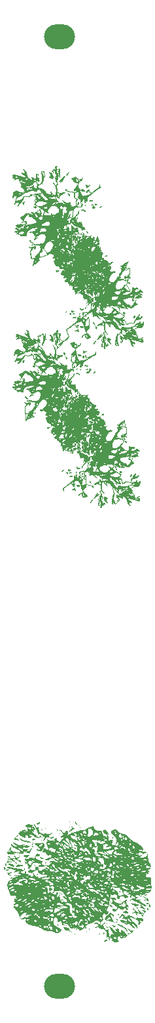
<source format=gbr>
%TF.GenerationSoftware,KiCad,Pcbnew,9.0.6*%
%TF.CreationDate,2025-12-14T15:24:51-05:00*%
%TF.ProjectId,active-vactrol-vca-panel,61637469-7665-42d7-9661-6374726f6c2d,rev?*%
%TF.SameCoordinates,Original*%
%TF.FileFunction,Soldermask,Top*%
%TF.FilePolarity,Negative*%
%FSLAX46Y46*%
G04 Gerber Fmt 4.6, Leading zero omitted, Abs format (unit mm)*
G04 Created by KiCad (PCBNEW 9.0.6) date 2025-12-14 15:24:51*
%MOMM*%
%LPD*%
G01*
G04 APERTURE LIST*
G04 Aperture macros list*
%AMRoundRect*
0 Rectangle with rounded corners*
0 $1 Rounding radius*
0 $2 $3 $4 $5 $6 $7 $8 $9 X,Y pos of 4 corners*
0 Add a 4 corners polygon primitive as box body*
4,1,4,$2,$3,$4,$5,$6,$7,$8,$9,$2,$3,0*
0 Add four circle primitives for the rounded corners*
1,1,$1+$1,$2,$3*
1,1,$1+$1,$4,$5*
1,1,$1+$1,$6,$7*
1,1,$1+$1,$8,$9*
0 Add four rect primitives between the rounded corners*
20,1,$1+$1,$2,$3,$4,$5,0*
20,1,$1+$1,$4,$5,$6,$7,0*
20,1,$1+$1,$6,$7,$8,$9,0*
20,1,$1+$1,$8,$9,$2,$3,0*%
G04 Aperture macros list end*
%ADD10C,0.000000*%
%ADD11RoundRect,1.600000X-0.400000X-0.000010X0.400000X-0.000010X0.400000X0.000010X-0.400000X0.000010X0*%
G04 APERTURE END LIST*
D10*
X117658917Y-140370085D02*
X116840092Y-140888441D01*
X117126858Y-140320860D02*
X117218044Y-140347960D01*
X116405018Y-140966673D02*
X116342983Y-140590162D01*
X117217472Y-160872511D02*
X116398640Y-161390867D01*
X116685414Y-160823301D02*
X116776600Y-160850401D01*
X115963574Y-161469099D02*
X115901539Y-161092589D01*
X116798512Y-160091704D02*
X117369648Y-159900099D01*
X116151318Y-160402769D02*
X116710034Y-160435774D01*
X115444180Y-160003843D02*
X115666386Y-160614531D01*
X114975056Y-159812803D02*
X115135777Y-160108275D01*
X115386852Y-159604002D02*
X115087864Y-159723433D01*
X115135777Y-160108275D02*
X115179440Y-159812925D01*
X117845211Y-156432951D02*
X117475636Y-156160490D01*
X117137173Y-156552504D02*
X117445629Y-156416975D01*
X117445629Y-156416975D02*
X117323597Y-156522215D01*
X107957516Y-161200010D02*
X107999020Y-161298918D01*
X108364575Y-160952421D02*
X108346607Y-160984343D01*
X109394688Y-160843840D02*
X108879879Y-160577131D01*
X109232342Y-161004759D02*
X109372769Y-160960737D01*
X109453968Y-160207686D02*
X109153286Y-160722151D01*
X108879879Y-160577131D02*
X108879963Y-160577360D01*
X110906620Y-160732603D02*
X111743511Y-160886900D01*
X110055699Y-159820936D02*
X110065014Y-159898497D01*
X110034008Y-159357786D02*
X110239956Y-159543455D01*
X110831555Y-159080015D02*
X110186398Y-159058088D01*
X110590542Y-159020308D02*
X110618374Y-159126631D01*
X110762821Y-159639784D02*
X110669598Y-159302916D01*
X110883808Y-160083677D02*
X110574467Y-160002775D01*
X110503834Y-161598494D02*
X110424160Y-161895262D01*
X110559277Y-161047148D02*
X110465733Y-161352629D01*
X110626408Y-160882261D02*
X110480572Y-160825651D01*
X110906620Y-160732603D02*
X110688717Y-160740858D01*
X112892300Y-156875410D02*
X113013783Y-156035292D01*
X112280720Y-156418959D02*
X112809216Y-156677351D01*
X111899685Y-157168242D02*
X112186329Y-156600706D01*
X111776730Y-156476591D02*
X111970150Y-156856108D01*
X112186329Y-156600706D02*
X111932583Y-156671751D01*
X116646725Y-157181822D02*
X116483647Y-157280760D01*
X116163716Y-156295134D02*
X116645436Y-157058195D01*
X115287502Y-155709669D02*
X115973194Y-156348753D01*
X115906124Y-154526137D02*
X115658108Y-155463591D01*
X116125271Y-153419478D02*
X116130047Y-154100004D01*
X115918873Y-152468489D02*
X116002499Y-153370009D01*
X115611874Y-152758299D02*
X115734616Y-152745985D01*
X114950924Y-153015196D02*
X115463207Y-152910719D01*
X115617779Y-153562376D02*
X115294972Y-153489637D01*
X115294972Y-153489637D02*
X115476856Y-153544584D01*
X117514843Y-162493208D02*
X117842518Y-162604780D01*
X117065640Y-161938002D02*
X117242611Y-162534468D01*
X116519840Y-162476713D02*
X116939686Y-162097487D01*
X114563160Y-161947905D02*
X114343975Y-161128569D01*
X114376858Y-163261839D02*
X114479336Y-162329664D01*
X114235905Y-162602095D02*
X114273785Y-162786192D01*
X114408360Y-162579939D02*
X114394840Y-162588408D01*
X115163700Y-162752424D02*
X114653767Y-163259031D01*
X115538426Y-162390165D02*
X115101841Y-162344694D01*
X115152622Y-161816908D02*
X115260609Y-162330794D01*
X114443310Y-161047377D02*
X114970059Y-161700239D01*
X111277142Y-157856871D02*
X111965351Y-158101347D01*
X111118984Y-158574614D02*
X111134602Y-158233519D01*
X111286884Y-159217680D02*
X111079876Y-158846541D01*
X111889118Y-159535154D02*
X111468746Y-159210631D01*
X115498013Y-158563368D02*
X114604832Y-158194777D01*
X114913761Y-158152510D02*
X115091274Y-158230772D01*
X114472714Y-158130186D02*
X114604366Y-158133223D01*
X114254444Y-158076613D02*
X114290150Y-158013518D01*
X114204395Y-158728315D02*
X114570126Y-158382017D01*
X114515713Y-159118803D02*
X114363056Y-158652723D01*
X113509014Y-159295988D02*
X114259457Y-158819136D01*
X112679424Y-158909834D02*
X113268383Y-159359205D01*
X113509014Y-159295988D02*
X112705036Y-158997633D01*
X112533489Y-163470579D02*
X113314076Y-163286512D01*
X112563923Y-163245024D02*
X112495396Y-163224714D01*
X112698284Y-162977018D02*
X112533215Y-162766829D01*
X113058560Y-162530256D02*
X112828732Y-162794371D01*
X112713337Y-161808668D02*
X112886715Y-161972334D01*
X112937290Y-161382765D02*
X112775646Y-161667265D01*
X112615093Y-160729719D02*
X112897144Y-160827589D01*
X112232792Y-160651716D02*
X112499905Y-160509520D01*
X112664837Y-160078200D02*
X112644085Y-160318785D01*
X113143650Y-160346312D02*
X112880566Y-160464384D01*
X113569592Y-160894743D02*
X113532894Y-160834089D01*
X113502567Y-160355940D02*
X113534504Y-160439680D01*
X113037495Y-160141279D02*
X113165631Y-160291258D01*
X113268383Y-159359205D02*
X112971951Y-159850111D01*
X104044216Y-149141859D02*
X103375546Y-148416456D01*
X111362644Y-145758330D02*
X111303173Y-146268904D01*
X111303173Y-146268904D02*
X111476910Y-145909224D01*
X102881039Y-147184218D02*
X102648235Y-147428068D01*
X102648235Y-147428068D02*
X102914494Y-147397520D01*
X108080410Y-156200468D02*
X108083142Y-156094481D01*
X108806469Y-156374937D02*
X108283772Y-156305861D01*
X109885418Y-155951811D02*
X109014576Y-156415205D01*
X110056004Y-156324812D02*
X109780277Y-156151213D01*
X109885418Y-155951811D02*
X110165280Y-156060270D01*
X103332104Y-143090178D02*
X102892185Y-143627226D01*
X104121220Y-143462111D02*
X103795010Y-143042845D01*
X103830235Y-143443129D02*
X103929348Y-143601668D01*
X102951229Y-143743559D02*
X102985623Y-143663191D01*
X101774220Y-144821364D02*
X101959248Y-144226179D01*
X102808544Y-144421843D02*
X102193577Y-144576979D01*
X103512722Y-144147123D02*
X102928929Y-144067793D01*
X104222950Y-144622023D02*
X104038738Y-143963926D01*
X104700207Y-144860167D02*
X104555081Y-144537382D01*
X104250988Y-145046553D02*
X104574383Y-144945128D01*
X104555081Y-144537382D02*
X104485638Y-144843626D01*
X107943287Y-153257200D02*
X107776867Y-153241240D01*
X107867054Y-153049421D02*
X107937603Y-153095289D01*
X105665974Y-146835096D02*
X106193585Y-146692167D01*
X105032566Y-146843687D02*
X105603001Y-146637175D01*
X110998043Y-155595427D02*
X110822605Y-155433653D01*
X111054707Y-155190687D02*
X111018772Y-155229933D01*
X110849049Y-154369505D02*
X110904316Y-155079039D01*
X110311848Y-153875761D02*
X110937267Y-153964110D01*
X109209629Y-153181975D02*
X109953289Y-153723845D01*
X109629803Y-153433104D02*
X109405125Y-153124601D01*
X110627155Y-153130629D02*
X109989697Y-153628630D01*
X111111447Y-153547209D02*
X110680615Y-153605116D01*
X110884381Y-153710585D02*
X110866596Y-153633879D01*
X110924534Y-153606123D02*
X110926914Y-153646925D01*
X111123974Y-153776549D02*
X111105725Y-153556105D01*
X111841755Y-154076445D02*
X111382275Y-154063551D01*
X111772007Y-153166807D02*
X111794415Y-153815336D01*
X112823139Y-152913389D02*
X111985645Y-153181639D01*
X111879887Y-150408949D02*
X112094204Y-151128248D01*
X110981556Y-150582365D02*
X111681210Y-150571348D01*
X111226155Y-150360777D02*
X111167980Y-150552092D01*
X111584110Y-150319761D02*
X111336910Y-150283491D01*
X111344715Y-150446852D02*
X111453671Y-150502409D01*
X111490269Y-151205244D02*
X111288487Y-150705336D01*
X110720593Y-151433058D02*
X111095143Y-151196989D01*
X111169857Y-151503325D02*
X111090794Y-151349363D01*
X111994938Y-151912855D02*
X111513241Y-151915724D01*
X112332524Y-152101561D02*
X112078022Y-152110930D01*
X112675129Y-152451674D02*
X112656300Y-152297926D01*
X112823139Y-152913389D02*
X112817539Y-152655302D01*
X112326222Y-153374754D02*
X112509472Y-153218702D01*
X112509472Y-153218702D02*
X112509510Y-153218962D01*
X101417240Y-148178236D02*
X101783665Y-148494124D01*
X102169956Y-148109694D02*
X101835697Y-148226988D01*
X101835697Y-148226988D02*
X101972187Y-148126539D01*
X111750988Y-144160917D02*
X110883412Y-144371382D01*
X110168186Y-144735441D02*
X109863934Y-145245161D01*
X110526692Y-144887343D02*
X110182316Y-144874388D01*
X111750988Y-144160917D02*
X111158718Y-144545225D01*
X112144123Y-143605909D02*
X112176922Y-143965529D01*
X112176922Y-143965529D02*
X112141041Y-143858259D01*
X106651356Y-148109999D02*
X106456661Y-148982039D01*
X107256794Y-148637983D02*
X106722729Y-148324537D01*
X107370396Y-148454771D02*
X107617954Y-148203840D01*
X107536251Y-148892851D02*
X107256794Y-148637983D01*
X107790356Y-148617811D02*
X107503781Y-148846998D01*
X107370396Y-148454771D02*
X107642376Y-148400511D01*
X109348240Y-149484190D02*
X109884304Y-150081709D01*
X109334316Y-150134230D02*
X109263043Y-149680662D01*
X109413075Y-150355360D02*
X109390438Y-150348662D01*
X109645977Y-150202894D02*
X109598522Y-150263456D01*
X109866490Y-150183790D02*
X109773709Y-150159025D01*
X109590603Y-149730177D02*
X109647076Y-150006300D01*
X110054623Y-149179045D02*
X109926808Y-149732924D01*
X110754513Y-149230009D02*
X110254345Y-149202116D01*
X111108204Y-149139158D02*
X110954746Y-149315169D01*
X110731129Y-149755797D02*
X110960156Y-149415419D01*
X109734280Y-151465223D02*
X109583645Y-151370360D01*
X109652332Y-150810774D02*
X109741696Y-151232451D01*
X109500225Y-150986845D02*
X109535954Y-151046812D01*
X109116665Y-150784880D02*
X109488789Y-150669279D01*
X109091564Y-151172026D02*
X109284031Y-150929945D01*
X108595829Y-150903456D02*
X108855633Y-151150114D01*
X107981610Y-151577314D02*
X108470730Y-151322233D01*
X108432522Y-151800429D02*
X108246777Y-151830320D01*
X108764317Y-152406462D02*
X108648472Y-152125075D01*
X108694561Y-151688917D02*
X108679432Y-151960890D01*
X109009106Y-151677855D02*
X108798443Y-151782286D01*
X109438130Y-151749968D02*
X109359310Y-151796080D01*
X109921978Y-152324049D02*
X109800694Y-151983885D01*
X110549191Y-152313429D02*
X110103031Y-152255598D01*
X110789952Y-152233198D02*
X110741558Y-152027784D01*
X110466656Y-151708052D02*
X110667896Y-151918898D01*
X110228436Y-151202116D02*
X110140019Y-151581465D01*
X110328991Y-151067610D02*
X110463078Y-150999189D01*
X110168797Y-150620863D02*
X110266018Y-150869688D01*
X110576954Y-150669783D02*
X110324650Y-150816023D01*
X110866657Y-151004652D02*
X110603764Y-150906828D01*
X110887844Y-150825682D02*
X110983601Y-150830092D01*
X110689312Y-150152876D02*
X110687123Y-150616789D01*
X110807881Y-149758757D02*
X110731129Y-149755797D01*
X110875302Y-149891356D02*
X110873287Y-149850569D01*
X110689312Y-150152876D02*
X110740521Y-150105894D01*
X102675778Y-142462385D02*
X102537724Y-141822401D01*
X103291722Y-141940809D02*
X102820759Y-142305510D01*
X105604115Y-141288023D02*
X105421894Y-142258177D01*
X105699146Y-141991652D02*
X105674275Y-141795515D01*
X105515988Y-142001173D02*
X105530903Y-141993651D01*
X104737507Y-141759825D02*
X105312794Y-141269102D01*
X104315121Y-142110014D02*
X104769840Y-142192732D01*
X104673969Y-142742399D02*
X104601658Y-142194441D01*
X105467739Y-143529799D02*
X104856335Y-142879896D01*
X105033161Y-143855299D02*
X105356983Y-143607084D01*
X105356983Y-143607084D02*
X105261135Y-143676848D01*
X107955822Y-154884962D02*
X107418507Y-154823591D01*
X108465779Y-154855421D02*
X108153584Y-154868116D01*
X108797970Y-154021269D02*
X108271328Y-154620070D01*
X108083645Y-154213713D02*
X108453335Y-154127272D01*
X107029377Y-154205916D02*
X107669567Y-154173475D01*
X106483051Y-153794493D02*
X106672596Y-154241270D01*
X106672596Y-154241270D02*
X106321453Y-153918577D01*
X102981701Y-151478865D02*
X103031124Y-150764204D01*
X103122288Y-152493284D02*
X103106602Y-151540602D01*
X104182232Y-151997069D02*
X103337681Y-152217024D01*
X103770291Y-151850676D02*
X104023030Y-151868864D01*
X104341236Y-151498091D02*
X103859005Y-151471495D01*
X104053204Y-151226683D02*
X104058972Y-151495649D01*
X104633434Y-150597380D02*
X104208538Y-151126783D01*
X109629391Y-142752943D02*
X110094708Y-142745817D01*
X109535938Y-143343611D02*
X109643284Y-143038496D01*
X109350018Y-144085554D02*
X109556271Y-143604719D01*
X109043781Y-144220381D02*
X109273312Y-144228987D01*
X109333973Y-145012861D02*
X109015850Y-144903013D01*
X109178394Y-145739760D02*
X109107426Y-145378538D01*
X109218075Y-145928923D02*
X109238774Y-146042692D01*
X108711292Y-146186018D02*
X108990589Y-145960814D01*
X108604756Y-146824843D02*
X108648510Y-146468290D01*
X107722500Y-146897413D02*
X108424885Y-147209074D01*
X106992939Y-146013991D02*
X107598454Y-146542189D01*
X107917225Y-145398527D02*
X107180058Y-145940291D01*
X112703381Y-155188841D02*
X112986691Y-154768019D01*
X112432171Y-154711683D02*
X112552128Y-154970045D01*
X112254315Y-154413801D02*
X112371166Y-154458571D01*
X111981594Y-154615126D02*
X111933285Y-154409849D01*
X111553837Y-154769880D02*
X111925617Y-154727125D01*
X112053753Y-155163283D02*
X111793133Y-154982451D01*
X111445172Y-155166792D02*
X111500889Y-155256209D01*
X111359730Y-155495024D02*
X111565540Y-155486754D01*
X111214848Y-156010817D02*
X111422703Y-155692946D01*
X110492306Y-156014906D02*
X110783161Y-156003904D01*
X110404308Y-156419478D02*
X110616863Y-156249922D01*
X110797024Y-156699354D02*
X110602070Y-156402632D01*
X110980190Y-156236143D02*
X110735836Y-156384627D01*
X110928234Y-156048674D02*
X111002102Y-156119246D01*
X110977978Y-155927046D02*
X110984204Y-155936674D01*
X110785275Y-155766630D02*
X110916973Y-155673933D01*
X110462956Y-155660231D02*
X110359341Y-155962019D01*
X110396443Y-155149305D02*
X110524136Y-155333113D01*
X110365429Y-155456953D02*
X110416775Y-155410414D01*
X110622692Y-155190046D02*
X110723667Y-155128996D01*
X110195049Y-154394163D02*
X110578366Y-154719816D01*
X110430638Y-154442198D02*
X110364056Y-154519499D01*
X110020054Y-154656019D02*
X110184429Y-154400252D01*
X109708134Y-154495878D02*
X109986271Y-154355711D01*
X109622570Y-155011229D02*
X109567234Y-154734770D01*
X109601406Y-155252394D02*
X109687954Y-155240919D01*
X109847012Y-155469847D02*
X109857266Y-155427992D01*
X109781750Y-155231337D02*
X109805302Y-155240614D01*
X109508358Y-155579054D02*
X109579876Y-155313276D01*
X108908856Y-155610960D02*
X108762860Y-155492705D01*
X109009899Y-154892561D02*
X108920124Y-155231505D01*
X108989079Y-154733946D02*
X108861920Y-154675261D01*
X109269222Y-154522108D02*
X108946575Y-154511320D01*
X109073193Y-154413435D02*
X109195294Y-154339201D01*
X109507267Y-154284636D02*
X109280605Y-154204512D01*
X109683781Y-154152723D02*
X109533634Y-154041227D01*
X109672161Y-153908613D02*
X109854908Y-153898726D01*
X109337216Y-153838804D02*
X109485050Y-153982329D01*
X108812847Y-153557280D02*
X109018673Y-153742476D01*
X108896801Y-153174940D02*
X108674549Y-153268385D01*
X108717198Y-153491179D02*
X108735188Y-153459410D01*
X108209423Y-153695830D02*
X108603687Y-153518507D01*
X108029698Y-153886503D02*
X108005673Y-153757597D01*
X107196514Y-153390471D02*
X107702328Y-153425749D01*
X106857456Y-153165373D02*
X107125141Y-153175932D01*
X105825077Y-152498915D02*
X106533047Y-152933180D01*
X106392376Y-152545607D02*
X106012196Y-152425215D01*
X106699543Y-152770765D02*
X106525402Y-152770460D01*
X107555256Y-152288710D02*
X106974629Y-152458937D01*
X107530697Y-152092177D02*
X107681080Y-152203749D01*
X107115605Y-151834639D02*
X107307644Y-152059507D01*
X107130108Y-151308760D02*
X107264271Y-151682219D01*
X107558926Y-151409804D02*
X107434490Y-151289351D01*
X107525936Y-150736494D02*
X107530079Y-151131636D01*
X108136723Y-150365217D02*
X107767941Y-150920591D01*
X108424236Y-149921095D02*
X108412716Y-150239088D01*
X108628605Y-149528990D02*
X108813328Y-149705412D01*
X108343067Y-149151442D02*
X108551548Y-149305510D01*
X108836682Y-148462477D02*
X108795262Y-149193510D01*
X108989857Y-148948530D02*
X108875706Y-148797361D01*
X109074238Y-149339552D02*
X109101368Y-149205000D01*
X109104046Y-149579680D02*
X108990109Y-149598127D01*
X108898785Y-150060408D02*
X109013676Y-149918135D01*
X108836880Y-150477705D02*
X108907719Y-150557509D01*
X108844059Y-150184050D02*
X108798786Y-150231840D01*
X108360874Y-150580916D02*
X108528385Y-150520567D01*
X108241734Y-150446089D02*
X108210362Y-150486006D01*
X107933232Y-149673506D02*
X108234997Y-150098692D01*
X107825512Y-150036772D02*
X108033970Y-150018950D01*
X107782986Y-150456114D02*
X107899441Y-150219694D01*
X107005108Y-150688353D02*
X107265988Y-150584013D01*
X106333912Y-150548506D02*
X106961323Y-150417814D01*
X106714749Y-149895552D02*
X106383640Y-150314497D01*
X106383640Y-150314497D02*
X106856129Y-150136839D01*
X108453076Y-122912970D02*
X109403164Y-123061346D01*
X110363423Y-131821608D02*
X109800755Y-131293654D01*
X110658673Y-131057631D02*
X110544476Y-131753172D01*
X103151081Y-126909056D02*
X102929569Y-127195227D01*
X102929569Y-127195227D02*
X103210438Y-127133108D01*
X103179058Y-122487494D02*
X102768856Y-123109694D01*
X103749951Y-122808821D02*
X103668102Y-122385649D01*
X102844776Y-123227354D02*
X102872471Y-123137404D01*
X101707630Y-124508970D02*
X101839024Y-123852629D01*
X102767574Y-123967436D02*
X102128330Y-124201544D01*
X103489048Y-123596022D02*
X102856884Y-123576033D01*
X104645298Y-123897268D02*
X104030422Y-123342131D01*
X104377300Y-124474905D02*
X104300030Y-124024443D01*
X104645298Y-123897268D02*
X104605366Y-124232229D01*
X101698239Y-128132994D02*
X102124485Y-128429350D01*
X102494305Y-127975737D02*
X102150463Y-128138670D01*
X102150463Y-128138670D02*
X102285000Y-128015646D01*
X112645596Y-122061651D02*
X112720295Y-122441702D01*
X112720295Y-122441702D02*
X112670269Y-122331465D01*
X109865818Y-121429503D02*
X110361920Y-121370329D01*
X109831165Y-122070662D02*
X109912296Y-121732878D01*
X109785977Y-122695089D02*
X109881817Y-122347235D01*
X109403164Y-123061346D02*
X109881733Y-122942869D01*
X111286205Y-122701918D02*
X111129078Y-122756186D01*
X111697666Y-123174078D02*
X111384251Y-123018705D01*
X110660870Y-123486754D02*
X111060711Y-123609434D01*
X110217793Y-124057943D02*
X110691357Y-123633543D01*
X110392788Y-124064909D02*
X110379795Y-123977286D01*
X110431805Y-124587080D02*
X110193417Y-124383764D01*
X109539135Y-124925276D02*
X110268788Y-124930655D01*
X109813336Y-124985609D02*
X109778507Y-124866018D01*
X109599468Y-124290968D02*
X109715290Y-124668829D01*
X109448994Y-123793333D02*
X109800846Y-123875410D01*
X103874737Y-131535719D02*
X103708096Y-130715071D01*
X103708096Y-130715071D02*
X103734516Y-131483626D01*
X101884091Y-121276846D02*
X101510731Y-121160856D01*
X102408665Y-121889837D02*
X102190327Y-121221800D01*
X103008557Y-121264670D02*
X102546070Y-121706267D01*
X104573345Y-121967428D02*
X104435391Y-121390326D01*
X105235356Y-121801657D02*
X104783299Y-122094038D01*
X105405392Y-121072935D02*
X105318295Y-121367476D01*
X105536152Y-120845572D02*
X105584820Y-121052160D01*
X105092533Y-120323301D02*
X105404995Y-120311461D01*
X105405392Y-121072935D02*
X105390637Y-121082487D01*
X104236485Y-131897032D02*
X104196705Y-132232618D01*
X104617794Y-131793287D02*
X104300579Y-131665495D01*
X104886654Y-131382200D02*
X104670506Y-131378584D01*
X105908467Y-131079176D02*
X105188328Y-131353514D01*
X105400852Y-130359495D02*
X106018170Y-130984388D01*
X106086109Y-126227621D02*
X106633702Y-126016554D01*
X105304028Y-126042303D02*
X105996937Y-126023275D01*
X105703495Y-126164991D02*
X105410725Y-126307013D01*
X105674824Y-125326620D02*
X105337696Y-125830008D01*
X104998593Y-125073324D02*
X105376087Y-124996061D01*
X104283985Y-125653868D02*
X105059246Y-125200346D01*
X104956837Y-126099531D02*
X104753445Y-126016775D01*
X105455479Y-126110998D02*
X105306568Y-126111746D01*
X105703495Y-126164991D02*
X105665432Y-126237608D01*
X109073536Y-126321211D02*
X108289013Y-126066290D01*
X109230183Y-125505438D02*
X109223019Y-125891005D01*
X109020603Y-124784231D02*
X109265942Y-125197058D01*
X108330784Y-124444197D02*
X108815388Y-124797812D01*
X107480519Y-120018667D02*
X106605030Y-120250830D01*
X107453266Y-120274199D02*
X107531170Y-120295233D01*
X107309986Y-120581259D02*
X107502789Y-120813795D01*
X106916836Y-121097090D02*
X107168286Y-120791632D01*
X107089100Y-122389418D02*
X107128224Y-121721998D01*
X107473744Y-123117354D02*
X107151661Y-123015661D01*
X107907742Y-123193571D02*
X107610501Y-123362211D01*
X107437473Y-123854803D02*
X107453678Y-123582647D01*
X106443707Y-123473211D02*
X107181530Y-123425406D01*
X106433254Y-123027762D02*
X106390019Y-122960608D01*
X107014439Y-123795271D02*
X106888539Y-123566771D01*
X106777905Y-124685621D02*
X107097393Y-124121801D01*
X111910191Y-138708204D02*
X112330563Y-139032713D01*
X109702244Y-135959959D02*
X109693287Y-135846815D01*
X110496739Y-136066130D02*
X109931065Y-136049955D01*
X110701649Y-136750837D02*
X110723408Y-136086058D01*
X108623356Y-134753035D02*
X108358784Y-133946989D01*
X108960232Y-134844633D02*
X108842770Y-134563429D01*
X109316082Y-134777464D02*
X109101933Y-134634260D01*
X109350300Y-135108519D02*
X109204304Y-134990278D01*
X109632549Y-134529188D02*
X109361576Y-134729078D01*
X109430531Y-134231520D02*
X109423245Y-134569090D01*
X107494618Y-132244780D02*
X107416073Y-131956511D01*
X107687596Y-132643294D02*
X107661572Y-132470122D01*
X108379048Y-132592863D02*
X108059727Y-132855284D01*
X108446850Y-133057753D02*
X108447117Y-133255171D01*
X108384731Y-132754789D02*
X108346867Y-132836592D01*
X104631924Y-146607802D02*
X104451679Y-146511366D01*
X105092838Y-146666365D02*
X104954762Y-146653090D01*
X105317463Y-146740294D02*
X105275204Y-146803862D01*
X105422230Y-146060484D02*
X105010998Y-146394529D01*
X104769314Y-145661009D02*
X105249951Y-146127043D01*
X105126805Y-145625532D02*
X104813290Y-145784529D01*
X106197651Y-145520353D02*
X105371815Y-145960524D01*
X106805393Y-144981199D02*
X106455280Y-145473234D01*
X106637501Y-144502653D02*
X106759930Y-144670668D01*
X106262119Y-144317427D02*
X106289341Y-144407911D01*
X106295551Y-143903517D02*
X106261662Y-143837324D01*
X106950634Y-144343962D02*
X106665280Y-144446898D01*
X107187412Y-144515944D02*
X107146488Y-144766417D01*
X107327320Y-144089506D02*
X107645535Y-144199095D01*
X107353893Y-144326765D02*
X107458500Y-144273649D01*
X106962422Y-143961546D02*
X107250736Y-144086744D01*
X107535923Y-142876326D02*
X106964344Y-143375319D01*
X107156910Y-143089750D02*
X107408192Y-142920210D01*
X107064770Y-142760679D02*
X107233616Y-142946318D01*
X106763157Y-141576506D02*
X106929005Y-142161360D01*
X107555279Y-141216368D02*
X106721455Y-141347273D01*
X107505474Y-141450514D02*
X107575611Y-141477476D01*
X107914097Y-142328901D02*
X107499462Y-141955244D01*
X108344303Y-142068800D02*
X108046101Y-142219877D01*
X108455746Y-141035750D02*
X108675381Y-141649824D01*
X108398960Y-140697584D02*
X108440464Y-140796476D01*
X108806019Y-140449995D02*
X108788052Y-140481917D01*
X109895413Y-139705259D02*
X109321324Y-140074705D01*
X109814221Y-140458311D02*
X109321407Y-140074934D01*
X109594731Y-140219725D02*
X109836132Y-140341414D01*
X109814221Y-140458311D02*
X109673786Y-140502333D01*
X111534306Y-130230299D02*
X111809910Y-130028212D01*
X111423001Y-130079939D02*
X111445133Y-130025938D01*
X111670147Y-130142653D02*
X111609425Y-130049666D01*
X111308102Y-130502211D02*
X111442082Y-130385328D01*
X111329289Y-130323256D02*
X111425045Y-130327665D01*
X111030857Y-129484373D02*
X111128567Y-130114363D01*
X111047047Y-129211332D02*
X110949886Y-129226942D01*
X110695790Y-128699690D02*
X110753086Y-129020796D01*
X110517124Y-128292311D02*
X110496075Y-128676619D01*
X111195957Y-128727568D02*
X110771122Y-128652342D01*
X111549648Y-128636732D02*
X111396191Y-128812742D01*
X111817692Y-129213637D02*
X111401608Y-128912993D01*
X111900616Y-128779646D02*
X111818325Y-128785017D01*
X111987324Y-128913801D02*
X111980625Y-128870421D01*
X112550091Y-129454893D02*
X111867176Y-129157805D01*
X112321331Y-129906523D02*
X112518704Y-129737135D01*
X112025555Y-129817320D02*
X112122654Y-130068922D01*
X112122654Y-130068922D02*
X111895115Y-129999983D01*
X117239956Y-139589277D02*
X117811100Y-139397673D01*
X116592762Y-139900328D02*
X117151478Y-139933348D01*
X115885624Y-139501402D02*
X116107830Y-140112089D01*
X115416500Y-139310362D02*
X115577221Y-139605848D01*
X115828297Y-139101576D02*
X115529308Y-139220991D01*
X115529308Y-139220991D02*
X115620892Y-139310499D01*
X112823361Y-132325148D02*
X112427090Y-132679213D01*
X113097744Y-131795500D02*
X112766918Y-132171492D01*
X112667629Y-130926436D02*
X112773968Y-131599119D01*
X112871357Y-130566542D02*
X112896206Y-130850233D01*
X112378880Y-130446394D02*
X112535649Y-130625822D01*
X111931713Y-130702818D02*
X111992855Y-130576796D01*
X111389485Y-130799925D02*
X111536587Y-130694578D01*
X111611309Y-131000883D02*
X111752285Y-130898893D01*
X111990513Y-131101729D02*
X112081272Y-131209852D01*
X112436382Y-131410444D02*
X112155667Y-131423811D01*
X112773968Y-131599119D02*
X112519474Y-131608488D01*
X113799824Y-132155760D02*
X114100956Y-132285566D01*
X113258984Y-132152876D02*
X113627751Y-132239500D01*
X113097744Y-131795500D02*
X113116574Y-131949232D01*
X116053326Y-132255873D02*
X116176060Y-132243544D01*
X115392376Y-132512770D02*
X115904659Y-132408278D01*
X115792744Y-132621901D02*
X115551991Y-132622801D01*
X115918301Y-133042158D02*
X115736416Y-132987196D01*
X116443951Y-132867582D02*
X116059223Y-133059935D01*
X116571491Y-133597578D02*
X116566723Y-132917051D01*
X116099560Y-134961180D02*
X116347569Y-134023710D01*
X116605160Y-135792708D02*
X116099560Y-134961180D01*
X115728947Y-135207228D02*
X116414639Y-135846312D01*
X117956288Y-141990782D02*
X118283962Y-142102354D01*
X117507084Y-141435576D02*
X117684056Y-142032042D01*
X116961285Y-141974287D02*
X117381130Y-141595060D01*
X115979870Y-141887724D02*
X116743786Y-142044371D01*
X115095211Y-142756605D02*
X114818302Y-142759413D01*
X114920788Y-141827238D02*
X114849804Y-142077513D01*
X115411503Y-141197813D02*
X115004605Y-141445479D01*
X115979870Y-141887724D02*
X115594067Y-141314482D01*
X115605145Y-142249998D02*
X115702053Y-141828367D01*
X115702053Y-141828367D02*
X115543286Y-141842268D01*
X112726162Y-135482603D02*
X112006985Y-134984312D01*
X112542050Y-135196989D02*
X112773525Y-135356810D01*
X111912762Y-135579542D02*
X112108891Y-135452818D01*
X112341129Y-136665815D02*
X111825749Y-135874220D01*
X112374027Y-136169325D02*
X112411595Y-136353682D01*
X112207714Y-135936293D02*
X112218174Y-135974165D01*
X112722164Y-135916533D02*
X112417019Y-135896391D01*
X113333744Y-136372984D02*
X112627773Y-136098280D01*
X113455227Y-135532866D02*
X113250660Y-136174910D01*
X113214764Y-135047987D02*
X113241581Y-135518019D01*
X112873615Y-134209242D02*
X113125584Y-134843626D01*
X112990978Y-133312620D02*
X112812611Y-133956144D01*
X112474232Y-133074705D02*
X112683361Y-133034788D01*
X112190624Y-132900923D02*
X112220234Y-132714674D01*
X111590481Y-132764769D02*
X112080959Y-132400206D01*
X110775768Y-132529127D02*
X111416355Y-132925123D01*
X110431149Y-133126204D02*
X110573368Y-132612028D01*
X109778660Y-133336378D02*
X110071255Y-132930662D01*
X109338246Y-132672514D02*
X109460118Y-133240049D01*
X109254292Y-133054838D02*
X109176632Y-132956968D01*
X113692074Y-133835158D02*
X113617718Y-133620939D01*
X113428135Y-134265593D02*
X113644711Y-133960951D01*
X113252453Y-134047835D02*
X113458393Y-134040037D01*
X113829838Y-134412504D02*
X113531521Y-134248289D01*
X112750134Y-134990904D02*
X112545185Y-134837614D01*
X112766140Y-134552443D02*
X112731754Y-134598341D01*
X112405773Y-134523268D02*
X112593174Y-134449873D01*
X112108944Y-134857847D02*
X112059597Y-134913176D01*
X111749310Y-133804564D02*
X112058293Y-134581282D01*
X112067349Y-133718062D02*
X112016850Y-133822050D01*
X112283207Y-133574019D02*
X112208759Y-133721968D01*
X111827198Y-133230711D02*
X112235867Y-133312925D01*
X111552899Y-133044768D02*
X111427509Y-133108229D01*
X111147785Y-133336683D02*
X111308048Y-133131453D01*
X111013394Y-133756453D02*
X110956150Y-133436125D01*
X111187557Y-133596220D02*
X111014561Y-133493635D01*
X111378712Y-133461683D02*
X111342137Y-133306028D01*
X111251278Y-133959746D02*
X111290493Y-133867079D01*
X111204922Y-134846785D02*
X111127300Y-134230452D01*
X111437565Y-134744230D02*
X111411396Y-134736906D01*
X111224606Y-135501478D02*
X111507504Y-134984373D01*
X111601925Y-135494734D02*
X111656300Y-135508391D01*
X111443554Y-135616820D02*
X111511753Y-135719328D01*
X111238468Y-136196928D02*
X111421635Y-135733717D01*
X111058308Y-135747481D02*
X111177281Y-135882200D01*
X110850315Y-135456068D02*
X110933758Y-135512480D01*
X111419422Y-135424620D02*
X111230541Y-135448759D01*
X111158016Y-135138533D02*
X111358425Y-135171507D01*
X111064144Y-134687620D02*
X110965588Y-134830687D01*
X110805500Y-134017073D02*
X111019810Y-134217375D01*
X110427715Y-133853285D02*
X110636494Y-133891722D01*
X110367581Y-134245070D02*
X110461498Y-134153578D01*
X110298710Y-134925566D02*
X110549671Y-134460692D01*
X110129406Y-134738493D02*
X110042851Y-134749983D01*
X109964520Y-134481367D02*
X110064015Y-134508803D01*
X109623036Y-134249556D02*
X109730816Y-134251616D01*
X109710674Y-134019697D02*
X109749554Y-134049055D01*
X109722050Y-133702086D02*
X109636738Y-133836760D01*
X109485394Y-133838560D02*
X109514637Y-133911009D01*
X108894779Y-133624846D02*
X109038792Y-133841475D01*
X109391537Y-133495085D02*
X109239414Y-133518843D01*
X109045132Y-133016081D02*
X108990650Y-133039610D01*
X109254292Y-133054838D02*
X109158642Y-132988768D01*
X109125103Y-132619291D02*
X109115994Y-132765944D01*
X109115994Y-132765944D02*
X109050053Y-132834089D01*
X110945278Y-141096068D02*
X110865605Y-141392836D01*
X111000721Y-140544722D02*
X110907185Y-140850187D01*
X111067852Y-140379820D02*
X110922016Y-140323225D01*
X111348065Y-140230177D02*
X111130169Y-140238432D01*
X111204266Y-139137343D02*
X111325253Y-139581251D01*
X110651730Y-139328642D02*
X111015911Y-139500349D01*
X111718594Y-137354445D02*
X112406803Y-137598921D01*
X111560429Y-138072188D02*
X111576046Y-137731093D01*
X111273007Y-138577574D02*
X111521321Y-138344114D01*
X111111042Y-138800474D02*
X111059818Y-138624205D01*
X110627850Y-138555662D02*
X111031986Y-138517882D01*
X110681408Y-139041014D02*
X110475460Y-138855360D01*
X110506466Y-139396071D02*
X110497143Y-139318510D01*
X117088169Y-136679396D02*
X116925099Y-136778334D01*
X117578617Y-136050062D02*
X117086888Y-136555769D01*
X117812412Y-135638655D02*
X117765042Y-136019789D01*
X118286656Y-135930525D02*
X117917080Y-135658049D01*
X117765042Y-136019789D02*
X117887074Y-135914549D01*
X108552105Y-127895750D02*
X108321743Y-127472799D01*
X107984608Y-127976408D02*
X108370014Y-127680128D01*
X107279621Y-127479742D02*
X108085606Y-127768194D01*
X107168385Y-128432493D02*
X107379605Y-127700903D01*
X107545178Y-129379316D02*
X107410176Y-128442656D01*
X107238011Y-129863371D02*
X107722881Y-129621290D01*
X107875942Y-130786924D02*
X107211201Y-130118788D01*
X107557049Y-131332197D02*
X107571560Y-130806334D01*
X108418080Y-131624296D02*
X107705715Y-131179793D01*
X109205761Y-131904036D02*
X108659870Y-131634443D01*
X109089916Y-131622648D02*
X109120884Y-131458449D01*
X108688221Y-131327894D02*
X108873966Y-131298002D01*
X108482670Y-130963560D02*
X108423054Y-131074873D01*
X108614369Y-130902678D02*
X108607617Y-130858900D01*
X108209393Y-130418150D02*
X108552738Y-130608870D01*
X107943096Y-130193709D02*
X107967381Y-130234068D01*
X107707432Y-130081587D02*
X107866352Y-129909681D01*
X108266964Y-129534346D02*
X108224430Y-129953688D01*
X108854160Y-129736677D02*
X108340893Y-129717268D01*
X108967175Y-129365049D02*
X108865681Y-129418654D01*
X108992993Y-128803084D02*
X108821316Y-129007353D01*
X109201389Y-128404341D02*
X109179417Y-128772795D01*
X110017063Y-128377485D02*
X109688900Y-128399153D01*
X109651776Y-127614020D02*
X109869564Y-128116003D01*
X109459492Y-128142904D02*
X109730549Y-127967291D01*
X109471424Y-128491789D02*
X109438053Y-128275236D01*
X109515682Y-128837126D02*
X109548168Y-128775831D01*
X109704487Y-129178236D02*
X109431553Y-129095701D01*
X110061413Y-128777296D02*
X109789684Y-128981764D01*
X110368252Y-129230482D02*
X110002430Y-129148695D01*
X109895199Y-129313368D02*
X110032047Y-129227751D01*
X109775761Y-129631804D02*
X109959828Y-129843199D01*
X109854519Y-129852934D02*
X109831883Y-129846235D01*
X110088520Y-129503874D02*
X110039974Y-129761030D01*
X110593029Y-129898085D02*
X110307934Y-129681364D01*
X110766094Y-130313582D02*
X110640446Y-130235914D01*
X110403248Y-130199156D02*
X110610241Y-130118437D01*
X110093777Y-130308348D02*
X110208454Y-130062803D01*
X110183140Y-130730024D02*
X109977406Y-130544386D01*
X110025089Y-130867918D02*
X110175724Y-130962797D01*
X109979206Y-131163023D02*
X109881466Y-131120604D01*
X109668186Y-131078749D02*
X109857929Y-131074858D01*
X109297085Y-130647688D02*
X109394283Y-131184233D01*
X109577915Y-130708037D02*
X109533009Y-130669600D01*
X109278324Y-129975279D02*
X109665096Y-130247007D01*
X109285504Y-129681624D02*
X109240231Y-129729399D01*
X108802319Y-130078489D02*
X108969830Y-130018141D01*
X108578167Y-129862791D02*
X108651806Y-129983564D01*
X108676441Y-129596251D02*
X108854160Y-129736677D01*
X108578167Y-129862791D02*
X108683186Y-129943648D01*
X114957157Y-138616362D02*
X114804508Y-138150297D01*
X114645840Y-138225889D02*
X114700901Y-138316710D01*
X112974934Y-142968153D02*
X113755520Y-142784086D01*
X113005367Y-142742598D02*
X112936840Y-142722288D01*
X113139736Y-142474592D02*
X112974659Y-142264403D01*
X113500004Y-142027815D02*
X113270176Y-142291929D01*
X113154782Y-141306242D02*
X113328160Y-141469908D01*
X113378735Y-140880324D02*
X113217091Y-141164839D01*
X113056545Y-140227278D02*
X113338589Y-140325163D01*
X112674244Y-140149290D02*
X112941349Y-140007094D01*
X113106281Y-139575773D02*
X113085530Y-139816359D01*
X113585095Y-139843870D02*
X113322010Y-139961958D01*
X114011036Y-140392317D02*
X113974339Y-140331648D01*
X113944012Y-139853514D02*
X113975949Y-139937254D01*
X113478939Y-139638853D02*
X113607075Y-139788832D01*
X113950466Y-138793547D02*
X113413403Y-139347685D01*
X113146481Y-138495207D02*
X113709828Y-138856779D01*
X113615757Y-137692747D02*
X113120869Y-138407408D01*
X114359142Y-137509520D02*
X113869679Y-137682951D01*
X114914158Y-137627745D02*
X114433071Y-137692442D01*
X115355206Y-137650084D02*
X115532726Y-137728346D01*
X114731594Y-137511091D02*
X115045811Y-137630781D01*
X114958714Y-137455794D02*
X114914158Y-137627745D01*
X115011578Y-137879591D02*
X115046276Y-137692351D01*
X114731594Y-137511091D02*
X114695889Y-137574186D01*
G36*
X110828686Y-206940947D02*
G01*
X110835480Y-206915758D01*
X110838947Y-206903216D01*
X110842526Y-206890638D01*
X110828686Y-206940947D01*
G37*
G36*
X116528893Y-208782501D02*
G01*
X116530003Y-208784144D01*
X116530575Y-208785015D01*
X116531049Y-208785769D01*
X116531224Y-208786066D01*
X116531344Y-208786290D01*
X116531398Y-208786429D01*
X116531397Y-208786461D01*
X116531376Y-208786467D01*
X116530808Y-208785556D01*
X116529788Y-208783955D01*
X116528378Y-208781752D01*
X116528893Y-208782501D01*
G37*
G36*
X116118847Y-212409208D02*
G01*
X116116609Y-212410912D01*
X116114376Y-212412626D01*
X116115088Y-212412045D01*
X116116646Y-212410792D01*
X116117473Y-212410142D01*
X116118187Y-212409601D01*
X116118468Y-212409399D01*
X116118681Y-212409259D01*
X116118812Y-212409191D01*
X116118842Y-212409189D01*
X116118847Y-212409208D01*
G37*
G36*
X116271088Y-212532228D02*
G01*
X116274894Y-212534544D01*
X116276828Y-212535688D01*
X116278779Y-212536815D01*
X116280743Y-212537920D01*
X116281583Y-212538379D01*
X116281319Y-212538442D01*
X116279568Y-212538727D01*
X116278736Y-212538811D01*
X116277933Y-212538857D01*
X116277158Y-212538864D01*
X116276411Y-212538833D01*
X116275692Y-212538762D01*
X116275003Y-212538652D01*
X116274341Y-212538503D01*
X116273708Y-212538315D01*
X116273102Y-212538087D01*
X116272526Y-212537821D01*
X116271977Y-212537514D01*
X116271456Y-212537169D01*
X116270963Y-212536783D01*
X116270499Y-212536358D01*
X116270062Y-212535893D01*
X116269653Y-212535388D01*
X116269273Y-212534844D01*
X116268920Y-212534259D01*
X116268594Y-212533634D01*
X116268297Y-212532969D01*
X116268027Y-212532264D01*
X116267785Y-212531518D01*
X116267571Y-212530732D01*
X116267384Y-212529905D01*
X116271088Y-212532228D01*
G37*
G36*
X116286562Y-212536983D02*
G01*
X116285023Y-212537706D01*
X116284195Y-212538113D01*
X116283467Y-212538493D01*
X116283172Y-212538660D01*
X116282940Y-212538803D01*
X116282785Y-212538918D01*
X116282740Y-212538963D01*
X116282719Y-212539000D01*
X116281583Y-212538379D01*
X116283183Y-212538002D01*
X116285163Y-212537410D01*
X116287258Y-212536665D01*
X116286562Y-212536983D01*
G37*
G36*
X116694630Y-212515791D02*
G01*
X116694706Y-212514862D01*
X116694856Y-212512785D01*
X116694922Y-212511650D01*
X116694961Y-212510628D01*
X116694967Y-212510202D01*
X116694961Y-212509853D01*
X116694940Y-212509600D01*
X116694905Y-212509459D01*
X116695812Y-212504728D01*
X116694630Y-212515791D01*
G37*
G36*
X112891819Y-210885578D02*
G01*
X112892437Y-210886441D01*
X112892970Y-210887219D01*
X112893178Y-210887545D01*
X112893269Y-210887704D01*
X112893073Y-210887400D01*
X112892544Y-210886629D01*
X112891911Y-210885738D01*
X112890686Y-210884063D01*
X112891819Y-210885578D01*
G37*
G36*
X112893405Y-210887935D02*
G01*
X112893470Y-210888079D01*
X112893472Y-210888114D01*
X112893452Y-210888121D01*
X112893450Y-210888076D01*
X112893430Y-210888009D01*
X112893344Y-210887833D01*
X112893405Y-210887935D01*
G37*
G36*
X109475175Y-214411680D02*
G01*
X109474597Y-214412219D01*
X109474062Y-214412707D01*
X109473632Y-214413083D01*
X109473476Y-214413208D01*
X109473370Y-214413283D01*
X109473342Y-214413295D01*
X109473336Y-214413289D01*
X109473389Y-214413223D01*
X109473705Y-214412913D01*
X109474225Y-214412434D01*
X109474858Y-214411863D01*
X109476666Y-214410261D01*
X109475175Y-214411680D01*
G37*
G36*
X116245952Y-209693406D02*
G01*
X116246716Y-209695116D01*
X116247118Y-209696050D01*
X116247462Y-209696889D01*
X116247596Y-209697239D01*
X116247694Y-209697524D01*
X116247752Y-209697730D01*
X116247763Y-209697799D01*
X116247761Y-209697844D01*
X116246679Y-209695248D01*
X116245602Y-209692640D01*
X116245952Y-209693406D01*
G37*
G36*
X115514630Y-212379515D02*
G01*
X115514786Y-212379824D01*
X115515046Y-212380382D01*
X115515724Y-212381889D01*
X115516636Y-212383955D01*
X115515541Y-212381575D01*
X115514840Y-212380028D01*
X115514646Y-212379583D01*
X115514612Y-212379494D01*
X115514630Y-212379515D01*
G37*
G36*
X113045254Y-212422514D02*
G01*
X113040699Y-212427955D01*
X113036247Y-212433017D01*
X113031898Y-212437698D01*
X113027655Y-212441996D01*
X113023516Y-212445909D01*
X113019482Y-212449435D01*
X113015554Y-212452571D01*
X113011732Y-212455315D01*
X113008017Y-212457665D01*
X113004409Y-212459618D01*
X113000909Y-212461173D01*
X112997517Y-212462328D01*
X112994233Y-212463079D01*
X112991058Y-212463425D01*
X112987992Y-212463364D01*
X112985037Y-212462893D01*
X112982192Y-212462010D01*
X112979458Y-212460713D01*
X112976835Y-212458999D01*
X112974324Y-212456867D01*
X112971925Y-212454314D01*
X112969638Y-212451339D01*
X112967465Y-212447938D01*
X112965406Y-212444109D01*
X112963460Y-212439851D01*
X112961629Y-212435161D01*
X112959913Y-212430037D01*
X112958313Y-212424476D01*
X112956829Y-212418477D01*
X112955461Y-212412037D01*
X112954209Y-212405154D01*
X112953076Y-212397825D01*
X113045254Y-212422514D01*
G37*
G36*
X110671970Y-206712917D02*
G01*
X110676400Y-206713482D01*
X110680743Y-206714371D01*
X110684999Y-206715586D01*
X110689167Y-206717130D01*
X110693246Y-206719005D01*
X110697237Y-206721213D01*
X110701138Y-206723756D01*
X110704950Y-206726636D01*
X110708671Y-206729856D01*
X110712302Y-206733418D01*
X110715841Y-206737324D01*
X110719289Y-206741577D01*
X110722645Y-206746178D01*
X110725908Y-206751130D01*
X110729078Y-206756434D01*
X110732155Y-206762094D01*
X110735137Y-206768112D01*
X110738026Y-206774489D01*
X110601071Y-206737806D01*
X110612189Y-206730618D01*
X110617628Y-206727465D01*
X110622984Y-206724611D01*
X110628259Y-206722056D01*
X110633452Y-206719803D01*
X110638561Y-206717854D01*
X110643587Y-206716212D01*
X110648530Y-206714878D01*
X110653388Y-206713855D01*
X110658162Y-206713146D01*
X110662850Y-206712751D01*
X110667453Y-206712674D01*
X110671970Y-206712917D01*
G37*
G36*
X117824482Y-208468474D02*
G01*
X117752479Y-208482546D01*
X117680538Y-208496367D01*
X117692804Y-208450432D01*
X117704823Y-208404417D01*
X117824482Y-208468474D01*
G37*
G36*
X107909250Y-208110999D02*
G01*
X107907593Y-208112019D01*
X107906687Y-208112559D01*
X107905873Y-208113024D01*
X107905532Y-208113207D01*
X107905255Y-208113344D01*
X107905054Y-208113427D01*
X107904986Y-208113446D01*
X107904942Y-208113447D01*
X107909992Y-208110533D01*
X107909250Y-208110999D01*
G37*
G36*
X107804883Y-207983868D02*
G01*
X107804871Y-207983893D01*
X107804768Y-207983976D01*
X107804648Y-207984046D01*
X107804802Y-207983933D01*
X107804847Y-207983889D01*
X107804867Y-207983854D01*
X107804883Y-207983868D01*
G37*
G36*
X107804122Y-207984352D02*
G01*
X107803394Y-207984729D01*
X107802566Y-207985134D01*
X107801084Y-207985822D01*
X107802723Y-207985043D01*
X107803578Y-207984622D01*
X107804299Y-207984249D01*
X107804122Y-207984352D01*
G37*
G36*
X107739284Y-207939621D02*
G01*
X107761310Y-207954395D01*
X107805233Y-207983976D01*
X107802746Y-207985073D01*
X107800259Y-207986158D01*
X107712826Y-207927137D01*
X107714863Y-207926125D01*
X107715624Y-207925732D01*
X107716302Y-207925367D01*
X107716804Y-207925074D01*
X107716960Y-207924967D01*
X107717037Y-207924894D01*
X107739284Y-207939621D01*
G37*
G36*
X113994267Y-212350081D02*
G01*
X113994220Y-212349958D01*
X113994171Y-212349763D01*
X113994072Y-212349203D01*
X113993974Y-212348486D01*
X113993881Y-212347702D01*
X113993737Y-212346285D01*
X113993679Y-212345656D01*
X113994267Y-212350081D01*
G37*
G36*
X117984211Y-208947788D02*
G01*
X117981808Y-208949446D01*
X117981829Y-208949408D01*
X117981876Y-208949356D01*
X117982039Y-208949211D01*
X117982283Y-208949020D01*
X117982594Y-208948791D01*
X117983366Y-208948253D01*
X117984243Y-208947662D01*
X117985875Y-208946594D01*
X117986614Y-208946119D01*
X117984211Y-208947788D01*
G37*
G36*
X116856289Y-212979353D02*
G01*
X116852002Y-212981409D01*
X116847721Y-212983442D01*
X116853283Y-212974653D01*
X116856289Y-212979353D01*
G37*
G36*
X115772582Y-213572701D02*
G01*
X115784427Y-213575852D01*
X115796253Y-213578913D01*
X115807965Y-213581862D01*
X115846495Y-213615797D01*
X115884945Y-213649366D01*
X115881737Y-213661386D01*
X115878447Y-213673353D01*
X115871731Y-213697203D01*
X115816201Y-213633453D01*
X115760815Y-213569487D01*
X115772582Y-213572701D01*
G37*
G36*
X115259748Y-213208899D02*
G01*
X115265995Y-213209302D01*
X115272120Y-213209974D01*
X115278123Y-213210915D01*
X115284004Y-213212126D01*
X115289763Y-213213605D01*
X115295400Y-213215354D01*
X115300914Y-213217372D01*
X115306307Y-213219659D01*
X115311577Y-213222216D01*
X115316726Y-213225041D01*
X115321752Y-213228136D01*
X115326656Y-213231500D01*
X115331438Y-213235133D01*
X115336098Y-213239036D01*
X115340635Y-213243207D01*
X115345051Y-213247648D01*
X115349345Y-213252358D01*
X115353516Y-213257338D01*
X115357565Y-213262586D01*
X115365297Y-213273891D01*
X115372541Y-213286273D01*
X115379296Y-213299732D01*
X115385563Y-213314268D01*
X115380243Y-213328999D01*
X115374099Y-213341555D01*
X115367216Y-213352038D01*
X115359679Y-213360551D01*
X115351572Y-213367193D01*
X115342980Y-213372068D01*
X115333988Y-213375276D01*
X115324680Y-213376919D01*
X115315141Y-213377099D01*
X115305456Y-213375917D01*
X115295709Y-213373474D01*
X115285985Y-213369873D01*
X115276368Y-213365215D01*
X115266944Y-213359601D01*
X115257796Y-213353133D01*
X115249010Y-213345913D01*
X115240670Y-213338042D01*
X115232862Y-213329621D01*
X115225668Y-213320753D01*
X115219175Y-213311538D01*
X115213466Y-213302078D01*
X115208627Y-213292476D01*
X115204742Y-213282832D01*
X115201896Y-213273248D01*
X115200173Y-213263825D01*
X115199659Y-213254665D01*
X115200437Y-213245871D01*
X115202592Y-213237542D01*
X115206210Y-213229781D01*
X115211374Y-213222689D01*
X115218169Y-213216369D01*
X115226681Y-213210920D01*
X115240274Y-213209304D01*
X115246888Y-213208900D01*
X115253379Y-213208765D01*
X115259748Y-213208899D01*
G37*
G36*
X109873382Y-207821417D02*
G01*
X109882974Y-207836456D01*
X109892468Y-207851530D01*
X109888462Y-207853605D01*
X109869017Y-207823435D01*
X109859424Y-207808398D01*
X109849926Y-207793333D01*
X109851925Y-207792290D01*
X109853924Y-207791258D01*
X109873382Y-207821417D01*
G37*
G36*
X109957348Y-207773741D02*
G01*
X109954988Y-207775238D01*
X109952633Y-207776747D01*
X109947254Y-207764982D01*
X109957348Y-207773741D01*
G37*
G36*
X108795967Y-207421656D02*
G01*
X108795526Y-207424210D01*
X108795284Y-207425520D01*
X108792149Y-207429304D01*
X108796581Y-207418043D01*
X108795967Y-207421656D01*
G37*
G36*
X109832931Y-207767692D02*
G01*
X109834255Y-207767866D01*
X109835525Y-207768085D01*
X109836742Y-207768347D01*
X109837906Y-207768653D01*
X109839018Y-207769002D01*
X109840077Y-207769395D01*
X109841084Y-207769831D01*
X109842038Y-207770311D01*
X109842941Y-207770833D01*
X109843791Y-207771399D01*
X109844590Y-207772008D01*
X109845337Y-207772660D01*
X109846033Y-207773354D01*
X109846678Y-207774092D01*
X109847271Y-207774872D01*
X109847814Y-207775695D01*
X109848305Y-207776560D01*
X109848746Y-207777468D01*
X109849137Y-207778418D01*
X109849477Y-207779410D01*
X109849767Y-207780444D01*
X109850007Y-207781521D01*
X109850197Y-207782639D01*
X109850337Y-207783800D01*
X109850428Y-207785002D01*
X109850470Y-207786246D01*
X109850463Y-207787308D01*
X109842770Y-207779400D01*
X109837149Y-207773526D01*
X109831555Y-207767561D01*
X109832931Y-207767692D01*
G37*
G36*
X109854054Y-207790999D02*
G01*
X109849941Y-207793089D01*
X109850145Y-207791638D01*
X109850299Y-207790228D01*
X109850405Y-207788859D01*
X109850462Y-207787532D01*
X109850463Y-207787308D01*
X109854054Y-207790999D01*
G37*
G36*
X109325058Y-207573241D02*
G01*
X109344284Y-207577417D01*
X109392470Y-207587221D01*
X109448289Y-207600185D01*
X109477056Y-207608312D01*
X109505325Y-207617781D01*
X109532293Y-207628775D01*
X109557160Y-207641479D01*
X109568554Y-207648530D01*
X109579122Y-207656077D01*
X109588763Y-207664143D01*
X109597378Y-207672751D01*
X109604865Y-207681925D01*
X109611126Y-207691687D01*
X109616058Y-207702060D01*
X109619563Y-207713067D01*
X109621540Y-207724732D01*
X109621888Y-207737077D01*
X109620508Y-207750125D01*
X109617298Y-207763899D01*
X109610737Y-207771665D01*
X109603271Y-207777691D01*
X109594972Y-207782061D01*
X109585910Y-207784860D01*
X109576157Y-207786173D01*
X109565783Y-207786085D01*
X109554859Y-207784679D01*
X109543456Y-207782041D01*
X109531644Y-207778256D01*
X109519495Y-207773408D01*
X109507079Y-207767582D01*
X109494468Y-207760863D01*
X109468940Y-207745083D01*
X109443478Y-207726746D01*
X109418649Y-207706529D01*
X109395019Y-207685110D01*
X109373154Y-207663167D01*
X109353622Y-207641378D01*
X109336989Y-207620419D01*
X109323821Y-207600969D01*
X109318713Y-207592021D01*
X109314684Y-207583704D01*
X109311805Y-207576104D01*
X109310147Y-207569304D01*
X109325058Y-207573241D01*
G37*
G36*
X111903759Y-207783674D02*
G01*
X111903913Y-207779625D01*
X111903945Y-207778130D01*
X111903949Y-207776819D01*
X111903936Y-207776290D01*
X111903912Y-207775878D01*
X111903874Y-207775605D01*
X111903849Y-207775529D01*
X111903820Y-207775496D01*
X111903867Y-207775396D01*
X111903969Y-207775223D01*
X111904309Y-207774705D01*
X111904774Y-207774027D01*
X111905301Y-207773277D01*
X111906719Y-207771299D01*
X111903759Y-207783674D01*
G37*
G36*
X112377766Y-207957090D02*
G01*
X112377889Y-207957041D01*
X112378094Y-207956985D01*
X112378700Y-207956859D01*
X112379483Y-207956722D01*
X112380346Y-207956587D01*
X112382610Y-207956267D01*
X112377766Y-207957090D01*
G37*
G36*
X112225369Y-207425688D02*
G01*
X112197591Y-207482927D01*
X112175524Y-207528902D01*
X112199131Y-207419615D01*
X112225369Y-207425688D01*
G37*
G36*
X112172024Y-207545103D02*
G01*
X112171727Y-207544443D01*
X112171050Y-207542978D01*
X112170670Y-207542187D01*
X112170315Y-207541485D01*
X112170159Y-207541199D01*
X112170026Y-207540971D01*
X112169918Y-207540813D01*
X112169876Y-207540765D01*
X112169842Y-207540739D01*
X112175524Y-207528902D01*
X112172024Y-207545103D01*
G37*
G36*
X112086580Y-207011090D02*
G01*
X112068211Y-206992201D01*
X112073109Y-206989332D01*
X112086580Y-207011090D01*
G37*
G36*
X112197209Y-207124846D02*
G01*
X112184364Y-207136561D01*
X112177781Y-207142454D01*
X112171154Y-207148253D01*
X112122315Y-207068804D01*
X112086580Y-207011090D01*
X112197209Y-207124846D01*
G37*
G36*
X112861110Y-212931548D02*
G01*
X112861102Y-212931563D01*
X112861096Y-212931532D01*
X112861110Y-212931548D01*
G37*
G36*
X112863247Y-212942061D02*
G01*
X112859643Y-212938259D01*
X112856045Y-212934446D01*
X112856880Y-212934004D01*
X112858693Y-212933024D01*
X112859642Y-212932494D01*
X112860445Y-212932026D01*
X112860751Y-212931835D01*
X112860973Y-212931684D01*
X112861093Y-212931580D01*
X112861102Y-212931563D01*
X112863247Y-212942061D01*
G37*
G36*
X112588217Y-212940463D02*
G01*
X112588212Y-212940485D01*
X112588192Y-212940525D01*
X112588151Y-212940589D01*
X112588177Y-212940474D01*
X112588206Y-212940458D01*
X112588217Y-212940463D01*
G37*
G36*
X112579764Y-212977863D02*
G01*
X112571751Y-213014555D01*
X112571701Y-213014439D01*
X112571651Y-213014251D01*
X112571603Y-213014001D01*
X112571556Y-213013698D01*
X112571469Y-213012977D01*
X112571396Y-213012165D01*
X112571342Y-213011341D01*
X112571311Y-213010583D01*
X112571308Y-213009970D01*
X112571319Y-213009743D01*
X112571339Y-213009581D01*
X112574756Y-212992944D01*
X112578357Y-212976374D01*
X112585827Y-212943510D01*
X112587154Y-212941889D01*
X112587611Y-212941314D01*
X112587980Y-212940832D01*
X112588110Y-212940652D01*
X112588151Y-212940589D01*
X112579764Y-212977863D01*
G37*
G36*
X113385746Y-213405104D02*
G01*
X113385320Y-213404433D01*
X113384406Y-213402964D01*
X113383938Y-213402185D01*
X113383554Y-213401512D01*
X113383415Y-213401247D01*
X113383323Y-213401047D01*
X113383286Y-213400925D01*
X113383291Y-213400896D01*
X113383312Y-213400892D01*
X113385746Y-213405104D01*
G37*
G36*
X112571524Y-213012287D02*
G01*
X112571567Y-213013131D01*
X112571597Y-213013902D01*
X112571605Y-213014505D01*
X112571598Y-213014714D01*
X112571583Y-213014845D01*
X112569120Y-213016272D01*
X112571385Y-213010084D01*
X112571524Y-213012287D01*
G37*
G36*
X112539395Y-213097502D02*
G01*
X112493099Y-213060331D01*
X112569120Y-213016272D01*
X112539395Y-213097502D01*
G37*
G36*
X112963811Y-213068699D02*
G01*
X112975526Y-213069954D01*
X112986728Y-213072261D01*
X112997351Y-213075692D01*
X113007331Y-213080322D01*
X113016602Y-213086222D01*
X113025098Y-213093465D01*
X113032756Y-213102124D01*
X113039508Y-213112272D01*
X113045290Y-213123983D01*
X113050038Y-213137327D01*
X113052643Y-213147867D01*
X113054048Y-213157641D01*
X113054331Y-213166697D01*
X113053572Y-213175083D01*
X113051850Y-213182847D01*
X113049245Y-213190037D01*
X113045836Y-213196703D01*
X113041704Y-213202891D01*
X113036926Y-213208651D01*
X113031584Y-213214029D01*
X113025756Y-213219076D01*
X113019522Y-213223837D01*
X113006154Y-213232701D01*
X112992116Y-213241005D01*
X112978044Y-213249136D01*
X112964575Y-213257478D01*
X112958264Y-213261849D01*
X112952343Y-213266418D01*
X112946891Y-213271233D01*
X112941986Y-213276341D01*
X112937710Y-213281791D01*
X112934140Y-213287632D01*
X112931357Y-213293911D01*
X112929441Y-213300677D01*
X112928470Y-213307978D01*
X112928524Y-213315861D01*
X112929683Y-213324376D01*
X112930142Y-213326179D01*
X112708302Y-213159819D01*
X112739564Y-213142964D01*
X112782452Y-213120798D01*
X112806950Y-213109181D01*
X112832788Y-213097984D01*
X112859444Y-213087790D01*
X112886397Y-213079182D01*
X112913123Y-213072742D01*
X112926239Y-213070518D01*
X112939102Y-213069054D01*
X112951648Y-213068423D01*
X112963811Y-213068699D01*
G37*
G36*
X112936947Y-213331282D02*
G01*
X112934309Y-213332478D01*
X112932595Y-213333271D01*
X112932102Y-213333512D01*
X112932023Y-213333557D01*
X112930142Y-213326179D01*
X112936947Y-213331282D01*
G37*
G36*
X112932026Y-213333571D02*
G01*
X112931999Y-213333576D01*
X112932003Y-213333568D01*
X112932023Y-213333557D01*
X112932026Y-213333571D01*
G37*
G36*
X112177387Y-210280439D02*
G01*
X112145202Y-210297211D01*
X112129203Y-210305642D01*
X112113148Y-210314222D01*
X112110455Y-210309828D01*
X112126430Y-210301307D01*
X112142529Y-210292864D01*
X112158696Y-210284529D01*
X112174877Y-210276335D01*
X112177387Y-210280439D01*
G37*
G36*
X111834628Y-210360741D02*
G01*
X111837997Y-210364926D01*
X111841381Y-210369047D01*
X111839711Y-210371390D01*
X111838064Y-210373589D01*
X111836438Y-210375644D01*
X111834834Y-210377555D01*
X111833252Y-210379323D01*
X111831691Y-210380947D01*
X111830153Y-210382428D01*
X111828636Y-210383766D01*
X111827142Y-210384961D01*
X111825668Y-210386013D01*
X111824217Y-210386922D01*
X111822787Y-210387689D01*
X111821379Y-210388313D01*
X111819992Y-210388794D01*
X111818627Y-210389133D01*
X111817283Y-210389330D01*
X111815961Y-210389385D01*
X111814660Y-210389298D01*
X111813380Y-210389069D01*
X111812122Y-210388698D01*
X111810885Y-210388186D01*
X111809669Y-210387533D01*
X111808474Y-210386738D01*
X111807301Y-210385801D01*
X111806149Y-210384724D01*
X111805018Y-210383506D01*
X111803908Y-210382147D01*
X111802819Y-210380647D01*
X111801751Y-210379007D01*
X111800703Y-210377226D01*
X111799677Y-210375305D01*
X111798672Y-210373243D01*
X111813122Y-210362404D01*
X111820286Y-210357084D01*
X111827503Y-210351805D01*
X111834628Y-210360741D01*
G37*
G36*
X111893194Y-211320199D02*
G01*
X111883637Y-211319197D01*
X111868322Y-211317024D01*
X111854427Y-211314431D01*
X111841953Y-211311418D01*
X111830899Y-211307985D01*
X111821265Y-211304130D01*
X111816981Y-211302045D01*
X111813053Y-211299854D01*
X111809479Y-211297557D01*
X111806261Y-211295155D01*
X111803398Y-211292647D01*
X111800891Y-211290033D01*
X111798738Y-211287313D01*
X111796941Y-211284488D01*
X111795500Y-211281556D01*
X111794413Y-211278518D01*
X111793682Y-211275375D01*
X111793307Y-211272125D01*
X111793286Y-211268768D01*
X111793621Y-211265306D01*
X111794312Y-211261737D01*
X111795358Y-211258061D01*
X111796760Y-211254279D01*
X111798517Y-211250390D01*
X111800629Y-211246395D01*
X111803097Y-211242293D01*
X111893194Y-211320199D01*
G37*
G36*
X111900372Y-211320952D02*
G01*
X111896588Y-211323134D01*
X111893194Y-211320199D01*
X111900372Y-211320952D01*
G37*
G36*
X111583316Y-210115420D02*
G01*
X111589329Y-210115942D01*
X111595338Y-210116773D01*
X111601345Y-210117884D01*
X111613352Y-210120839D01*
X111625353Y-210124591D01*
X111637349Y-210128920D01*
X111649345Y-210133609D01*
X111673343Y-210143197D01*
X111685351Y-210147659D01*
X111697369Y-210151610D01*
X111504727Y-210149046D01*
X111510809Y-210143086D01*
X111516884Y-210137788D01*
X111522952Y-210133126D01*
X111529013Y-210129070D01*
X111535068Y-210125595D01*
X111541116Y-210122673D01*
X111547159Y-210120277D01*
X111553197Y-210118380D01*
X111559229Y-210116954D01*
X111565257Y-210115973D01*
X111571281Y-210115408D01*
X111577300Y-210115233D01*
X111583316Y-210115420D01*
G37*
G36*
X112807766Y-210040353D02*
G01*
X112816754Y-210054665D01*
X112834561Y-210083326D01*
X112832417Y-210084458D01*
X112830273Y-210085600D01*
X112821276Y-210071440D01*
X112812337Y-210057198D01*
X112794453Y-210028441D01*
X112796494Y-210027376D01*
X112797955Y-210026600D01*
X112798477Y-210026311D01*
X112798741Y-210026152D01*
X112807766Y-210040353D01*
G37*
G36*
X113364186Y-209845259D02*
G01*
X113364141Y-209845289D01*
X113364086Y-209845336D01*
X113364022Y-209845401D01*
X113364095Y-209845314D01*
X113364170Y-209845243D01*
X113364186Y-209845239D01*
X113364186Y-209845259D01*
G37*
G36*
X113363799Y-209845668D02*
G01*
X113363364Y-209846227D01*
X113362858Y-209846895D01*
X113361462Y-209848784D01*
X113361828Y-209848265D01*
X113362666Y-209847107D01*
X113363139Y-209846475D01*
X113363583Y-209845906D01*
X113363778Y-209845669D01*
X113363948Y-209845476D01*
X113364022Y-209845401D01*
X113363799Y-209845668D01*
G37*
G36*
X112693867Y-210078764D02*
G01*
X112681019Y-210065733D01*
X112699520Y-210064299D01*
X112693867Y-210078764D01*
G37*
G36*
X112837867Y-210091770D02*
G01*
X112840936Y-210100214D01*
X112847035Y-210117262D01*
X112830242Y-210085753D01*
X112832511Y-210084591D01*
X112834774Y-210083418D01*
X112837867Y-210091770D01*
G37*
G36*
X113695873Y-210512571D02*
G01*
X113687506Y-210512629D01*
X113679127Y-210512709D01*
X113686230Y-210496824D01*
X113695873Y-210512571D01*
G37*
G36*
X112794764Y-210028265D02*
G01*
X112794593Y-210028323D01*
X112794532Y-210028334D01*
X112794491Y-210028334D01*
X112794837Y-210028235D01*
X112794764Y-210028265D01*
G37*
G36*
X112870886Y-209949798D02*
G01*
X112880310Y-209951556D01*
X112889942Y-209954603D01*
X112899735Y-209958831D01*
X112909642Y-209964136D01*
X112919614Y-209970412D01*
X112929604Y-209977554D01*
X112939564Y-209985457D01*
X112949446Y-209994014D01*
X112968787Y-210012672D01*
X112987246Y-210032684D01*
X113004441Y-210053207D01*
X113019991Y-210073397D01*
X113033514Y-210092410D01*
X113044628Y-210109404D01*
X113052952Y-210123533D01*
X113042665Y-210127508D01*
X113032933Y-210130167D01*
X113023714Y-210131597D01*
X113014969Y-210131886D01*
X113006655Y-210131120D01*
X112998731Y-210129385D01*
X112991156Y-210126768D01*
X112983888Y-210123357D01*
X112976887Y-210119237D01*
X112970111Y-210114496D01*
X112963519Y-210109219D01*
X112957070Y-210103494D01*
X112944433Y-210091046D01*
X112931873Y-210077845D01*
X112919057Y-210064584D01*
X112905657Y-210051957D01*
X112898634Y-210046097D01*
X112891341Y-210040656D01*
X112883738Y-210035721D01*
X112875781Y-210031377D01*
X112867431Y-210027712D01*
X112858646Y-210024812D01*
X112849385Y-210022763D01*
X112839606Y-210021654D01*
X112829269Y-210021569D01*
X112818331Y-210022596D01*
X112806752Y-210024822D01*
X112794837Y-210028235D01*
X112794996Y-210028168D01*
X112795276Y-210028037D01*
X112795942Y-210027701D01*
X112796677Y-210027310D01*
X112798014Y-210026568D01*
X112798611Y-210026228D01*
X112803326Y-210009311D01*
X112808727Y-209994736D01*
X112814765Y-209982398D01*
X112821394Y-209972191D01*
X112828565Y-209964009D01*
X112836230Y-209957748D01*
X112844343Y-209953302D01*
X112852855Y-209950565D01*
X112861718Y-209949432D01*
X112870886Y-209949798D01*
G37*
G36*
X108835919Y-208825728D02*
G01*
X108833439Y-208827011D01*
X108830959Y-208828306D01*
X108820637Y-208813810D01*
X108835919Y-208825728D01*
G37*
G36*
X107850108Y-208325349D02*
G01*
X107850091Y-208325381D01*
X107849971Y-208325487D01*
X107849750Y-208325639D01*
X107849443Y-208325831D01*
X107848640Y-208326300D01*
X107847692Y-208326828D01*
X107845879Y-208327805D01*
X107845043Y-208328245D01*
X107850094Y-208325331D01*
X107850108Y-208325349D01*
G37*
G36*
X108863209Y-208372114D02*
G01*
X108862707Y-208371315D01*
X108861629Y-208369562D01*
X108861072Y-208368632D01*
X108860611Y-208367827D01*
X108860442Y-208367510D01*
X108860326Y-208367269D01*
X108860273Y-208367120D01*
X108860274Y-208367085D01*
X108860295Y-208367079D01*
X108863209Y-208372114D01*
G37*
G36*
X108295451Y-208032351D02*
G01*
X108295414Y-208032362D01*
X108290859Y-208030790D01*
X108295451Y-208032351D01*
G37*
G36*
X108295773Y-208032372D02*
G01*
X108296082Y-208032443D01*
X108296458Y-208032550D01*
X108297354Y-208032844D01*
X108298345Y-208033201D01*
X108299316Y-208033570D01*
X108300153Y-208033898D01*
X108300961Y-208034224D01*
X108295451Y-208032351D01*
X108295467Y-208032346D01*
X108295546Y-208032343D01*
X108295773Y-208032372D01*
G37*
G36*
X107084736Y-208228757D02*
G01*
X107098710Y-208232556D01*
X107126202Y-208240355D01*
X107065983Y-208226362D01*
X107068126Y-208225828D01*
X107068943Y-208225614D01*
X107069688Y-208225410D01*
X107070265Y-208225235D01*
X107070463Y-208225165D01*
X107070584Y-208225111D01*
X107084736Y-208228757D01*
G37*
G36*
X108673561Y-208892662D02*
G01*
X108692928Y-208907226D01*
X108712139Y-208921843D01*
X108697860Y-208933417D01*
X108683552Y-208944834D01*
X108654919Y-208967573D01*
X108638419Y-208939087D01*
X108630226Y-208924716D01*
X108622120Y-208910292D01*
X108634777Y-208863768D01*
X108673561Y-208892662D01*
G37*
G36*
X107224156Y-208579771D02*
G01*
X107199391Y-208670881D01*
X107025120Y-208432631D01*
X107224156Y-208579771D01*
G37*
G36*
X114042149Y-219643812D02*
G01*
X114037728Y-219643734D01*
X114036099Y-219643731D01*
X114034672Y-219643754D01*
X114034098Y-219643779D01*
X114033652Y-219643814D01*
X114033359Y-219643860D01*
X114033278Y-219643888D01*
X114033245Y-219643919D01*
X114031696Y-219641724D01*
X114030148Y-219639540D01*
X114042149Y-219643812D01*
G37*
G36*
X106586936Y-211103923D02*
G01*
X106587270Y-211105723D01*
X106587428Y-211106678D01*
X106587542Y-211107505D01*
X106587574Y-211107831D01*
X106587583Y-211108079D01*
X106587566Y-211108232D01*
X106587547Y-211108268D01*
X106587521Y-211108275D01*
X106587472Y-211108146D01*
X106587419Y-211107930D01*
X106587301Y-211107286D01*
X106587177Y-211106450D01*
X106587055Y-211105528D01*
X106586773Y-211103102D01*
X106586936Y-211103923D01*
G37*
G36*
X114100407Y-205831053D02*
G01*
X114084126Y-205833449D01*
X114088612Y-205819365D01*
X114100407Y-205831053D01*
G37*
G36*
X109648853Y-218311842D02*
G01*
X109648833Y-218311863D01*
X109648827Y-218311819D01*
X109648835Y-218311817D01*
X109648853Y-218311842D01*
G37*
G36*
X109644154Y-218310331D02*
G01*
X109646042Y-218311045D01*
X109647056Y-218311405D01*
X109647947Y-218311695D01*
X109648307Y-218311796D01*
X109648589Y-218311859D01*
X109648776Y-218311877D01*
X109648829Y-218311866D01*
X109648833Y-218311863D01*
X109648839Y-218311902D01*
X109648957Y-218312327D01*
X109649430Y-218313810D01*
X109650196Y-218316099D01*
X109643299Y-218309996D01*
X109644154Y-218310331D01*
G37*
G36*
X106371853Y-210875410D02*
G01*
X106369332Y-210876873D01*
X106366810Y-210878325D01*
X106366904Y-210878087D01*
X106367026Y-210877501D01*
X106367333Y-210875482D01*
X106368074Y-210869467D01*
X106369023Y-210860792D01*
X106371853Y-210875410D01*
G37*
G36*
X119024830Y-214631453D02*
G01*
X119020245Y-214633894D01*
X118985653Y-214576750D01*
X118990521Y-214574110D01*
X119024830Y-214631453D01*
G37*
G36*
X107978067Y-217524191D02*
G01*
X107978915Y-217524986D01*
X107979713Y-217525791D01*
X107980460Y-217526605D01*
X107981156Y-217527428D01*
X107981802Y-217528261D01*
X107982398Y-217529104D01*
X107982943Y-217529957D01*
X107983437Y-217530819D01*
X107983881Y-217531692D01*
X107984274Y-217532574D01*
X107984617Y-217533467D01*
X107984910Y-217534369D01*
X107985151Y-217535282D01*
X107985342Y-217536205D01*
X107985482Y-217537138D01*
X107985572Y-217538082D01*
X107985611Y-217539036D01*
X107985599Y-217540000D01*
X107985537Y-217540975D01*
X107985424Y-217541961D01*
X107985260Y-217542958D01*
X107985045Y-217543965D01*
X107984779Y-217544983D01*
X107984562Y-217545691D01*
X107981777Y-217537212D01*
X107977169Y-217523405D01*
X107978067Y-217524191D01*
G37*
G36*
X107986202Y-217550688D02*
G01*
X107985350Y-217551179D01*
X107983482Y-217552233D01*
X107982489Y-217552776D01*
X107981629Y-217553224D01*
X107981289Y-217553389D01*
X107981031Y-217553500D01*
X107980870Y-217553549D01*
X107980832Y-217553547D01*
X107980824Y-217553526D01*
X107981496Y-217552419D01*
X107982118Y-217551323D01*
X107982689Y-217550238D01*
X107983209Y-217549165D01*
X107983677Y-217548103D01*
X107984096Y-217547052D01*
X107984463Y-217546012D01*
X107984562Y-217545691D01*
X107986202Y-217550688D01*
G37*
G36*
X109103047Y-217751478D02*
G01*
X109040676Y-217788618D01*
X109039453Y-217786549D01*
X109038235Y-217784468D01*
X109100598Y-217747328D01*
X109103047Y-217751478D01*
G37*
G36*
X118416065Y-214466093D02*
G01*
X118384594Y-214484530D01*
X118368927Y-214493791D01*
X118353260Y-214503172D01*
X118351807Y-214501057D01*
X118350353Y-214498930D01*
X118414211Y-214461546D01*
X118416065Y-214466093D01*
G37*
G36*
X112117100Y-218472960D02*
G01*
X112116883Y-218472645D01*
X112116462Y-218472081D01*
X112115296Y-218470564D01*
X112113674Y-218468489D01*
X112115032Y-218462080D01*
X112117100Y-218472960D01*
G37*
G36*
X112777292Y-218453202D02*
G01*
X112778287Y-218454813D01*
X112778799Y-218455668D01*
X112779220Y-218456407D01*
X112779375Y-218456698D01*
X112779479Y-218456918D01*
X112779523Y-218457054D01*
X112779520Y-218457085D01*
X112779499Y-218457090D01*
X112776829Y-218452467D01*
X112777292Y-218453202D01*
G37*
G36*
X114416996Y-206420027D02*
G01*
X114415891Y-206419181D01*
X114413452Y-206417343D01*
X114412144Y-206416381D01*
X114410997Y-206415566D01*
X114410534Y-206415254D01*
X114410174Y-206415028D01*
X114409935Y-206414905D01*
X114409868Y-206414886D01*
X114409840Y-206414900D01*
X114408161Y-206410551D01*
X114416996Y-206420027D01*
G37*
G36*
X114232787Y-218613125D02*
G01*
X114231197Y-218613272D01*
X114230373Y-218613335D01*
X114229685Y-218613372D01*
X114229428Y-218613377D01*
X114229249Y-218613369D01*
X114229194Y-218613360D01*
X114229163Y-218613347D01*
X114229159Y-218613331D01*
X114229183Y-218613310D01*
X114233525Y-218613051D01*
X114232787Y-218613125D01*
G37*
G36*
X111292408Y-217546370D02*
G01*
X111291619Y-217541847D01*
X111291024Y-217538651D01*
X111290792Y-217537536D01*
X111290706Y-217537189D01*
X111290646Y-217537016D01*
X111290605Y-217536889D01*
X111290572Y-217536678D01*
X111290547Y-217536396D01*
X111290530Y-217536054D01*
X111290512Y-217535245D01*
X111290512Y-217534353D01*
X111290541Y-217532733D01*
X111290562Y-217532011D01*
X111292408Y-217546370D01*
G37*
G36*
X109743472Y-217077936D02*
G01*
X109743674Y-217077552D01*
X109743992Y-217076964D01*
X109743472Y-217077936D01*
G37*
G36*
X109743353Y-217078163D02*
G01*
X109742993Y-217078877D01*
X109742643Y-217079609D01*
X109742489Y-217079957D01*
X109742357Y-217080279D01*
X109742253Y-217080564D01*
X109742184Y-217080803D01*
X109742165Y-217080901D01*
X109742156Y-217080984D01*
X109742160Y-217081051D01*
X109742176Y-217081099D01*
X109739010Y-217086287D01*
X109743472Y-217077936D01*
X109743353Y-217078163D01*
G37*
G36*
X109584988Y-216994932D02*
G01*
X109569486Y-217004588D01*
X109553982Y-217014124D01*
X109522839Y-217033110D01*
X109522882Y-217033060D01*
X109522906Y-217032988D01*
X109522914Y-217032896D01*
X109522907Y-217032785D01*
X109522884Y-217032657D01*
X109522848Y-217032513D01*
X109522739Y-217032185D01*
X109522588Y-217031812D01*
X109522405Y-217031408D01*
X109522198Y-217030984D01*
X109521976Y-217030552D01*
X109521520Y-217029715D01*
X109521108Y-217028996D01*
X109520695Y-217028303D01*
X109551911Y-217009482D01*
X109567395Y-217000104D01*
X109582760Y-216990614D01*
X109584988Y-216994932D01*
G37*
G36*
X112531135Y-217641647D02*
G01*
X112531972Y-217643245D01*
X112532220Y-217643728D01*
X112532273Y-217643839D01*
X112532279Y-217643855D01*
X112532269Y-217643843D01*
X112470967Y-217680830D01*
X112469867Y-217678665D01*
X112468762Y-217676512D01*
X112529858Y-217639235D01*
X112531135Y-217641647D01*
G37*
G36*
X116305832Y-218663009D02*
G01*
X116304608Y-218663777D01*
X116303933Y-218664182D01*
X116303320Y-218664530D01*
X116303060Y-218664666D01*
X116302845Y-218664767D01*
X116302684Y-218664827D01*
X116302626Y-218664839D01*
X116302586Y-218664839D01*
X116306378Y-218662657D01*
X116305832Y-218663009D01*
G37*
G36*
X116685592Y-218662817D02*
G01*
X116686558Y-218664473D01*
X116671482Y-218676293D01*
X116656513Y-218687899D01*
X116626492Y-218710981D01*
X116626426Y-218710322D01*
X116626265Y-218708851D01*
X116626165Y-218708050D01*
X116626060Y-218707332D01*
X116626009Y-218707033D01*
X116625959Y-218706792D01*
X116625911Y-218706619D01*
X116625866Y-218706526D01*
X116684620Y-218661162D01*
X116685592Y-218662817D01*
G37*
G36*
X116306187Y-218512571D02*
G01*
X116303546Y-218513809D01*
X116300900Y-218515059D01*
X116301680Y-218514655D01*
X116303420Y-218513775D01*
X116304370Y-218513311D01*
X116305222Y-218512915D01*
X116305577Y-218512761D01*
X116305865Y-218512648D01*
X116306073Y-218512582D01*
X116306143Y-218512569D01*
X116306187Y-218512571D01*
G37*
G36*
X111304700Y-217169757D02*
G01*
X111304736Y-217169837D01*
X111304781Y-217169996D01*
X111304835Y-217170221D01*
X111304960Y-217170819D01*
X111305096Y-217171532D01*
X111305447Y-217173536D01*
X111306492Y-217180220D01*
X111304676Y-217169767D01*
X111304686Y-217169750D01*
X111304700Y-217169757D01*
G37*
G36*
X114344517Y-218001661D02*
G01*
X114345558Y-217999767D01*
X114346294Y-217998398D01*
X114346550Y-217997898D01*
X114346629Y-217997731D01*
X114346668Y-217997633D01*
X114350353Y-217991865D01*
X114344517Y-218001661D01*
G37*
G36*
X111301609Y-217168533D02*
G01*
X111304714Y-217169554D01*
X111305386Y-217173628D01*
X111298504Y-217167524D01*
X111301609Y-217168533D01*
G37*
G36*
X115551129Y-218216215D02*
G01*
X115550476Y-218216762D01*
X115549015Y-218217960D01*
X115548215Y-218218596D01*
X115547491Y-218219144D01*
X115547188Y-218219360D01*
X115546939Y-218219523D01*
X115546756Y-218219622D01*
X115546692Y-218219645D01*
X115546650Y-218219648D01*
X115537022Y-218213148D01*
X115551129Y-218216215D01*
G37*
G36*
X111560627Y-217106337D02*
G01*
X111555981Y-217108641D01*
X111520626Y-217046782D01*
X111522765Y-217045342D01*
X111524899Y-217043913D01*
X111560627Y-217106337D01*
G37*
G36*
X107278668Y-215944426D02*
G01*
X107274624Y-215939623D01*
X107270580Y-215934797D01*
X107282917Y-215933851D01*
X107278668Y-215944426D01*
G37*
G36*
X112680512Y-217202903D02*
G01*
X112680420Y-217203515D01*
X112680321Y-217204229D01*
X112680234Y-217204964D01*
X112680176Y-217205636D01*
X112680163Y-217205923D01*
X112680165Y-217206164D01*
X112680182Y-217206348D01*
X112680198Y-217206415D01*
X112680218Y-217206465D01*
X112670524Y-217241457D01*
X112665804Y-217258783D01*
X112661213Y-217276014D01*
X112661246Y-217276001D01*
X112661265Y-217276007D01*
X112661272Y-217276032D01*
X112661268Y-217276074D01*
X112661227Y-217276205D01*
X112661151Y-217276389D01*
X112661044Y-217276615D01*
X112660914Y-217276873D01*
X112660610Y-217277441D01*
X112660291Y-217278006D01*
X112660007Y-217278482D01*
X112659812Y-217278783D01*
X112659763Y-217278840D01*
X112659754Y-217278841D01*
X112659756Y-217278822D01*
X112665176Y-217259596D01*
X112670339Y-217240471D01*
X112680607Y-217202314D01*
X112680512Y-217202903D01*
G37*
G36*
X111395196Y-216881616D02*
G01*
X111403817Y-216897623D01*
X111421101Y-216929548D01*
X111418984Y-216930679D01*
X111416866Y-216931822D01*
X111408151Y-216916007D01*
X111399520Y-216900137D01*
X111382397Y-216868315D01*
X111384574Y-216866943D01*
X111386746Y-216865584D01*
X111395196Y-216881616D01*
G37*
G36*
X112912024Y-217233302D02*
G01*
X112912069Y-217233326D01*
X112912208Y-217233419D01*
X112912401Y-217233565D01*
X112912911Y-217233978D01*
X112913516Y-217234488D01*
X112914676Y-217235490D01*
X112915211Y-217235960D01*
X112911999Y-217233336D01*
X112911987Y-217233306D01*
X112911996Y-217233295D01*
X112912024Y-217233302D01*
G37*
G36*
X112532645Y-217088964D02*
G01*
X112533371Y-217088996D01*
X112533642Y-217089019D01*
X112533833Y-217089047D01*
X112533893Y-217089064D01*
X112533927Y-217089083D01*
X112533933Y-217089103D01*
X112533909Y-217089125D01*
X112533888Y-217089154D01*
X112533843Y-217089178D01*
X112533686Y-217089214D01*
X112533453Y-217089234D01*
X112533155Y-217089240D01*
X112532420Y-217089219D01*
X112531586Y-217089167D01*
X112530756Y-217089099D01*
X112530034Y-217089030D01*
X112529331Y-217088957D01*
X112530106Y-217088949D01*
X112531778Y-217088949D01*
X112532645Y-217088964D01*
G37*
G36*
X117093824Y-218206751D02*
G01*
X117090897Y-218215295D01*
X117087879Y-218223814D01*
X117084385Y-218218260D01*
X117091988Y-218203814D01*
X117099522Y-218189619D01*
X117093824Y-218206751D01*
G37*
G36*
X119118733Y-214849482D02*
G01*
X119129234Y-214863897D01*
X119150181Y-214892912D01*
X119147362Y-214893976D01*
X119146289Y-214894401D01*
X119145314Y-214894805D01*
X119144562Y-214895146D01*
X119144307Y-214895281D01*
X119144154Y-214895384D01*
X119103169Y-214838255D01*
X119108265Y-214835249D01*
X119118733Y-214849482D01*
G37*
G36*
X111484291Y-216660046D02*
G01*
X111484460Y-216660960D01*
X111484589Y-216661724D01*
X111484650Y-216662211D01*
X111484646Y-216662309D01*
X111484635Y-216662316D01*
X111484616Y-216662291D01*
X111484584Y-216662270D01*
X111484552Y-216662224D01*
X111484486Y-216662062D01*
X111484417Y-216661817D01*
X111484347Y-216661505D01*
X111484208Y-216660732D01*
X111484077Y-216659851D01*
X111483868Y-216658212D01*
X111483784Y-216657469D01*
X111484291Y-216660046D01*
G37*
G36*
X114700466Y-217387983D02*
G01*
X114698239Y-217389286D01*
X114696011Y-217390577D01*
X114678186Y-217359436D01*
X114669340Y-217344046D01*
X114660435Y-217328856D01*
X114664982Y-217325773D01*
X114700466Y-217387983D01*
G37*
G36*
X113893925Y-217077864D02*
G01*
X113893886Y-217077842D01*
X113893833Y-217077795D01*
X113893687Y-217077631D01*
X113893495Y-217077386D01*
X113893266Y-217077074D01*
X113892726Y-217076303D01*
X113892135Y-217075426D01*
X113891066Y-217073795D01*
X113890591Y-217073057D01*
X113893925Y-217077864D01*
G37*
G36*
X107016232Y-215239514D02*
G01*
X107016618Y-215243546D01*
X107016759Y-215244827D01*
X107016807Y-215245159D01*
X107016834Y-215245237D01*
X107016797Y-215245215D01*
X107016747Y-215245167D01*
X107016611Y-215245004D01*
X107016435Y-215244761D01*
X107016226Y-215244453D01*
X107015739Y-215243694D01*
X107015208Y-215242832D01*
X107014252Y-215241231D01*
X107013828Y-215240507D01*
X107015698Y-215233549D01*
X107016232Y-215239514D01*
G37*
G36*
X109404717Y-215731724D02*
G01*
X109404902Y-215732579D01*
X109405045Y-215733292D01*
X109405117Y-215733742D01*
X109405117Y-215733831D01*
X109405106Y-215733835D01*
X109405087Y-215733809D01*
X109405055Y-215733789D01*
X109405021Y-215733746D01*
X109404951Y-215733593D01*
X109404877Y-215733365D01*
X109404801Y-215733073D01*
X109404647Y-215732351D01*
X109404499Y-215731529D01*
X109404261Y-215730000D01*
X109404164Y-215729307D01*
X109404717Y-215731724D01*
G37*
G36*
X115021504Y-217052321D02*
G01*
X114989416Y-217070658D01*
X114973492Y-217079804D01*
X114957684Y-217089064D01*
X114954807Y-217084791D01*
X115019207Y-217047667D01*
X115021504Y-217052321D01*
G37*
G36*
X114899040Y-216970186D02*
G01*
X114898052Y-216971892D01*
X114898064Y-216971899D01*
X114898069Y-216971913D01*
X114898056Y-216971962D01*
X114897952Y-216972135D01*
X114897754Y-216972396D01*
X114897478Y-216972730D01*
X114896749Y-216973557D01*
X114895886Y-216974499D01*
X114894231Y-216976254D01*
X114893467Y-216977049D01*
X114900028Y-216968504D01*
X114899040Y-216970186D01*
G37*
G36*
X119006565Y-215047453D02*
G01*
X119006542Y-215047465D01*
X119006550Y-215047456D01*
X119006651Y-215047380D01*
X119007139Y-215047036D01*
X119008811Y-215045881D01*
X119011372Y-215044127D01*
X119006565Y-215047453D01*
G37*
G36*
X118996487Y-211040953D02*
G01*
X118997225Y-211040478D01*
X118997284Y-211040444D01*
X118996487Y-211040953D01*
G37*
G36*
X119001308Y-211037643D02*
G01*
X119001293Y-211037676D01*
X119001181Y-211037791D01*
X119000972Y-211037962D01*
X119000681Y-211038178D01*
X118999917Y-211038712D01*
X118999013Y-211039318D01*
X118998856Y-211039410D01*
X118999732Y-211038820D01*
X119000504Y-211038281D01*
X119000816Y-211038052D01*
X119001061Y-211037861D01*
X119001224Y-211037717D01*
X119001272Y-211037664D01*
X119001293Y-211037626D01*
X119001308Y-211037643D01*
G37*
G36*
X117721790Y-217596348D02*
G01*
X117723196Y-217596972D01*
X117723708Y-217597194D01*
X117723980Y-217597304D01*
X117723990Y-217597335D01*
X117723974Y-217597351D01*
X117723934Y-217597353D01*
X117723873Y-217597343D01*
X117723689Y-217597288D01*
X117723437Y-217597191D01*
X117722779Y-217596905D01*
X117722004Y-217596542D01*
X117720525Y-217595816D01*
X117719845Y-217595472D01*
X117721790Y-217596348D01*
G37*
G36*
X109828307Y-215384251D02*
G01*
X109825901Y-215385908D01*
X109825886Y-215385891D01*
X109825901Y-215385856D01*
X109826014Y-215385739D01*
X109826223Y-215385567D01*
X109826514Y-215385350D01*
X109827278Y-215384816D01*
X109828181Y-215384211D01*
X109829911Y-215383089D01*
X109830708Y-215382582D01*
X109828307Y-215384251D01*
G37*
G36*
X114503942Y-216504671D02*
G01*
X114500186Y-216505987D01*
X114498899Y-216506407D01*
X114498510Y-216506516D01*
X114498333Y-216506544D01*
X114498284Y-216506562D01*
X114498216Y-216506571D01*
X114498027Y-216506564D01*
X114497780Y-216506528D01*
X114497483Y-216506466D01*
X114497147Y-216506383D01*
X114496785Y-216506285D01*
X114496020Y-216506056D01*
X114495276Y-216505816D01*
X114494637Y-216505600D01*
X114494023Y-216505385D01*
X114509304Y-216502730D01*
X114503942Y-216504671D01*
G37*
G36*
X114795500Y-216481440D02*
G01*
X114795489Y-216481460D01*
X114795420Y-216481500D01*
X114795463Y-216481461D01*
X114795483Y-216481428D01*
X114795500Y-216481440D01*
G37*
G36*
X114795272Y-216481592D02*
G01*
X114795050Y-216481701D01*
X114794767Y-216481823D01*
X114794068Y-216482095D01*
X114793273Y-216482380D01*
X114791795Y-216482877D01*
X114791126Y-216483091D01*
X114793431Y-216482288D01*
X114794252Y-216481988D01*
X114794944Y-216481720D01*
X114795205Y-216481610D01*
X114795361Y-216481536D01*
X114795272Y-216481592D01*
G37*
G36*
X107409225Y-214503309D02*
G01*
X107409764Y-214503890D01*
X107410252Y-214504428D01*
X107410626Y-214504860D01*
X107410751Y-214505018D01*
X107410824Y-214505125D01*
X107409313Y-214503464D01*
X107407803Y-214501814D01*
X107409225Y-214503309D01*
G37*
G36*
X108378605Y-214707625D02*
G01*
X108378569Y-214707626D01*
X108378563Y-214707628D01*
X108378591Y-214707605D01*
X108378606Y-214707604D01*
X108378605Y-214707625D01*
G37*
G36*
X108378518Y-214707665D02*
G01*
X108378396Y-214707794D01*
X108378232Y-214707981D01*
X108377812Y-214708486D01*
X108377323Y-214709093D01*
X108375973Y-214710814D01*
X108376338Y-214710302D01*
X108376719Y-214709780D01*
X108377166Y-214709185D01*
X108377628Y-214708593D01*
X108377849Y-214708324D01*
X108378055Y-214708084D01*
X108378240Y-214707885D01*
X108378398Y-214707735D01*
X108378464Y-214707682D01*
X108378521Y-214707645D01*
X108378563Y-214707628D01*
X108378518Y-214707665D01*
G37*
G36*
X111392552Y-215429701D02*
G01*
X111393513Y-215422148D01*
X111393561Y-215422043D01*
X111393664Y-215421866D01*
X111394005Y-215421342D01*
X111394470Y-215420661D01*
X111394997Y-215419911D01*
X111396412Y-215417936D01*
X111392552Y-215429701D01*
G37*
G36*
X106768047Y-214199422D02*
G01*
X106768851Y-214199577D01*
X106769623Y-214199820D01*
X106770363Y-214200149D01*
X106771072Y-214200566D01*
X106771749Y-214201070D01*
X106772395Y-214201661D01*
X106773009Y-214202338D01*
X106773591Y-214203103D01*
X106774142Y-214203953D01*
X106774661Y-214204890D01*
X106775149Y-214205914D01*
X106775605Y-214207023D01*
X106776030Y-214208219D01*
X106776423Y-214209500D01*
X106776785Y-214210868D01*
X106777116Y-214212320D01*
X106777415Y-214213859D01*
X106777683Y-214215483D01*
X106776439Y-214216536D01*
X106775223Y-214217503D01*
X106774037Y-214218383D01*
X106772881Y-214219178D01*
X106771755Y-214219887D01*
X106770659Y-214220510D01*
X106769594Y-214221048D01*
X106768560Y-214221499D01*
X106767556Y-214221864D01*
X106766583Y-214222143D01*
X106765641Y-214222336D01*
X106764731Y-214222443D01*
X106763853Y-214222464D01*
X106763006Y-214222398D01*
X106762191Y-214222247D01*
X106761409Y-214222010D01*
X106760659Y-214221686D01*
X106759942Y-214221277D01*
X106759257Y-214220781D01*
X106758606Y-214220199D01*
X106757987Y-214219531D01*
X106757403Y-214218777D01*
X106756851Y-214217937D01*
X106756334Y-214217011D01*
X106755851Y-214215998D01*
X106755402Y-214214899D01*
X106754987Y-214213714D01*
X106754607Y-214212443D01*
X106754262Y-214211085D01*
X106753952Y-214209642D01*
X106753677Y-214208112D01*
X106753437Y-214206495D01*
X106754689Y-214205414D01*
X106755909Y-214204422D01*
X106757097Y-214203519D01*
X106758252Y-214202705D01*
X106759376Y-214201979D01*
X106760467Y-214201342D01*
X106761526Y-214200794D01*
X106762554Y-214200334D01*
X106763549Y-214199962D01*
X106764512Y-214199678D01*
X106765444Y-214199482D01*
X106766343Y-214199375D01*
X106767211Y-214199355D01*
X106768047Y-214199422D01*
G37*
G36*
X108942441Y-214674403D02*
G01*
X108942471Y-214674421D01*
X108980648Y-214738554D01*
X108975537Y-214740812D01*
X108938313Y-214676848D01*
X108938935Y-214676428D01*
X108939576Y-214676003D01*
X108940317Y-214675526D01*
X108941068Y-214675062D01*
X108941418Y-214674856D01*
X108941737Y-214674678D01*
X108942013Y-214674538D01*
X108942235Y-214674442D01*
X108942322Y-214674414D01*
X108942391Y-214674401D01*
X108942441Y-214674403D01*
G37*
G36*
X111281470Y-215297926D02*
G01*
X111281629Y-215298103D01*
X111281569Y-215298055D01*
X111281422Y-215297911D01*
X111281409Y-215297882D01*
X111281413Y-215297876D01*
X111281470Y-215297926D01*
G37*
G36*
X111281902Y-215298322D02*
G01*
X111283016Y-215299148D01*
X111286286Y-215301468D01*
X111290966Y-215304716D01*
X111284123Y-215301115D01*
X111282684Y-215299353D01*
X111282172Y-215298737D01*
X111281744Y-215298231D01*
X111281629Y-215298103D01*
X111281902Y-215298322D01*
G37*
G36*
X106779468Y-214048973D02*
G01*
X106780026Y-214050545D01*
X106780329Y-214051363D01*
X106780601Y-214052051D01*
X106780713Y-214052310D01*
X106780781Y-214052447D01*
X106780732Y-214052372D01*
X106780620Y-214052152D01*
X106780495Y-214051871D01*
X106780219Y-214051175D01*
X106779931Y-214050385D01*
X106779432Y-214048913D01*
X106779217Y-214048247D01*
X106779468Y-214048973D01*
G37*
G36*
X106780868Y-214052561D02*
G01*
X106780903Y-214052580D01*
X106780890Y-214052598D01*
X106780869Y-214052589D01*
X106780828Y-214052519D01*
X106780868Y-214052561D01*
G37*
G36*
X111517277Y-215190580D02*
G01*
X111517291Y-215190610D01*
X111517287Y-215190618D01*
X111517231Y-215190571D01*
X111516959Y-215190269D01*
X111516532Y-215189766D01*
X111516022Y-215189152D01*
X111514584Y-215187391D01*
X111517277Y-215190580D01*
G37*
G36*
X107311748Y-212096533D02*
G01*
X107310115Y-212097085D01*
X107309640Y-212097230D01*
X107309543Y-212097250D01*
X107309536Y-212097244D01*
X107309559Y-212097227D01*
X107309581Y-212097195D01*
X107309627Y-212097157D01*
X107309787Y-212097068D01*
X107310026Y-212096963D01*
X107310331Y-212096846D01*
X107311084Y-212096589D01*
X107311939Y-212096321D01*
X107313531Y-212095856D01*
X107314251Y-212095656D01*
X107311748Y-212096533D01*
G37*
G36*
X107206073Y-213834413D02*
G01*
X107207070Y-213836023D01*
X107207581Y-213836878D01*
X107208003Y-213837617D01*
X107208157Y-213837908D01*
X107208260Y-213838128D01*
X107208304Y-213838264D01*
X107208301Y-213838296D01*
X107208279Y-213838301D01*
X107205609Y-213833677D01*
X107206073Y-213834413D01*
G37*
G36*
X106452412Y-213657850D02*
G01*
X106441166Y-213667967D01*
X106440586Y-213652891D01*
X106452412Y-213657850D01*
G37*
G36*
X114221390Y-215672066D02*
G01*
X114223057Y-215674467D01*
X114222941Y-215674587D01*
X114222644Y-215674811D01*
X114221610Y-215675510D01*
X114220166Y-215676440D01*
X114218517Y-215677477D01*
X114214047Y-215680235D01*
X114219723Y-215669676D01*
X114221390Y-215672066D01*
G37*
G36*
X111641719Y-215031116D02*
G01*
X111641770Y-215031161D01*
X111641905Y-215031320D01*
X111642081Y-215031559D01*
X111642290Y-215031865D01*
X111642777Y-215032621D01*
X111643308Y-215033482D01*
X111644264Y-215035085D01*
X111644688Y-215035811D01*
X111641682Y-215031096D01*
X111641719Y-215031116D01*
G37*
G36*
X107039238Y-213607691D02*
G01*
X107040905Y-213610106D01*
X107040867Y-213610084D01*
X107040814Y-213610037D01*
X107040668Y-213609873D01*
X107040476Y-213609628D01*
X107040246Y-213609316D01*
X107039706Y-213608545D01*
X107039115Y-213607668D01*
X107038046Y-213606037D01*
X107037571Y-213605299D01*
X107039238Y-213607691D01*
G37*
G36*
X109916531Y-214377241D02*
G01*
X109917497Y-214377957D01*
X109918462Y-214378664D01*
X109920399Y-214380064D01*
X109909146Y-214375624D01*
X109916531Y-214377241D01*
G37*
G36*
X115281135Y-215600739D02*
G01*
X115209820Y-215579527D01*
X115210454Y-215579487D01*
X115211880Y-215579382D01*
X115212668Y-215579311D01*
X115213386Y-215579231D01*
X115213692Y-215579188D01*
X115213947Y-215579144D01*
X115214140Y-215579100D01*
X115214260Y-215579054D01*
X115281135Y-215600739D01*
G37*
G36*
X115284512Y-215601744D02*
G01*
X115281880Y-215600981D01*
X115281135Y-215600739D01*
X115284512Y-215601744D01*
G37*
G36*
X107858594Y-213639554D02*
G01*
X107859821Y-213639620D01*
X107862278Y-213639738D01*
X107868374Y-213643507D01*
X107857365Y-213639479D01*
X107858594Y-213639554D01*
G37*
G36*
X115281972Y-215600790D02*
G01*
X115282166Y-215600845D01*
X115282405Y-215600927D01*
X115282679Y-215601030D01*
X115283287Y-215601280D01*
X115283907Y-215601551D01*
X115284454Y-215601798D01*
X115284992Y-215602049D01*
X115284569Y-215601931D01*
X115284122Y-215601800D01*
X115283593Y-215601635D01*
X115283038Y-215601446D01*
X115282767Y-215601346D01*
X115282511Y-215601244D01*
X115282275Y-215601142D01*
X115282068Y-215601040D01*
X115281896Y-215600940D01*
X115281825Y-215600891D01*
X115281765Y-215600844D01*
X115281753Y-215600808D01*
X115281761Y-215600784D01*
X115281789Y-215600771D01*
X115281834Y-215600768D01*
X115281972Y-215600790D01*
G37*
G36*
X110557743Y-214045454D02*
G01*
X110554428Y-214044548D01*
X110551113Y-214043654D01*
X110551064Y-214043671D01*
X110550994Y-214043675D01*
X110550906Y-214043666D01*
X110550801Y-214043646D01*
X110550546Y-214043574D01*
X110550239Y-214043465D01*
X110549892Y-214043326D01*
X110549517Y-214043164D01*
X110548724Y-214042797D01*
X110547952Y-214042418D01*
X110547288Y-214042081D01*
X110546650Y-214041746D01*
X110557743Y-214045454D01*
G37*
G36*
X112867825Y-214605497D02*
G01*
X112925541Y-214623747D01*
X112920635Y-214626402D01*
X112907895Y-214622383D01*
X112895240Y-214618281D01*
X112869908Y-214609907D01*
X112868772Y-214607542D01*
X112868044Y-214606006D01*
X112867842Y-214605564D01*
X112867807Y-214605477D01*
X112867825Y-214605497D01*
G37*
G36*
X118381939Y-215950285D02*
G01*
X118381786Y-215948742D01*
X118381406Y-215945307D01*
X118381168Y-215943441D01*
X118380919Y-215941775D01*
X118380794Y-215941087D01*
X118380672Y-215940533D01*
X118380555Y-215940141D01*
X118380498Y-215940015D01*
X118380444Y-215939940D01*
X118380424Y-215939887D01*
X118380411Y-215939811D01*
X118380403Y-215939595D01*
X118380415Y-215939305D01*
X118380446Y-215938954D01*
X118380549Y-215938120D01*
X118380688Y-215937201D01*
X118380976Y-215935528D01*
X118381115Y-215934782D01*
X118381939Y-215950285D01*
G37*
G36*
X112995467Y-214503718D02*
G01*
X112995472Y-214503699D01*
X112995557Y-214503463D01*
X112995682Y-214503182D01*
X112995840Y-214502865D01*
X112996023Y-214502524D01*
X112996433Y-214501806D01*
X112996856Y-214501109D01*
X112997230Y-214500511D01*
X112997601Y-214499937D01*
X112995467Y-214503718D01*
G37*
G36*
X112995446Y-214503797D02*
G01*
X112995433Y-214503880D01*
X112995434Y-214503947D01*
X112995449Y-214503996D01*
X112992191Y-214509520D01*
X112995467Y-214503718D01*
X112995446Y-214503797D01*
G37*
G36*
X110738262Y-213900190D02*
G01*
X110737286Y-213903837D01*
X110688214Y-213890684D01*
X110688696Y-213888861D01*
X110689190Y-213887037D01*
X110738262Y-213900190D01*
G37*
G36*
X118499262Y-213784604D02*
G01*
X118499367Y-213786341D01*
X118499403Y-213787263D01*
X118499409Y-213788060D01*
X118499397Y-213788375D01*
X118499372Y-213788613D01*
X118499334Y-213788760D01*
X118499309Y-213788795D01*
X118499279Y-213788801D01*
X118499239Y-213788675D01*
X118499208Y-213788464D01*
X118499184Y-213788182D01*
X118499168Y-213787841D01*
X118499151Y-213787035D01*
X118499152Y-213786146D01*
X118499182Y-213784531D01*
X118499203Y-213783812D01*
X118499262Y-213784604D01*
G37*
G36*
X108625408Y-211559731D02*
G01*
X108627598Y-211560850D01*
X108615307Y-211558989D01*
X108619106Y-211558897D01*
X108620531Y-211558846D01*
X108621805Y-211558783D01*
X108622758Y-211558708D01*
X108623061Y-211558667D01*
X108623219Y-211558622D01*
X108625408Y-211559731D01*
G37*
G36*
X110201130Y-213486601D02*
G01*
X110196820Y-213482790D01*
X110192517Y-213478956D01*
X110197560Y-213476057D01*
X110201130Y-213486601D01*
G37*
G36*
X116203331Y-214718217D02*
G01*
X116203387Y-214718423D01*
X116203515Y-214719031D01*
X116203652Y-214719815D01*
X116203789Y-214720678D01*
X116204113Y-214722944D01*
X116203937Y-214722173D01*
X116203574Y-214720484D01*
X116203401Y-214719587D01*
X116203273Y-214718812D01*
X116203237Y-214718506D01*
X116203223Y-214718274D01*
X116203237Y-214718131D01*
X116203255Y-214718098D01*
X116203282Y-214718092D01*
X116203331Y-214718217D01*
G37*
G36*
X106411579Y-210365797D02*
G01*
X106411115Y-210361406D01*
X106410920Y-210359788D01*
X106410726Y-210358369D01*
X106410549Y-210357354D01*
X106410472Y-210357062D01*
X106410437Y-210356981D01*
X106410404Y-210356947D01*
X106410456Y-210356848D01*
X106410569Y-210356679D01*
X106410947Y-210356171D01*
X106411466Y-210355508D01*
X106412052Y-210354775D01*
X106413632Y-210352842D01*
X106411579Y-210365797D01*
G37*
G36*
X117236717Y-215228441D02*
G01*
X117238123Y-215229061D01*
X117238637Y-215229279D01*
X117238911Y-215229384D01*
X117238920Y-215229416D01*
X117238905Y-215229434D01*
X117238865Y-215229437D01*
X117238803Y-215229428D01*
X117238620Y-215229375D01*
X117238368Y-215229280D01*
X117237710Y-215228997D01*
X117236935Y-215228636D01*
X117235456Y-215227912D01*
X117234776Y-215227568D01*
X117236717Y-215228441D01*
G37*
G36*
X116378393Y-214947090D02*
G01*
X116376843Y-214947857D01*
X116376020Y-214948247D01*
X116375309Y-214948564D01*
X116375030Y-214948677D01*
X116374818Y-214948749D01*
X116374688Y-214948774D01*
X116374658Y-214948766D01*
X116374653Y-214948744D01*
X116379101Y-214946730D01*
X116378393Y-214947090D01*
G37*
G36*
X109778011Y-211410566D02*
G01*
X109773419Y-211412993D01*
X109735188Y-211350462D01*
X109735243Y-211350462D01*
X109735318Y-211350447D01*
X109735523Y-211350379D01*
X109735790Y-211350265D01*
X109736108Y-211350113D01*
X109736852Y-211349723D01*
X109737664Y-211349270D01*
X109738454Y-211348813D01*
X109739131Y-211348413D01*
X109739781Y-211348021D01*
X109778011Y-211410566D01*
G37*
G36*
X109776550Y-213171719D02*
G01*
X109776726Y-213171812D01*
X109777256Y-213172116D01*
X109778714Y-213172999D01*
X109780735Y-213174254D01*
X109767773Y-213172194D01*
X109776447Y-213171675D01*
X109776550Y-213171719D01*
G37*
G36*
X106944439Y-212555327D02*
G01*
X106941706Y-212562531D01*
X106938956Y-212569666D01*
X106936143Y-212576784D01*
X106933216Y-212583937D01*
X106941349Y-212550932D01*
X106944439Y-212555327D01*
G37*
G36*
X114053458Y-214500708D02*
G01*
X114053504Y-214500727D01*
X114053645Y-214500807D01*
X114053843Y-214500934D01*
X114054366Y-214501299D01*
X114054985Y-214501751D01*
X114056173Y-214502645D01*
X114056721Y-214503065D01*
X114055171Y-214502060D01*
X114054742Y-214501768D01*
X114054306Y-214501454D01*
X114054087Y-214501287D01*
X114053868Y-214501114D01*
X114053650Y-214500934D01*
X114053433Y-214500746D01*
X114053421Y-214500716D01*
X114053429Y-214500704D01*
X114053458Y-214500708D01*
G37*
G36*
X108009297Y-210993075D02*
G01*
X108011888Y-210993680D01*
X108016988Y-210994940D01*
X108022009Y-210996246D01*
X108026989Y-210997572D01*
X108001919Y-210992979D01*
X108002603Y-210992937D01*
X108004138Y-210992827D01*
X108004984Y-210992753D01*
X108005752Y-210992670D01*
X108006347Y-210992582D01*
X108006550Y-210992537D01*
X108006672Y-210992491D01*
X108009297Y-210993075D01*
G37*
G36*
X106153437Y-212647480D02*
G01*
X106155002Y-212647659D01*
X106156546Y-212647938D01*
X106158068Y-212648314D01*
X106159569Y-212648789D01*
X106161049Y-212649362D01*
X106162507Y-212650034D01*
X106163945Y-212650804D01*
X106165361Y-212651673D01*
X106166756Y-212652640D01*
X106168130Y-212653706D01*
X106169483Y-212654870D01*
X106170815Y-212656132D01*
X106172127Y-212657493D01*
X106173418Y-212658953D01*
X106174688Y-212660511D01*
X106175937Y-212662168D01*
X106177166Y-212663923D01*
X106178374Y-212665776D01*
X106180094Y-212668701D01*
X106136593Y-212651091D01*
X106138376Y-212650287D01*
X106140137Y-212649582D01*
X106141876Y-212648975D01*
X106143592Y-212648467D01*
X106145287Y-212648056D01*
X106146961Y-212647744D01*
X106148612Y-212647531D01*
X106150242Y-212647415D01*
X106151850Y-212647398D01*
X106153437Y-212647480D01*
G37*
G36*
X106188534Y-212672117D02*
G01*
X106186052Y-212673090D01*
X106184186Y-212673791D01*
X106183457Y-212674045D01*
X106183189Y-212674129D01*
X106183003Y-212674177D01*
X106180729Y-212669780D01*
X106180094Y-212668701D01*
X106188534Y-212672117D01*
G37*
G36*
X114282915Y-215587070D02*
G01*
X114283600Y-215588579D01*
X114283955Y-215589402D01*
X114284251Y-215590140D01*
X114284361Y-215590447D01*
X114284438Y-215590696D01*
X114284475Y-215590874D01*
X114284477Y-215590934D01*
X114284466Y-215590971D01*
X114269188Y-215611971D01*
X114253840Y-215632845D01*
X114238386Y-215653645D01*
X114222790Y-215674421D01*
X114219692Y-215669813D01*
X114282597Y-215586393D01*
X114282915Y-215587070D01*
G37*
G36*
X106528007Y-213766685D02*
G01*
X106530039Y-213770903D01*
X106532045Y-213775178D01*
X106534039Y-213779478D01*
X106515644Y-213785032D01*
X106513878Y-213783674D01*
X106512124Y-213782353D01*
X106508650Y-213779801D01*
X106505207Y-213777331D01*
X106501782Y-213774901D01*
X106507761Y-213771757D01*
X106513742Y-213768683D01*
X106525936Y-213762556D01*
X106528007Y-213766685D01*
G37*
G36*
X110528317Y-211034971D02*
G01*
X110518513Y-211023817D01*
X110533596Y-211023237D01*
X110528317Y-211034971D01*
G37*
G36*
X106485883Y-211837232D02*
G01*
X106490033Y-211838646D01*
X106494168Y-211840121D01*
X106496227Y-211840891D01*
X106498280Y-211841688D01*
X106477101Y-211838514D01*
X106481724Y-211835844D01*
X106485883Y-211837232D01*
G37*
G36*
X106851163Y-214590514D02*
G01*
X106853114Y-214592011D01*
X106856942Y-214595026D01*
X106860709Y-214598024D01*
X106862583Y-214599500D01*
X106864460Y-214600950D01*
X106864436Y-214602419D01*
X106864365Y-214603828D01*
X106864247Y-214605176D01*
X106864083Y-214606464D01*
X106863873Y-214607691D01*
X106863616Y-214608858D01*
X106863313Y-214609963D01*
X106862963Y-214611008D01*
X106862566Y-214611992D01*
X106862123Y-214612915D01*
X106861632Y-214613777D01*
X106861095Y-214614578D01*
X106860511Y-214615317D01*
X106859880Y-214615995D01*
X106859203Y-214616612D01*
X106858478Y-214617167D01*
X106857706Y-214617660D01*
X106856887Y-214618092D01*
X106856021Y-214618462D01*
X106855108Y-214618770D01*
X106854147Y-214619016D01*
X106853139Y-214619200D01*
X106852084Y-214619323D01*
X106850982Y-214619383D01*
X106849832Y-214619380D01*
X106848634Y-214619315D01*
X106847389Y-214619188D01*
X106846097Y-214618999D01*
X106844757Y-214618746D01*
X106843369Y-214618431D01*
X106841934Y-214618054D01*
X106840450Y-214617613D01*
X106849178Y-214589033D01*
X106851163Y-214590514D01*
G37*
G36*
X108121243Y-215266127D02*
G01*
X108120784Y-215266607D01*
X108119807Y-215267645D01*
X108119311Y-215268185D01*
X108118909Y-215268637D01*
X108118767Y-215268807D01*
X108118727Y-215268861D01*
X108129658Y-215236036D01*
X108121243Y-215266127D01*
G37*
G36*
X108118687Y-215268980D02*
G01*
X108118657Y-215268993D01*
X108118646Y-215268988D01*
X108118653Y-215268966D01*
X108118676Y-215268928D01*
X108118727Y-215268861D01*
X108118687Y-215268980D01*
G37*
G36*
X115591929Y-217534052D02*
G01*
X115592014Y-217535117D01*
X115592131Y-217536154D01*
X115592281Y-217537163D01*
X115592463Y-217538144D01*
X115592677Y-217539096D01*
X115592924Y-217540021D01*
X115593202Y-217540917D01*
X115593303Y-217541200D01*
X115586827Y-217535872D01*
X115591877Y-217532957D01*
X115591929Y-217534052D01*
G37*
G36*
X115609249Y-217554320D02*
G01*
X115607242Y-217553780D01*
X115605353Y-217553137D01*
X115604454Y-217552778D01*
X115603585Y-217552393D01*
X115602746Y-217551981D01*
X115601938Y-217551544D01*
X115601159Y-217551080D01*
X115600412Y-217550591D01*
X115599695Y-217550074D01*
X115599008Y-217549532D01*
X115598353Y-217548963D01*
X115597728Y-217548367D01*
X115597135Y-217547744D01*
X115596572Y-217547094D01*
X115596041Y-217546418D01*
X115595541Y-217545714D01*
X115595072Y-217544983D01*
X115594635Y-217544225D01*
X115594229Y-217543440D01*
X115593855Y-217542626D01*
X115593513Y-217541786D01*
X115593303Y-217541200D01*
X115609249Y-217554320D01*
G37*
G36*
X116282514Y-217833250D02*
G01*
X116283382Y-217834333D01*
X116284192Y-217835423D01*
X116284944Y-217836518D01*
X116285638Y-217837618D01*
X116286274Y-217838725D01*
X116286851Y-217839837D01*
X116287371Y-217840955D01*
X116287832Y-217842079D01*
X116288235Y-217843208D01*
X116288579Y-217844344D01*
X116288864Y-217845485D01*
X116289091Y-217846633D01*
X116289259Y-217847786D01*
X116289369Y-217848946D01*
X116289419Y-217850111D01*
X116289411Y-217851283D01*
X116289343Y-217852461D01*
X116289217Y-217853646D01*
X116289031Y-217854836D01*
X116288785Y-217856033D01*
X116288481Y-217857237D01*
X116288117Y-217858446D01*
X116287693Y-217859663D01*
X116287210Y-217860885D01*
X116287049Y-217861251D01*
X116280605Y-217831099D01*
X116282514Y-217833250D01*
G37*
G36*
X116288014Y-217865767D02*
G01*
X116285531Y-217867069D01*
X116283055Y-217868361D01*
X116284680Y-217865842D01*
X116285402Y-217864593D01*
X116286064Y-217863351D01*
X116286667Y-217862115D01*
X116287049Y-217861251D01*
X116288014Y-217865767D01*
G37*
G36*
X108117558Y-215695784D02*
G01*
X108100025Y-215698897D01*
X108104260Y-215684416D01*
X108117558Y-215695784D01*
G37*
G36*
X107195051Y-215623803D02*
G01*
X107194503Y-215630280D01*
X107193971Y-215636690D01*
X107193402Y-215642988D01*
X107191905Y-215642827D01*
X107190471Y-215642626D01*
X107189100Y-215642386D01*
X107187793Y-215642107D01*
X107186548Y-215641788D01*
X107185366Y-215641431D01*
X107184247Y-215641034D01*
X107183192Y-215640599D01*
X107182201Y-215640125D01*
X107181273Y-215639612D01*
X107180408Y-215639061D01*
X107179608Y-215638471D01*
X107178871Y-215637843D01*
X107178198Y-215637176D01*
X107177589Y-215636472D01*
X107177045Y-215635729D01*
X107176565Y-215634948D01*
X107176149Y-215634130D01*
X107175798Y-215633273D01*
X107175511Y-215632379D01*
X107175290Y-215631447D01*
X107175133Y-215630478D01*
X107175040Y-215629471D01*
X107175013Y-215628427D01*
X107175051Y-215627346D01*
X107175155Y-215626227D01*
X107175323Y-215625072D01*
X107175558Y-215623879D01*
X107175857Y-215622650D01*
X107176223Y-215621384D01*
X107176654Y-215620081D01*
X107177151Y-215618742D01*
X107195667Y-215617308D01*
X107195051Y-215623803D01*
G37*
G36*
X112661070Y-217275950D02*
G01*
X112661080Y-217275973D01*
X112661015Y-217275953D01*
X112661048Y-217275941D01*
X112661070Y-217275950D01*
G37*
G36*
X112681065Y-217282042D02*
G01*
X112678397Y-217281609D01*
X112675746Y-217281210D01*
X112670464Y-217280489D01*
X112659794Y-217279188D01*
X112660044Y-217278648D01*
X112660291Y-217278100D01*
X112660562Y-217277479D01*
X112660813Y-217276870D01*
X112660918Y-217276596D01*
X112661001Y-217276356D01*
X112661058Y-217276161D01*
X112661083Y-217276022D01*
X112661081Y-217275977D01*
X112661080Y-217275973D01*
X112681065Y-217282042D01*
G37*
G36*
X117942850Y-214444997D02*
G01*
X117944683Y-214445448D01*
X117946480Y-214445939D01*
X117948248Y-214446463D01*
X117949993Y-214447012D01*
X117951719Y-214447580D01*
X117955143Y-214448744D01*
X117950461Y-214448083D01*
X117945669Y-214447458D01*
X117940818Y-214446817D01*
X117935955Y-214446104D01*
X117938308Y-214445440D01*
X117940014Y-214444933D01*
X117940639Y-214444729D01*
X117940850Y-214444651D01*
X117940975Y-214444594D01*
X117942850Y-214444997D01*
G37*
G36*
X107269183Y-216228603D02*
G01*
X107243092Y-216219908D01*
X107246550Y-216215377D01*
X107250053Y-216210856D01*
X107251835Y-216208601D01*
X107253646Y-216206351D01*
X107255490Y-216204108D01*
X107257374Y-216201872D01*
X107269183Y-216228603D01*
G37*
G36*
X107277477Y-216231367D02*
G01*
X107276618Y-216231830D01*
X107274720Y-216232884D01*
X107273702Y-216233475D01*
X107272807Y-216234026D01*
X107272446Y-216234266D01*
X107272164Y-216234473D01*
X107271977Y-216234639D01*
X107271924Y-216234703D01*
X107271900Y-216234755D01*
X107269183Y-216228603D01*
X107277477Y-216231367D01*
G37*
G36*
X107852892Y-217111031D02*
G01*
X107867054Y-217113142D01*
X107862257Y-217122288D01*
X107857372Y-217131397D01*
X107851149Y-217142786D01*
X107845701Y-217127930D01*
X107842279Y-217118485D01*
X107838970Y-217109022D01*
X107852892Y-217111031D01*
G37*
G36*
X107852673Y-217146940D02*
G01*
X107849895Y-217148319D01*
X107848080Y-217149226D01*
X107847454Y-217149550D01*
X107851149Y-217142786D01*
X107852673Y-217146940D01*
G37*
G36*
X111205072Y-218369070D02*
G01*
X111206471Y-218369726D01*
X111207785Y-218370391D01*
X111209014Y-218371065D01*
X111210157Y-218371748D01*
X111211215Y-218372440D01*
X111212188Y-218373142D01*
X111213076Y-218373853D01*
X111213879Y-218374575D01*
X111214597Y-218375307D01*
X111215230Y-218376049D01*
X111215779Y-218376801D01*
X111216242Y-218377565D01*
X111216621Y-218378340D01*
X111216916Y-218379126D01*
X111217126Y-218379923D01*
X111217252Y-218380732D01*
X111217293Y-218381553D01*
X111217250Y-218382386D01*
X111217123Y-218383232D01*
X111216912Y-218384090D01*
X111216617Y-218384961D01*
X111216239Y-218385845D01*
X111215776Y-218386742D01*
X111215229Y-218387653D01*
X111214599Y-218388577D01*
X111213885Y-218389515D01*
X111213088Y-218390468D01*
X111212207Y-218391434D01*
X111211243Y-218392416D01*
X111210195Y-218393412D01*
X111209065Y-218394423D01*
X111185009Y-218374113D01*
X111203587Y-218368422D01*
X111205072Y-218369070D01*
G37*
G36*
X110962727Y-218429640D02*
G01*
X110960694Y-218434129D01*
X110958624Y-218438552D01*
X110954406Y-218447264D01*
X110945896Y-218464567D01*
X110949436Y-218454592D01*
X110953066Y-218444641D01*
X110960476Y-218424772D01*
X110962727Y-218429640D01*
G37*
G36*
X106807607Y-210947242D02*
G01*
X106809986Y-210947479D01*
X106812324Y-210947877D01*
X106814620Y-210948439D01*
X106816877Y-210949165D01*
X106819095Y-210950057D01*
X106821276Y-210951116D01*
X106823420Y-210952344D01*
X106825530Y-210953742D01*
X106826680Y-210954611D01*
X106795033Y-210948439D01*
X106797642Y-210947886D01*
X106800202Y-210947489D01*
X106802716Y-210947249D01*
X106805184Y-210947166D01*
X106807607Y-210947242D01*
G37*
G36*
X106829144Y-210955092D02*
G01*
X106829584Y-210955708D01*
X106830528Y-210957058D01*
X106831012Y-210957775D01*
X106831410Y-210958394D01*
X106831554Y-210958638D01*
X106831650Y-210958823D01*
X106831677Y-210958889D01*
X106831688Y-210958936D01*
X106831684Y-210958963D01*
X106831661Y-210958967D01*
X106829649Y-210957052D01*
X106827606Y-210955311D01*
X106826680Y-210954611D01*
X106829144Y-210955092D01*
G37*
G36*
X112711399Y-219062422D02*
G01*
X112702877Y-219074354D01*
X112695912Y-219052595D01*
X112711399Y-219062422D01*
G37*
G36*
X112880459Y-219201948D02*
G01*
X112878174Y-219204530D01*
X112875920Y-219207127D01*
X112874814Y-219208433D01*
X112873728Y-219209744D01*
X112872666Y-219211061D01*
X112871632Y-219212385D01*
X112867893Y-219191816D01*
X112880459Y-219201948D01*
G37*
G36*
X113002604Y-219330883D02*
G01*
X113009106Y-219333462D01*
X113015591Y-219336107D01*
X113022053Y-219338850D01*
X113019669Y-219339880D01*
X113018519Y-219340310D01*
X113017395Y-219340683D01*
X113016298Y-219340999D01*
X113015229Y-219341258D01*
X113014185Y-219341460D01*
X113013168Y-219341606D01*
X113012177Y-219341696D01*
X113011212Y-219341729D01*
X113010273Y-219341705D01*
X113009359Y-219341626D01*
X113008470Y-219341490D01*
X113007606Y-219341298D01*
X113006767Y-219341050D01*
X113005953Y-219340746D01*
X113005163Y-219340386D01*
X113004397Y-219339971D01*
X113003655Y-219339499D01*
X113002937Y-219338972D01*
X113002242Y-219338390D01*
X113001571Y-219337752D01*
X113000923Y-219337058D01*
X113000297Y-219336310D01*
X112999694Y-219335506D01*
X112999114Y-219334646D01*
X112998556Y-219333732D01*
X112998019Y-219332763D01*
X112997505Y-219331738D01*
X112997012Y-219330659D01*
X112996090Y-219328337D01*
X113002604Y-219330883D01*
G37*
G36*
X113256282Y-219441912D02*
G01*
X113273800Y-219442335D01*
X113275571Y-219443524D01*
X113276197Y-219443954D01*
X113276719Y-219444324D01*
X113277049Y-219444577D01*
X113277113Y-219444641D01*
X113277115Y-219444655D01*
X113277096Y-219444655D01*
X113267337Y-219443701D01*
X113257710Y-219442883D01*
X113238506Y-219441420D01*
X113256282Y-219441912D01*
G37*
G36*
X113911523Y-219658533D02*
G01*
X113912398Y-219658625D01*
X113913241Y-219658777D01*
X113914054Y-219658990D01*
X113914836Y-219659264D01*
X113915587Y-219659598D01*
X113916307Y-219659992D01*
X113916996Y-219660447D01*
X113917655Y-219660962D01*
X113918283Y-219661537D01*
X113918880Y-219662173D01*
X113919446Y-219662870D01*
X113919981Y-219663626D01*
X113920486Y-219664444D01*
X113920960Y-219665321D01*
X113921403Y-219666259D01*
X113921815Y-219667258D01*
X113922196Y-219668316D01*
X113922546Y-219669435D01*
X113922866Y-219670615D01*
X113923155Y-219671855D01*
X113923413Y-219673155D01*
X113922200Y-219673728D01*
X113921019Y-219674241D01*
X113919869Y-219674694D01*
X113918749Y-219675086D01*
X113917660Y-219675418D01*
X113916601Y-219675689D01*
X113915573Y-219675900D01*
X113914576Y-219676050D01*
X113913610Y-219676140D01*
X113912675Y-219676169D01*
X113911770Y-219676138D01*
X113910896Y-219676047D01*
X113910053Y-219675895D01*
X113909240Y-219675682D01*
X113908458Y-219675409D01*
X113907707Y-219675076D01*
X113906987Y-219674682D01*
X113906298Y-219674227D01*
X113905639Y-219673712D01*
X113905011Y-219673137D01*
X113904414Y-219672501D01*
X113903847Y-219671805D01*
X113903312Y-219671048D01*
X113902807Y-219670230D01*
X113902333Y-219669352D01*
X113901889Y-219668414D01*
X113901477Y-219667415D01*
X113901095Y-219666356D01*
X113900744Y-219665236D01*
X113900424Y-219664055D01*
X113900134Y-219662814D01*
X113899876Y-219661512D01*
X113901089Y-219660939D01*
X113902270Y-219660426D01*
X113903422Y-219659974D01*
X113904542Y-219659582D01*
X113905632Y-219659251D01*
X113906691Y-219658980D01*
X113907719Y-219658769D01*
X113908716Y-219658620D01*
X113909683Y-219658530D01*
X113910618Y-219658501D01*
X113911523Y-219658533D01*
G37*
G36*
X109812567Y-218630184D02*
G01*
X109813878Y-218630794D01*
X109815101Y-218631420D01*
X109816237Y-218632062D01*
X109817285Y-218632720D01*
X109818246Y-218633395D01*
X109819120Y-218634086D01*
X109819907Y-218634793D01*
X109820607Y-218635517D01*
X109821219Y-218636256D01*
X109821745Y-218637013D01*
X109822184Y-218637785D01*
X109822536Y-218638574D01*
X109822801Y-218639379D01*
X109822979Y-218640201D01*
X109823071Y-218641039D01*
X109823076Y-218641893D01*
X109822994Y-218642764D01*
X109822826Y-218643651D01*
X109822571Y-218644555D01*
X109822230Y-218645474D01*
X109821803Y-218646411D01*
X109821289Y-218647363D01*
X109820690Y-218648332D01*
X109820004Y-218649318D01*
X109819232Y-218650319D01*
X109818373Y-218651338D01*
X109817429Y-218652372D01*
X109816399Y-218653424D01*
X109815283Y-218654491D01*
X109814081Y-218655575D01*
X109812794Y-218656675D01*
X109811365Y-218656073D01*
X109810026Y-218655454D01*
X109808776Y-218654820D01*
X109807616Y-218654170D01*
X109806545Y-218653505D01*
X109805564Y-218652824D01*
X109804671Y-218652128D01*
X109803868Y-218651416D01*
X109803154Y-218650688D01*
X109802528Y-218649944D01*
X109801992Y-218649185D01*
X109801545Y-218648410D01*
X109801186Y-218647620D01*
X109800917Y-218646813D01*
X109800736Y-218645991D01*
X109800643Y-218645153D01*
X109800639Y-218644299D01*
X109800724Y-218643430D01*
X109800897Y-218642545D01*
X109801159Y-218641644D01*
X109801509Y-218640727D01*
X109801947Y-218639794D01*
X109802473Y-218638845D01*
X109803088Y-218637881D01*
X109803790Y-218636900D01*
X109804581Y-218635904D01*
X109805459Y-218634892D01*
X109806426Y-218633863D01*
X109807480Y-218632819D01*
X109808622Y-218631759D01*
X109809852Y-218630683D01*
X109811169Y-218629591D01*
X109812567Y-218630184D01*
G37*
G36*
X111755091Y-214758667D02*
G01*
X111755410Y-214769431D01*
X111755534Y-214772543D01*
X111732487Y-214745955D01*
X111754513Y-214737303D01*
X111755091Y-214758667D01*
G37*
G36*
X111760143Y-214777861D02*
G01*
X111755840Y-214780226D01*
X111755534Y-214772543D01*
X111760143Y-214777861D01*
G37*
G36*
X110524569Y-210750388D02*
G01*
X110524567Y-210750412D01*
X110524550Y-210750452D01*
X110524502Y-210750534D01*
X110524525Y-210750395D01*
X110524555Y-210750382D01*
X110524569Y-210750388D01*
G37*
G36*
X110521905Y-210766368D02*
G01*
X110519421Y-210782210D01*
X110514637Y-210813841D01*
X110522312Y-210753355D01*
X110522717Y-210752858D01*
X110523576Y-210751783D01*
X110524009Y-210751224D01*
X110524356Y-210750754D01*
X110524477Y-210750577D01*
X110524502Y-210750534D01*
X110521905Y-210766368D01*
G37*
G36*
X109782932Y-218522505D02*
G01*
X109765057Y-218525541D01*
X109753887Y-218511519D01*
X109782932Y-218522505D01*
G37*
G36*
X116984966Y-214016722D02*
G01*
X116983846Y-214017551D01*
X116982745Y-214018312D01*
X116981665Y-214019006D01*
X116980604Y-214019631D01*
X116979564Y-214020189D01*
X116978543Y-214020679D01*
X116977543Y-214021100D01*
X116976563Y-214021453D01*
X116975602Y-214021738D01*
X116974661Y-214021953D01*
X116973741Y-214022100D01*
X116972840Y-214022178D01*
X116971959Y-214022187D01*
X116971097Y-214022127D01*
X116970256Y-214021997D01*
X116969434Y-214021797D01*
X116968632Y-214021528D01*
X116967849Y-214021189D01*
X116967086Y-214020780D01*
X116966343Y-214020301D01*
X116965620Y-214019752D01*
X116964915Y-214019132D01*
X116964231Y-214018442D01*
X116963566Y-214017681D01*
X116962920Y-214016849D01*
X116962294Y-214015946D01*
X116961687Y-214014973D01*
X116961099Y-214013927D01*
X116960531Y-214012811D01*
X116959982Y-214011623D01*
X116959453Y-214010363D01*
X116958943Y-214009031D01*
X116962842Y-214007629D01*
X116966820Y-214006174D01*
X116974697Y-214003294D01*
X116984966Y-214016722D01*
G37*
G36*
X113351116Y-219341985D02*
G01*
X113351108Y-219342017D01*
X113351078Y-219342057D01*
X113351029Y-219342106D01*
X113350959Y-219342160D01*
X113351101Y-219341963D01*
X113351116Y-219341985D01*
G37*
G36*
X113277218Y-219444853D02*
G01*
X113276350Y-219444152D01*
X113275483Y-219443447D01*
X113273754Y-219442030D01*
X113310671Y-219393232D01*
X113347531Y-219344069D01*
X113348128Y-219343765D01*
X113348735Y-219343451D01*
X113349422Y-219343084D01*
X113350095Y-219342710D01*
X113350398Y-219342532D01*
X113350662Y-219342369D01*
X113350876Y-219342225D01*
X113350959Y-219342160D01*
X113277218Y-219444853D01*
G37*
G36*
X107816456Y-214953367D02*
G01*
X107802242Y-214946715D01*
X107816624Y-214938139D01*
X107816456Y-214953367D01*
G37*
G36*
X119032909Y-214631053D02*
G01*
X119033499Y-214631142D01*
X119034083Y-214631279D01*
X119034659Y-214631463D01*
X119035228Y-214631693D01*
X119035788Y-214631967D01*
X119036338Y-214632285D01*
X119036877Y-214632646D01*
X119037405Y-214633047D01*
X119038425Y-214633969D01*
X119039389Y-214635041D01*
X119040292Y-214636253D01*
X119041127Y-214637597D01*
X119041888Y-214639062D01*
X119042568Y-214640639D01*
X119043160Y-214642319D01*
X119043659Y-214644091D01*
X119044058Y-214645947D01*
X119044350Y-214647876D01*
X119044529Y-214649870D01*
X119044575Y-214650876D01*
X119044590Y-214651871D01*
X119044576Y-214652853D01*
X119044532Y-214653820D01*
X119044459Y-214654773D01*
X119044358Y-214655709D01*
X119044230Y-214656627D01*
X119044075Y-214657527D01*
X119043894Y-214658405D01*
X119043688Y-214659263D01*
X119043456Y-214660097D01*
X119043201Y-214660907D01*
X119042923Y-214661692D01*
X119042621Y-214662450D01*
X119042298Y-214663180D01*
X119041953Y-214663881D01*
X119041588Y-214664552D01*
X119041202Y-214665191D01*
X119040797Y-214665796D01*
X119040373Y-214666368D01*
X119039931Y-214666904D01*
X119039471Y-214667403D01*
X119038995Y-214667863D01*
X119038503Y-214668285D01*
X119037995Y-214668666D01*
X119037472Y-214669005D01*
X119036935Y-214669301D01*
X119036385Y-214669552D01*
X119035822Y-214669758D01*
X119035246Y-214669917D01*
X119034659Y-214670027D01*
X119034062Y-214670088D01*
X119033460Y-214670098D01*
X119032864Y-214670058D01*
X119032273Y-214669968D01*
X119031688Y-214669831D01*
X119031111Y-214669646D01*
X119030543Y-214669416D01*
X119029983Y-214669142D01*
X119029432Y-214668824D01*
X119028893Y-214668464D01*
X119028364Y-214668063D01*
X119027345Y-214667142D01*
X119026381Y-214666072D01*
X119025478Y-214664862D01*
X119024642Y-214663520D01*
X119023882Y-214662058D01*
X119023202Y-214660483D01*
X119022609Y-214658805D01*
X119022109Y-214657035D01*
X119021710Y-214655181D01*
X119021417Y-214653252D01*
X119021237Y-214651259D01*
X119021191Y-214650252D01*
X119021175Y-214649258D01*
X119021190Y-214648276D01*
X119021234Y-214647308D01*
X119021307Y-214646355D01*
X119021408Y-214645418D01*
X119021536Y-214644499D01*
X119021691Y-214643600D01*
X119021872Y-214642720D01*
X119022078Y-214641862D01*
X119022310Y-214641027D01*
X119022565Y-214640216D01*
X119022843Y-214639431D01*
X119023145Y-214638672D01*
X119023468Y-214637941D01*
X119023813Y-214637240D01*
X119024179Y-214636568D01*
X119024565Y-214635929D01*
X119024970Y-214635323D01*
X119025395Y-214634750D01*
X119025837Y-214634214D01*
X119026297Y-214633714D01*
X119026773Y-214633253D01*
X119027266Y-214632831D01*
X119027775Y-214632449D01*
X119028298Y-214632110D01*
X119028835Y-214631814D01*
X119029386Y-214631562D01*
X119029950Y-214631356D01*
X119030526Y-214631197D01*
X119031113Y-214631086D01*
X119031712Y-214631025D01*
X119032313Y-214631014D01*
X119032909Y-214631053D01*
G37*
G36*
X107253952Y-216059619D02*
G01*
X107254741Y-216061834D01*
X107256404Y-216066317D01*
X107258174Y-216070897D01*
X107260044Y-216075606D01*
X107257121Y-216078936D01*
X107254155Y-216082227D01*
X107248136Y-216088715D01*
X107236050Y-216101515D01*
X107235088Y-216099821D01*
X107234223Y-216098147D01*
X107233455Y-216096493D01*
X107232784Y-216094858D01*
X107232209Y-216093243D01*
X107231731Y-216091649D01*
X107231350Y-216090074D01*
X107231065Y-216088520D01*
X107230877Y-216086986D01*
X107230785Y-216085472D01*
X107230790Y-216083978D01*
X107230892Y-216082505D01*
X107231090Y-216081052D01*
X107231385Y-216079620D01*
X107231777Y-216078208D01*
X107232265Y-216076817D01*
X107232849Y-216075446D01*
X107233530Y-216074097D01*
X107234308Y-216072768D01*
X107235182Y-216071460D01*
X107236152Y-216070173D01*
X107237219Y-216068907D01*
X107238383Y-216067662D01*
X107239643Y-216066438D01*
X107240999Y-216065236D01*
X107242452Y-216064054D01*
X107244001Y-216062894D01*
X107245647Y-216061756D01*
X107247389Y-216060639D01*
X107249227Y-216059543D01*
X107253193Y-216057417D01*
X107253952Y-216059619D01*
G37*
G36*
X112189482Y-218263277D02*
G01*
X112186149Y-218278456D01*
X112182905Y-218293795D01*
X112179843Y-218308834D01*
X112177955Y-218305380D01*
X112174326Y-218298032D01*
X112171362Y-218291188D01*
X112169060Y-218284847D01*
X112167420Y-218279011D01*
X112166849Y-218276282D01*
X112166443Y-218273680D01*
X112166202Y-218271203D01*
X112166126Y-218268853D01*
X112166215Y-218266630D01*
X112166470Y-218264532D01*
X112166889Y-218262561D01*
X112167473Y-218260717D01*
X112168222Y-218258999D01*
X112169136Y-218257407D01*
X112170214Y-218255942D01*
X112171457Y-218254604D01*
X112172865Y-218253393D01*
X112174437Y-218252308D01*
X112176173Y-218251350D01*
X112178073Y-218250519D01*
X112180138Y-218249815D01*
X112182367Y-218249237D01*
X112184759Y-218248787D01*
X112187316Y-218248463D01*
X112190037Y-218248267D01*
X112192921Y-218248198D01*
X112189482Y-218263277D01*
G37*
G36*
X112182247Y-218313231D02*
G01*
X112181084Y-218311447D01*
X112180232Y-218310134D01*
X112179737Y-218309355D01*
X112179843Y-218308834D01*
X112182247Y-218313231D01*
G37*
G36*
X114784491Y-216368481D02*
G01*
X114760571Y-216346510D01*
X114776402Y-216337889D01*
X114784491Y-216368481D01*
G37*
G36*
X114789959Y-216373503D02*
G01*
X114789386Y-216373944D01*
X114788140Y-216374884D01*
X114787487Y-216375360D01*
X114786930Y-216375743D01*
X114786717Y-216375878D01*
X114786560Y-216375962D01*
X114786507Y-216375983D01*
X114786473Y-216375987D01*
X114786458Y-216375975D01*
X114786465Y-216375944D01*
X114784491Y-216368481D01*
X114789959Y-216373503D01*
G37*
G36*
X106610775Y-213878145D02*
G01*
X106612224Y-213878223D01*
X106613608Y-213878346D01*
X106614928Y-213878516D01*
X106616184Y-213878731D01*
X106617375Y-213878991D01*
X106618502Y-213879299D01*
X106619564Y-213879652D01*
X106620561Y-213880052D01*
X106621495Y-213880498D01*
X106622363Y-213880991D01*
X106623167Y-213881530D01*
X106623906Y-213882117D01*
X106624581Y-213882750D01*
X106625191Y-213883431D01*
X106625736Y-213884158D01*
X106626217Y-213884934D01*
X106626632Y-213885756D01*
X106626983Y-213886627D01*
X106627269Y-213887545D01*
X106627490Y-213888511D01*
X106627646Y-213889525D01*
X106627737Y-213890587D01*
X106627764Y-213891697D01*
X106627725Y-213892856D01*
X106627621Y-213894063D01*
X106627452Y-213895319D01*
X106627218Y-213896624D01*
X106626919Y-213897977D01*
X106626555Y-213899380D01*
X106626126Y-213900831D01*
X106616698Y-213902035D01*
X106611904Y-213902619D01*
X106607014Y-213903181D01*
X106607229Y-213890619D01*
X106607404Y-213884393D01*
X106607685Y-213878126D01*
X106610775Y-213878145D01*
G37*
G36*
X115674344Y-214388860D02*
G01*
X115676014Y-214395748D01*
X115679913Y-214411543D01*
X115678215Y-214410835D01*
X115676613Y-214410113D01*
X115675106Y-214409377D01*
X115673695Y-214408628D01*
X115672379Y-214407864D01*
X115671159Y-214407087D01*
X115670033Y-214406296D01*
X115669003Y-214405492D01*
X115668069Y-214404674D01*
X115667229Y-214403842D01*
X115666485Y-214402998D01*
X115665836Y-214402139D01*
X115665283Y-214401268D01*
X115664824Y-214400383D01*
X115664461Y-214399486D01*
X115664192Y-214398575D01*
X115664019Y-214397651D01*
X115663941Y-214396714D01*
X115663958Y-214395765D01*
X115664071Y-214394802D01*
X115664278Y-214393827D01*
X115664580Y-214392839D01*
X115664977Y-214391839D01*
X115665470Y-214390826D01*
X115666057Y-214389800D01*
X115666739Y-214388762D01*
X115667516Y-214387712D01*
X115668388Y-214386649D01*
X115669355Y-214385574D01*
X115670417Y-214384487D01*
X115671574Y-214383388D01*
X115672825Y-214382277D01*
X115674344Y-214388860D01*
G37*
G36*
X108290461Y-217838704D02*
G01*
X108291785Y-217838894D01*
X108293044Y-217839213D01*
X108294238Y-217839661D01*
X108295367Y-217840238D01*
X108296431Y-217840944D01*
X108297430Y-217841780D01*
X108298364Y-217842745D01*
X108299234Y-217843840D01*
X108300039Y-217845064D01*
X108300778Y-217846418D01*
X108301454Y-217847902D01*
X108302064Y-217849516D01*
X108302610Y-217851260D01*
X108303091Y-217853134D01*
X108303508Y-217855138D01*
X108303861Y-217857272D01*
X108304149Y-217859536D01*
X108304372Y-217861931D01*
X108304531Y-217864457D01*
X108304626Y-217867112D01*
X108304657Y-217869899D01*
X108304623Y-217872816D01*
X108299966Y-217874494D01*
X108295403Y-217876202D01*
X108286434Y-217879667D01*
X108283261Y-217870613D01*
X108280065Y-217861651D01*
X108273632Y-217843886D01*
X108275609Y-217842789D01*
X108277521Y-217841822D01*
X108279367Y-217840982D01*
X108281148Y-217840271D01*
X108282863Y-217839688D01*
X108284513Y-217839234D01*
X108286098Y-217838908D01*
X108287618Y-217838711D01*
X108289072Y-217838643D01*
X108290461Y-217838704D01*
G37*
G36*
X111352979Y-216832841D02*
G01*
X111354711Y-216833002D01*
X111356394Y-216833245D01*
X111358026Y-216833570D01*
X111359609Y-216833977D01*
X111361142Y-216834467D01*
X111362624Y-216835038D01*
X111364057Y-216835691D01*
X111365439Y-216836425D01*
X111366770Y-216837241D01*
X111368051Y-216838139D01*
X111369281Y-216839117D01*
X111370461Y-216840178D01*
X111371589Y-216841319D01*
X111372667Y-216842541D01*
X111373693Y-216843845D01*
X111374669Y-216845229D01*
X111375593Y-216846694D01*
X111376466Y-216848240D01*
X111377287Y-216849867D01*
X111378056Y-216851574D01*
X111378774Y-216853361D01*
X111379440Y-216855229D01*
X111380055Y-216857177D01*
X111380617Y-216859205D01*
X111381038Y-216860947D01*
X111345555Y-216833021D01*
X111347485Y-216832852D01*
X111349366Y-216832766D01*
X111351197Y-216832762D01*
X111352979Y-216832841D01*
G37*
G36*
X111386639Y-216865355D02*
G01*
X111384494Y-216866730D01*
X111382343Y-216868116D01*
X111381585Y-216863501D01*
X111381127Y-216861313D01*
X111381038Y-216860947D01*
X111386639Y-216865355D01*
G37*
G36*
X108740497Y-215831032D02*
G01*
X108741766Y-215831123D01*
X108743092Y-215831262D01*
X108744473Y-215831450D01*
X108744581Y-215833477D01*
X108744662Y-215835497D01*
X108744759Y-215839518D01*
X108744792Y-215843522D01*
X108744793Y-215847517D01*
X108728604Y-215849592D01*
X108728195Y-215848267D01*
X108727846Y-215846990D01*
X108727556Y-215845763D01*
X108727326Y-215844585D01*
X108727155Y-215843456D01*
X108727043Y-215842376D01*
X108726991Y-215841345D01*
X108726996Y-215840363D01*
X108727061Y-215839430D01*
X108727184Y-215838547D01*
X108727366Y-215837712D01*
X108727606Y-215836926D01*
X108727905Y-215836190D01*
X108728261Y-215835502D01*
X108728676Y-215834863D01*
X108729148Y-215834273D01*
X108729678Y-215833731D01*
X108730266Y-215833239D01*
X108730911Y-215832795D01*
X108731614Y-215832400D01*
X108732373Y-215832053D01*
X108733190Y-215831756D01*
X108734064Y-215831507D01*
X108734995Y-215831306D01*
X108735982Y-215831154D01*
X108737026Y-215831051D01*
X108738127Y-215830996D01*
X108739284Y-215830990D01*
X108740497Y-215831032D01*
G37*
G36*
X109803098Y-213056882D02*
G01*
X109788258Y-213056471D01*
X109788856Y-213055975D01*
X109790180Y-213054859D01*
X109790893Y-213054244D01*
X109791521Y-213053684D01*
X109791776Y-213053446D01*
X109791977Y-213053248D01*
X109792113Y-213053099D01*
X109792152Y-213053045D01*
X109792172Y-213053007D01*
X109803098Y-213056882D01*
G37*
G36*
X109865429Y-213058607D02*
G01*
X109861874Y-213078673D01*
X109827100Y-213065600D01*
X109809664Y-213059210D01*
X109803098Y-213056882D01*
X109865429Y-213058607D01*
G37*
G36*
X110971457Y-218427753D02*
G01*
X110962673Y-218429396D01*
X110960377Y-218424605D01*
X110971457Y-218427753D01*
G37*
G36*
X111024806Y-218420906D02*
G01*
X111024556Y-218424052D01*
X111024124Y-218430262D01*
X111023681Y-218436408D01*
X111023417Y-218439476D01*
X111023106Y-218442549D01*
X110991870Y-218433554D01*
X110971457Y-218427753D01*
X111025097Y-218417723D01*
X111024806Y-218420906D01*
G37*
G36*
X110481241Y-218270919D02*
G01*
X110481238Y-218274783D01*
X110481116Y-218278293D01*
X110480877Y-218281458D01*
X110480526Y-218284286D01*
X110480066Y-218286789D01*
X110479502Y-218288975D01*
X110478836Y-218290854D01*
X110478072Y-218292434D01*
X110477214Y-218293727D01*
X110476266Y-218294740D01*
X110475231Y-218295483D01*
X110474113Y-218295967D01*
X110472915Y-218296199D01*
X110471642Y-218296191D01*
X110470297Y-218295950D01*
X110468883Y-218295487D01*
X110467405Y-218294811D01*
X110465865Y-218293931D01*
X110464268Y-218292858D01*
X110462617Y-218291599D01*
X110460916Y-218290166D01*
X110457378Y-218286810D01*
X110453684Y-218282867D01*
X110449862Y-218278411D01*
X110445941Y-218273518D01*
X110441952Y-218268263D01*
X110462381Y-218267311D01*
X110471895Y-218266956D01*
X110481121Y-218266691D01*
X110481241Y-218270919D01*
G37*
G36*
X107865140Y-217339209D02*
G01*
X107857067Y-217323866D01*
X107859573Y-217322544D01*
X107860823Y-217321881D01*
X107862072Y-217321211D01*
X107865140Y-217339209D01*
G37*
G36*
X107893627Y-217393355D02*
G01*
X107891435Y-217394141D01*
X107889232Y-217394901D01*
X107884782Y-217396362D01*
X107880254Y-217397781D01*
X107875622Y-217399199D01*
X107868724Y-217360239D01*
X107865140Y-217339209D01*
X107893627Y-217393355D01*
G37*
G36*
X107862278Y-213639586D02*
G01*
X107857300Y-213645796D01*
X107857399Y-213643842D01*
X107857365Y-213639326D01*
X107862278Y-213639586D01*
G37*
G36*
X107857183Y-213648107D02*
G01*
X107856719Y-213652122D01*
X107856006Y-213655888D01*
X107855045Y-213659404D01*
X107854472Y-213661068D01*
X107853837Y-213662670D01*
X107853140Y-213664210D01*
X107852382Y-213665687D01*
X107851562Y-213667102D01*
X107850681Y-213668455D01*
X107849738Y-213669746D01*
X107848733Y-213670974D01*
X107847668Y-213672141D01*
X107846541Y-213673245D01*
X107845353Y-213674287D01*
X107844104Y-213675267D01*
X107842794Y-213676185D01*
X107841423Y-213677040D01*
X107839991Y-213677834D01*
X107838498Y-213678566D01*
X107836944Y-213679235D01*
X107835330Y-213679843D01*
X107831919Y-213680872D01*
X107828266Y-213681654D01*
X107836879Y-213671158D01*
X107845398Y-213660643D01*
X107857300Y-213645796D01*
X107857183Y-213648107D01*
G37*
G36*
X106899548Y-210611326D02*
G01*
X106885655Y-210615431D01*
X106886288Y-210602446D01*
X106899548Y-210611326D01*
G37*
G36*
X108980302Y-217871132D02*
G01*
X108980600Y-217871971D01*
X108980854Y-217872727D01*
X108981023Y-217873301D01*
X108981064Y-217873489D01*
X108981068Y-217873594D01*
X108974187Y-217874520D01*
X108976171Y-217872565D01*
X108979473Y-217868910D01*
X108980302Y-217871132D01*
G37*
G36*
X108972856Y-217875832D02*
G01*
X108971194Y-217877320D01*
X108969530Y-217878712D01*
X108967862Y-217880006D01*
X108966192Y-217881204D01*
X108964519Y-217882304D01*
X108962843Y-217883307D01*
X108961165Y-217884214D01*
X108959485Y-217885023D01*
X108957802Y-217885735D01*
X108956117Y-217886350D01*
X108954430Y-217886867D01*
X108952741Y-217887287D01*
X108951050Y-217887610D01*
X108949356Y-217887836D01*
X108947661Y-217887964D01*
X108945964Y-217887995D01*
X108944265Y-217887928D01*
X108942565Y-217887764D01*
X108940863Y-217887502D01*
X108939160Y-217887143D01*
X108937455Y-217886686D01*
X108935749Y-217886131D01*
X108934041Y-217885479D01*
X108932333Y-217884729D01*
X108930623Y-217883881D01*
X108928912Y-217882935D01*
X108927200Y-217881892D01*
X108925488Y-217880751D01*
X108939459Y-217879092D01*
X108953364Y-217877321D01*
X108974187Y-217874520D01*
X108972856Y-217875832D01*
G37*
G36*
X107987176Y-217562172D02*
G01*
X107980847Y-217553846D01*
X107986218Y-217550779D01*
X107987176Y-217562172D01*
G37*
G36*
X108000241Y-217579355D02*
G01*
X108009988Y-217592213D01*
X108019680Y-217605116D01*
X107991940Y-217615675D01*
X107990397Y-217599471D01*
X107988950Y-217583250D01*
X107987176Y-217562172D01*
X108000241Y-217579355D01*
G37*
G36*
X118828001Y-215691732D02*
G01*
X118828940Y-215693371D01*
X118829423Y-215694257D01*
X118829824Y-215695042D01*
X118829971Y-215695362D01*
X118830072Y-215695617D01*
X118830117Y-215695793D01*
X118830116Y-215695847D01*
X118830097Y-215695875D01*
X118824733Y-215698813D01*
X118825698Y-215696381D01*
X118827564Y-215690992D01*
X118828001Y-215691732D01*
G37*
G36*
X118708916Y-215756087D02*
G01*
X118708904Y-215756086D01*
X118708878Y-215756039D01*
X118708916Y-215756087D01*
G37*
G36*
X118823673Y-215701483D02*
G01*
X118821494Y-215706304D01*
X118819164Y-215710852D01*
X118816688Y-215715134D01*
X118814070Y-215719157D01*
X118811313Y-215722929D01*
X118808421Y-215726456D01*
X118805398Y-215729745D01*
X118802249Y-215732803D01*
X118798977Y-215735638D01*
X118795587Y-215738256D01*
X118792081Y-215740666D01*
X118788464Y-215742873D01*
X118784741Y-215744884D01*
X118780914Y-215746708D01*
X118776989Y-215748351D01*
X118772968Y-215749819D01*
X118768856Y-215751121D01*
X118764657Y-215752264D01*
X118760375Y-215753253D01*
X118756013Y-215754097D01*
X118751576Y-215754802D01*
X118747068Y-215755376D01*
X118737853Y-215756158D01*
X118728400Y-215756499D01*
X118718977Y-215756458D01*
X118771035Y-215728216D01*
X118824733Y-215698813D01*
X118823673Y-215701483D01*
G37*
G36*
X118718739Y-215756457D02*
G01*
X118718977Y-215756458D01*
X118711842Y-215760328D01*
X118710239Y-215757990D01*
X118709212Y-215756505D01*
X118708928Y-215756102D01*
X118708916Y-215756087D01*
X118718739Y-215756457D01*
G37*
G36*
X107451940Y-216424558D02*
G01*
X107453927Y-216424777D01*
X107455883Y-216425141D01*
X107457807Y-216425650D01*
X107459700Y-216426305D01*
X107461560Y-216427106D01*
X107463389Y-216428053D01*
X107465185Y-216429146D01*
X107466949Y-216430385D01*
X107468681Y-216431770D01*
X107470381Y-216433302D01*
X107472048Y-216434980D01*
X107473682Y-216436804D01*
X107475284Y-216438775D01*
X107476853Y-216440893D01*
X107478389Y-216443158D01*
X107479892Y-216445570D01*
X107481363Y-216448129D01*
X107482800Y-216450834D01*
X107480366Y-216452573D01*
X107477963Y-216454171D01*
X107475593Y-216455627D01*
X107473254Y-216456942D01*
X107470947Y-216458116D01*
X107468672Y-216459149D01*
X107466428Y-216460040D01*
X107464217Y-216460791D01*
X107462038Y-216461401D01*
X107459890Y-216461870D01*
X107457775Y-216462199D01*
X107455692Y-216462387D01*
X107453640Y-216462434D01*
X107451622Y-216462341D01*
X107449635Y-216462107D01*
X107447681Y-216461733D01*
X107445759Y-216461219D01*
X107443869Y-216460564D01*
X107442012Y-216459770D01*
X107440187Y-216458835D01*
X107438395Y-216457760D01*
X107436635Y-216456546D01*
X107434909Y-216455191D01*
X107433214Y-216453697D01*
X107431553Y-216452063D01*
X107429924Y-216450289D01*
X107428328Y-216448376D01*
X107426765Y-216446324D01*
X107425234Y-216444132D01*
X107423737Y-216441800D01*
X107422273Y-216439330D01*
X107420841Y-216436720D01*
X107423262Y-216434912D01*
X107425653Y-216433249D01*
X107428013Y-216431729D01*
X107430343Y-216430354D01*
X107432642Y-216429123D01*
X107434910Y-216428037D01*
X107437148Y-216427095D01*
X107439354Y-216426298D01*
X107441530Y-216425645D01*
X107443674Y-216425138D01*
X107445788Y-216424775D01*
X107447870Y-216424558D01*
X107449920Y-216424485D01*
X107451940Y-216424558D01*
G37*
G36*
X118220688Y-216012197D02*
G01*
X118225508Y-216013744D01*
X118230164Y-216015506D01*
X118234656Y-216017482D01*
X118238984Y-216019671D01*
X118243150Y-216022075D01*
X118247152Y-216024694D01*
X118250993Y-216027527D01*
X118254672Y-216030575D01*
X118258190Y-216033838D01*
X118261547Y-216037315D01*
X118264745Y-216041008D01*
X118267783Y-216044917D01*
X118270331Y-216048568D01*
X118215702Y-216010862D01*
X118220688Y-216012197D01*
G37*
G36*
X118281384Y-216056196D02*
G01*
X118278787Y-216057095D01*
X118277809Y-216057419D01*
X118276932Y-216057696D01*
X118276272Y-216057883D01*
X118276059Y-216057929D01*
X118275944Y-216057936D01*
X118273382Y-216053380D01*
X118270661Y-216049041D01*
X118270331Y-216048568D01*
X118281384Y-216056196D01*
G37*
G36*
X114274783Y-205944317D02*
G01*
X114277176Y-205944577D01*
X114279501Y-205944974D01*
X114281757Y-205945506D01*
X114283943Y-205946173D01*
X114286060Y-205946976D01*
X114288108Y-205947914D01*
X114290086Y-205948988D01*
X114291995Y-205950197D01*
X114293833Y-205951541D01*
X114295602Y-205953021D01*
X114297300Y-205954636D01*
X114298928Y-205956387D01*
X114300486Y-205958272D01*
X114301974Y-205960293D01*
X114303391Y-205962449D01*
X114304737Y-205964740D01*
X114306012Y-205967166D01*
X114307217Y-205969727D01*
X114308350Y-205972423D01*
X114309412Y-205975254D01*
X114311321Y-205981321D01*
X114308111Y-205983157D01*
X114304980Y-205984808D01*
X114301927Y-205986274D01*
X114298953Y-205987556D01*
X114296057Y-205988653D01*
X114293240Y-205989566D01*
X114290500Y-205990295D01*
X114287839Y-205990840D01*
X114285255Y-205991201D01*
X114282749Y-205991379D01*
X114280321Y-205991373D01*
X114277971Y-205991184D01*
X114275698Y-205990811D01*
X114273502Y-205990256D01*
X114271384Y-205989518D01*
X114269343Y-205988598D01*
X114267378Y-205987495D01*
X114265491Y-205986210D01*
X114263681Y-205984743D01*
X114261947Y-205983093D01*
X114260289Y-205981262D01*
X114258709Y-205979250D01*
X114257204Y-205977056D01*
X114255776Y-205974680D01*
X114254424Y-205972124D01*
X114253148Y-205969386D01*
X114251948Y-205966468D01*
X114250824Y-205963369D01*
X114249775Y-205960090D01*
X114248802Y-205956631D01*
X114247904Y-205952991D01*
X114247082Y-205949171D01*
X114253167Y-205947114D01*
X114256107Y-205946289D01*
X114258980Y-205945600D01*
X114261785Y-205945047D01*
X114264521Y-205944630D01*
X114267189Y-205944348D01*
X114269789Y-205944202D01*
X114272320Y-205944191D01*
X114274783Y-205944317D01*
G37*
G36*
X109523113Y-217032820D02*
G01*
X109513076Y-217037817D01*
X109520832Y-217028181D01*
X109523113Y-217032820D01*
G37*
G36*
X109507678Y-217044522D02*
G01*
X109494617Y-217060957D01*
X109468624Y-217093596D01*
X109448292Y-217070067D01*
X109513076Y-217037817D01*
X109507678Y-217044522D01*
G37*
G36*
X112927070Y-214629480D02*
G01*
X112921070Y-214626555D01*
X112922083Y-214625850D01*
X112923096Y-214625155D01*
X112925121Y-214623778D01*
X112927070Y-214629480D01*
G37*
G36*
X112958246Y-214644682D02*
G01*
X112976976Y-214653797D01*
X112995663Y-214662718D01*
X112947918Y-214691969D01*
X112936689Y-214657948D01*
X112930957Y-214640859D01*
X112927070Y-214629480D01*
X112958246Y-214644682D01*
G37*
G36*
X107770413Y-213354292D02*
G01*
X107770603Y-213356047D01*
X107770733Y-213357728D01*
X107770805Y-213359335D01*
X107770817Y-213360867D01*
X107770769Y-213362324D01*
X107770662Y-213363707D01*
X107770496Y-213365015D01*
X107770270Y-213366248D01*
X107769984Y-213367406D01*
X107769639Y-213368489D01*
X107769234Y-213369498D01*
X107768770Y-213370431D01*
X107768245Y-213371289D01*
X107767661Y-213372072D01*
X107767017Y-213372779D01*
X107766313Y-213373411D01*
X107765549Y-213373968D01*
X107764725Y-213374449D01*
X107763841Y-213374855D01*
X107762896Y-213375184D01*
X107761892Y-213375438D01*
X107760827Y-213375617D01*
X107759703Y-213375719D01*
X107758518Y-213375745D01*
X107757272Y-213375696D01*
X107755966Y-213375570D01*
X107754600Y-213375368D01*
X107753173Y-213375090D01*
X107751686Y-213374735D01*
X107750138Y-213374304D01*
X107748530Y-213373797D01*
X107746861Y-213373213D01*
X107754315Y-213341459D01*
X107770413Y-213354292D01*
G37*
G36*
X110065244Y-213379700D02*
G01*
X110066743Y-213379945D01*
X110068380Y-213380428D01*
X110070150Y-213381145D01*
X110072053Y-213382095D01*
X110074085Y-213383274D01*
X110076243Y-213384681D01*
X110078526Y-213386313D01*
X110080930Y-213388167D01*
X110086091Y-213392533D01*
X110091708Y-213397758D01*
X110097759Y-213403822D01*
X110064617Y-213418745D01*
X110061986Y-213410114D01*
X110060943Y-213406219D01*
X110060078Y-213402602D01*
X110059389Y-213399260D01*
X110058873Y-213396191D01*
X110058528Y-213393391D01*
X110058350Y-213390859D01*
X110058338Y-213388593D01*
X110058489Y-213386588D01*
X110058800Y-213384843D01*
X110059268Y-213383356D01*
X110059891Y-213382124D01*
X110060667Y-213381145D01*
X110061593Y-213380415D01*
X110062666Y-213379933D01*
X110063884Y-213379695D01*
X110065244Y-213379700D01*
G37*
G36*
X108709852Y-213833076D02*
G01*
X108699314Y-213826063D01*
X108704029Y-213823225D01*
X108709852Y-213833076D01*
G37*
G36*
X108732755Y-213848316D02*
G01*
X108766339Y-213870787D01*
X108763566Y-213873336D01*
X108760810Y-213875913D01*
X108758072Y-213878519D01*
X108755351Y-213881151D01*
X108752649Y-213883811D01*
X108749965Y-213886498D01*
X108747301Y-213889211D01*
X108744656Y-213891951D01*
X108709852Y-213833076D01*
X108732755Y-213848316D01*
G37*
G36*
X108853565Y-211144011D02*
G01*
X108859457Y-211148875D01*
X108854557Y-211147810D01*
X108854364Y-211147186D01*
X108853958Y-211145830D01*
X108853759Y-211145119D01*
X108853604Y-211144514D01*
X108853555Y-211144282D01*
X108853529Y-211144113D01*
X108853531Y-211144018D01*
X108853544Y-211144003D01*
X108853565Y-211144011D01*
G37*
G36*
X108935429Y-211165388D02*
G01*
X108931441Y-211173439D01*
X108927338Y-211181481D01*
X108919041Y-211197401D01*
X108902652Y-211184327D01*
X108886252Y-211170998D01*
X108859457Y-211148875D01*
X108935429Y-211165388D01*
G37*
G36*
X109067676Y-218461936D02*
G01*
X109070174Y-218462395D01*
X109072639Y-218463121D01*
X109075069Y-218464114D01*
X109077466Y-218465374D01*
X109079828Y-218466901D01*
X109082157Y-218468695D01*
X109084451Y-218470756D01*
X109086711Y-218473084D01*
X109088937Y-218475680D01*
X109091129Y-218478543D01*
X109093286Y-218481673D01*
X109095410Y-218485071D01*
X109097499Y-218488737D01*
X109099554Y-218492670D01*
X109101574Y-218496870D01*
X109095810Y-218502027D01*
X109092962Y-218504343D01*
X109090135Y-218506483D01*
X109087330Y-218508447D01*
X109084548Y-218510236D01*
X109081787Y-218511849D01*
X109079049Y-218513287D01*
X109076333Y-218514549D01*
X109073639Y-218515635D01*
X109070967Y-218516545D01*
X109068318Y-218517279D01*
X109065690Y-218517838D01*
X109063085Y-218518220D01*
X109060502Y-218518426D01*
X109057942Y-218518456D01*
X109055403Y-218518309D01*
X109052887Y-218517986D01*
X109050393Y-218517487D01*
X109047922Y-218516812D01*
X109045473Y-218515959D01*
X109043046Y-218514931D01*
X109040641Y-218513725D01*
X109038259Y-218512343D01*
X109035899Y-218510784D01*
X109033562Y-218509049D01*
X109031247Y-218507136D01*
X109028954Y-218505046D01*
X109026684Y-218502780D01*
X109024436Y-218500336D01*
X109022211Y-218497715D01*
X109020008Y-218494917D01*
X109023083Y-218490847D01*
X109026123Y-218487043D01*
X109029131Y-218483505D01*
X109032104Y-218480233D01*
X109035043Y-218477228D01*
X109037949Y-218474488D01*
X109040821Y-218472015D01*
X109043659Y-218469808D01*
X109046463Y-218467867D01*
X109049233Y-218466193D01*
X109051970Y-218464785D01*
X109054672Y-218463644D01*
X109057341Y-218462769D01*
X109059975Y-218462161D01*
X109062576Y-218461819D01*
X109065143Y-218461744D01*
X109067676Y-218461936D01*
G37*
G36*
X114024259Y-215402660D02*
G01*
X114028220Y-215410805D01*
X114036717Y-215428175D01*
X114029182Y-215428936D01*
X114022425Y-215429323D01*
X114016465Y-215429334D01*
X114013790Y-215429199D01*
X114011322Y-215428969D01*
X114009062Y-215428645D01*
X114007014Y-215428226D01*
X114005180Y-215427712D01*
X114003563Y-215427104D01*
X114002165Y-215426399D01*
X114000987Y-215425600D01*
X114000034Y-215424705D01*
X113999307Y-215423714D01*
X113998808Y-215422627D01*
X113998541Y-215421444D01*
X113998508Y-215420164D01*
X113998710Y-215418788D01*
X113999151Y-215417316D01*
X113999833Y-215415746D01*
X114000759Y-215414080D01*
X114001931Y-215412316D01*
X114003350Y-215410454D01*
X114005021Y-215408496D01*
X114006945Y-215406439D01*
X114009125Y-215404284D01*
X114014262Y-215399680D01*
X114020451Y-215394682D01*
X114024259Y-215402660D01*
G37*
G36*
X112631366Y-218910766D02*
G01*
X112633315Y-218911143D01*
X112635144Y-218911589D01*
X112636854Y-218912105D01*
X112638445Y-218912689D01*
X112639918Y-218913343D01*
X112641270Y-218914066D01*
X112642504Y-218914857D01*
X112643618Y-218915716D01*
X112644613Y-218916644D01*
X112645489Y-218917640D01*
X112646244Y-218918703D01*
X112646881Y-218919834D01*
X112647397Y-218921032D01*
X112647794Y-218922298D01*
X112648071Y-218923630D01*
X112648227Y-218925029D01*
X112648264Y-218926495D01*
X112648181Y-218928027D01*
X112647978Y-218929625D01*
X112647655Y-218931289D01*
X112647211Y-218933019D01*
X112646647Y-218934814D01*
X112645962Y-218936674D01*
X112645157Y-218938600D01*
X112644232Y-218940591D01*
X112643186Y-218942646D01*
X112642019Y-218944766D01*
X112640731Y-218946950D01*
X112639323Y-218949198D01*
X112637793Y-218951510D01*
X112636143Y-218953886D01*
X112627105Y-218951992D01*
X112618313Y-218950178D01*
X112621168Y-218940277D01*
X112623929Y-218930353D01*
X112629299Y-218910460D01*
X112631366Y-218910766D01*
G37*
G36*
X107269724Y-215734853D02*
G01*
X107272419Y-215737935D01*
X107274916Y-215740990D01*
X107277216Y-215744018D01*
X107279319Y-215747018D01*
X107281225Y-215749990D01*
X107282933Y-215752935D01*
X107284443Y-215755853D01*
X107285755Y-215758743D01*
X107286870Y-215761606D01*
X107287786Y-215764441D01*
X107288504Y-215767250D01*
X107289023Y-215770031D01*
X107289344Y-215772784D01*
X107289466Y-215775511D01*
X107289389Y-215778210D01*
X107289114Y-215780883D01*
X107288639Y-215783528D01*
X107287965Y-215786146D01*
X107287091Y-215788737D01*
X107286018Y-215791300D01*
X107284745Y-215793837D01*
X107283272Y-215796347D01*
X107281599Y-215798830D01*
X107279726Y-215801286D01*
X107277653Y-215803715D01*
X107275380Y-215806118D01*
X107272906Y-215808493D01*
X107270231Y-215810842D01*
X107267355Y-215813163D01*
X107264279Y-215815458D01*
X107260948Y-215812382D01*
X107257833Y-215809329D01*
X107254932Y-215806298D01*
X107252246Y-215803289D01*
X107249774Y-215800303D01*
X107247517Y-215797339D01*
X107245473Y-215794398D01*
X107243644Y-215791481D01*
X107242029Y-215788586D01*
X107240628Y-215785714D01*
X107239441Y-215782866D01*
X107238467Y-215780041D01*
X107237707Y-215777239D01*
X107237161Y-215774461D01*
X107236828Y-215771707D01*
X107236709Y-215768976D01*
X107236803Y-215766270D01*
X107237110Y-215763587D01*
X107237630Y-215760928D01*
X107238363Y-215758294D01*
X107239310Y-215755684D01*
X107240469Y-215753098D01*
X107241841Y-215750536D01*
X107243425Y-215748000D01*
X107245222Y-215745488D01*
X107247231Y-215743001D01*
X107249453Y-215740539D01*
X107251887Y-215738101D01*
X107254534Y-215735689D01*
X107257392Y-215733303D01*
X107260462Y-215730941D01*
X107263745Y-215728605D01*
X107269724Y-215734853D01*
G37*
G36*
X109153299Y-218138423D02*
G01*
X109155769Y-218138752D01*
X109158360Y-218139311D01*
X109148861Y-218174788D01*
X109146447Y-218173908D01*
X109144234Y-218172892D01*
X109142221Y-218171750D01*
X109140403Y-218170496D01*
X109138780Y-218169141D01*
X109137348Y-218167698D01*
X109136104Y-218166179D01*
X109135046Y-218164597D01*
X109134171Y-218162963D01*
X109133476Y-218161289D01*
X109132959Y-218159589D01*
X109132616Y-218157874D01*
X109132446Y-218156156D01*
X109132446Y-218154448D01*
X109132612Y-218152762D01*
X109132942Y-218151110D01*
X109133434Y-218149504D01*
X109134085Y-218147957D01*
X109134892Y-218146481D01*
X109135852Y-218145088D01*
X109136963Y-218143791D01*
X109138222Y-218142601D01*
X109139626Y-218141531D01*
X109141173Y-218140593D01*
X109142860Y-218139799D01*
X109144684Y-218139162D01*
X109146642Y-218138693D01*
X109148733Y-218138406D01*
X109150952Y-218138312D01*
X109153299Y-218138423D01*
G37*
G36*
X115962636Y-213232575D02*
G01*
X115964235Y-213232907D01*
X115965953Y-213233447D01*
X115967788Y-213234193D01*
X115969739Y-213235144D01*
X115971802Y-213236295D01*
X115973978Y-213237645D01*
X115976263Y-213239191D01*
X115981158Y-213242860D01*
X115986472Y-213247283D01*
X115992191Y-213252440D01*
X115982767Y-213256920D01*
X115973891Y-213261217D01*
X115957096Y-213269331D01*
X115955280Y-213261350D01*
X115954598Y-213257743D01*
X115954063Y-213254387D01*
X115953675Y-213251282D01*
X115953432Y-213248423D01*
X115953331Y-213245808D01*
X115953371Y-213243436D01*
X115953551Y-213241303D01*
X115953869Y-213239407D01*
X115954322Y-213237745D01*
X115954910Y-213236314D01*
X115955630Y-213235113D01*
X115956481Y-213234138D01*
X115957461Y-213233388D01*
X115958568Y-213232859D01*
X115959801Y-213232549D01*
X115961157Y-213232455D01*
X115962636Y-213232575D01*
G37*
G36*
X110492901Y-217895613D02*
G01*
X110476803Y-217906584D01*
X110475815Y-217904895D01*
X110474932Y-217903252D01*
X110474153Y-217901653D01*
X110473479Y-217900099D01*
X110472908Y-217898590D01*
X110472442Y-217897127D01*
X110472080Y-217895709D01*
X110471821Y-217894336D01*
X110471667Y-217893009D01*
X110471616Y-217891727D01*
X110471669Y-217890492D01*
X110471826Y-217889302D01*
X110472086Y-217888158D01*
X110472449Y-217887060D01*
X110472916Y-217886008D01*
X110473486Y-217885002D01*
X110474159Y-217884043D01*
X110474935Y-217883130D01*
X110475814Y-217882264D01*
X110476796Y-217881445D01*
X110477881Y-217880672D01*
X110479069Y-217879946D01*
X110480359Y-217879267D01*
X110481751Y-217878635D01*
X110483246Y-217878051D01*
X110484843Y-217877513D01*
X110486543Y-217877023D01*
X110488344Y-217876581D01*
X110490248Y-217876186D01*
X110492254Y-217875839D01*
X110494361Y-217875540D01*
X110496571Y-217875288D01*
X110492901Y-217895613D01*
G37*
G36*
X111421310Y-216929609D02*
G01*
X111421345Y-216929625D01*
X111425277Y-216933978D01*
X111416699Y-216931715D01*
X111417390Y-216931354D01*
X111418930Y-216930578D01*
X111419768Y-216930179D01*
X111420516Y-216929848D01*
X111420825Y-216929727D01*
X111421075Y-216929644D01*
X111421253Y-216929608D01*
X111421310Y-216929609D01*
G37*
G36*
X111427902Y-216934670D02*
G01*
X111438809Y-216937885D01*
X111449349Y-216941425D01*
X111459449Y-216945355D01*
X111469039Y-216949741D01*
X111478048Y-216954648D01*
X111482312Y-216957317D01*
X111486404Y-216960141D01*
X111490315Y-216963128D01*
X111494036Y-216966286D01*
X111497558Y-216969623D01*
X111500873Y-216973148D01*
X111503971Y-216976868D01*
X111506843Y-216980791D01*
X111509481Y-216984927D01*
X111511876Y-216989283D01*
X111514018Y-216993866D01*
X111515900Y-216998687D01*
X111517511Y-217003751D01*
X111518843Y-217009069D01*
X111519888Y-217014647D01*
X111520636Y-217020494D01*
X111521078Y-217026618D01*
X111521205Y-217033028D01*
X111521013Y-217039623D01*
X111473033Y-216986847D01*
X111425277Y-216933978D01*
X111427902Y-216934670D01*
G37*
G36*
X111524899Y-217043898D02*
G01*
X111522693Y-217045311D01*
X111521587Y-217046020D01*
X111520481Y-217046736D01*
X111521010Y-217039731D01*
X111521013Y-217039623D01*
X111524899Y-217043898D01*
G37*
G36*
X112464748Y-217676193D02*
G01*
X112433015Y-217671867D01*
X112397366Y-217667128D01*
X112405026Y-217633299D01*
X112464748Y-217676193D01*
G37*
G36*
X112468876Y-217676756D02*
G01*
X112471119Y-217680769D01*
X112464748Y-217676193D01*
X112468876Y-217676756D01*
G37*
G36*
X108132823Y-211256260D02*
G01*
X108134570Y-211256364D01*
X108136236Y-211256563D01*
X108137820Y-211256857D01*
X108139322Y-211257245D01*
X108140744Y-211257727D01*
X108142083Y-211258303D01*
X108143342Y-211258973D01*
X108144519Y-211259736D01*
X108145615Y-211260593D01*
X108146630Y-211261543D01*
X108147563Y-211262586D01*
X108148416Y-211263722D01*
X108149187Y-211264951D01*
X108149878Y-211266272D01*
X108150487Y-211267686D01*
X108151016Y-211269191D01*
X108151464Y-211270789D01*
X108151831Y-211272478D01*
X108152117Y-211274259D01*
X108152323Y-211276132D01*
X108152448Y-211278095D01*
X108152493Y-211280150D01*
X108147426Y-211281819D01*
X108142687Y-211283101D01*
X108138277Y-211283997D01*
X108136196Y-211284301D01*
X108134196Y-211284507D01*
X108132279Y-211284617D01*
X108130444Y-211284630D01*
X108128691Y-211284546D01*
X108127020Y-211284366D01*
X108125431Y-211284089D01*
X108123925Y-211283716D01*
X108122500Y-211283246D01*
X108121158Y-211282679D01*
X108119898Y-211282015D01*
X108118720Y-211281255D01*
X108117624Y-211280398D01*
X108116610Y-211279445D01*
X108115678Y-211278395D01*
X108114829Y-211277248D01*
X108114062Y-211276005D01*
X108113376Y-211274665D01*
X108112773Y-211273228D01*
X108112252Y-211271695D01*
X108111814Y-211270065D01*
X108111457Y-211268339D01*
X108111182Y-211266515D01*
X108110990Y-211264595D01*
X108110880Y-211262579D01*
X108110851Y-211260466D01*
X108115901Y-211258857D01*
X108120623Y-211257633D01*
X108125017Y-211256793D01*
X108127091Y-211256517D01*
X108129083Y-211256336D01*
X108130994Y-211256250D01*
X108132823Y-211256260D01*
G37*
G36*
X106471413Y-210842027D02*
G01*
X106471412Y-210842003D01*
X106471432Y-210841978D01*
X106471413Y-210842027D01*
G37*
G36*
X106471413Y-210842057D02*
G01*
X106471469Y-210842245D01*
X106471591Y-210842525D01*
X106471768Y-210842882D01*
X106472245Y-210843763D01*
X106472819Y-210844765D01*
X106473930Y-210846628D01*
X106474446Y-210847471D01*
X106468612Y-210849157D01*
X106471413Y-210842027D01*
X106471413Y-210842057D01*
G37*
G36*
X106373031Y-210876775D02*
G01*
X106366772Y-210878584D01*
X106369294Y-210876969D01*
X106371823Y-210875364D01*
X106373031Y-210876775D01*
G37*
G36*
X106463939Y-210861050D02*
G01*
X106460120Y-210870329D01*
X106456158Y-210879162D01*
X106451982Y-210887343D01*
X106447523Y-210894666D01*
X106445165Y-210897941D01*
X106442710Y-210900924D01*
X106440148Y-210903590D01*
X106437472Y-210905913D01*
X106434671Y-210907866D01*
X106431738Y-210909424D01*
X106428664Y-210910562D01*
X106425440Y-210911254D01*
X106422056Y-210911474D01*
X106418505Y-210911195D01*
X106414777Y-210910393D01*
X106410863Y-210909042D01*
X106406756Y-210907116D01*
X106402445Y-210904588D01*
X106397922Y-210901434D01*
X106393179Y-210897628D01*
X106388206Y-210893144D01*
X106382995Y-210887956D01*
X106377537Y-210882038D01*
X106373031Y-210876775D01*
X106468612Y-210849157D01*
X106463939Y-210861050D01*
G37*
G36*
X109303436Y-215637691D02*
G01*
X109304826Y-215638203D01*
X109306137Y-215638742D01*
X109307371Y-215639308D01*
X109308526Y-215639901D01*
X109309602Y-215640520D01*
X109310600Y-215641166D01*
X109311520Y-215641839D01*
X109312361Y-215642539D01*
X109313124Y-215643265D01*
X109313808Y-215644018D01*
X109314413Y-215644798D01*
X109314939Y-215645605D01*
X109315387Y-215646438D01*
X109315755Y-215647297D01*
X109316045Y-215648184D01*
X109316256Y-215649097D01*
X109316387Y-215650037D01*
X109316440Y-215651003D01*
X109316413Y-215651996D01*
X109316307Y-215653016D01*
X109316122Y-215654062D01*
X109315857Y-215655135D01*
X109315513Y-215656234D01*
X109315089Y-215657360D01*
X109314586Y-215658512D01*
X109314004Y-215659691D01*
X109313341Y-215660897D01*
X109312599Y-215662128D01*
X109311778Y-215663387D01*
X109310876Y-215664672D01*
X109309895Y-215665983D01*
X109287487Y-215651457D01*
X109301968Y-215637205D01*
X109303436Y-215637691D01*
G37*
G36*
X110820990Y-216495226D02*
G01*
X110823228Y-216495515D01*
X110827815Y-216496048D01*
X110837406Y-216497053D01*
X110837515Y-216505347D01*
X110837500Y-216513611D01*
X110837361Y-216521843D01*
X110837101Y-216530043D01*
X110835075Y-216530275D01*
X110833144Y-216530421D01*
X110831306Y-216530479D01*
X110829562Y-216530451D01*
X110827913Y-216530336D01*
X110826357Y-216530135D01*
X110824895Y-216529847D01*
X110823527Y-216529472D01*
X110822253Y-216529012D01*
X110821073Y-216528466D01*
X110819987Y-216527833D01*
X110818994Y-216527115D01*
X110818095Y-216526311D01*
X110817290Y-216525421D01*
X110816579Y-216524446D01*
X110815961Y-216523386D01*
X110815437Y-216522241D01*
X110815006Y-216521010D01*
X110814669Y-216519694D01*
X110814426Y-216518294D01*
X110814276Y-216516809D01*
X110814220Y-216515239D01*
X110814257Y-216513585D01*
X110814387Y-216511847D01*
X110814611Y-216510024D01*
X110814928Y-216508117D01*
X110815339Y-216506126D01*
X110815843Y-216504052D01*
X110816440Y-216501893D01*
X110817130Y-216499651D01*
X110817914Y-216497326D01*
X110818791Y-216494917D01*
X110820990Y-216495226D01*
G37*
G36*
X109512386Y-217286375D02*
G01*
X109452805Y-217329345D01*
X109466748Y-217304152D01*
X109487408Y-217266508D01*
X109512386Y-217286375D01*
G37*
G36*
X109446118Y-217341429D02*
G01*
X109444732Y-217338961D01*
X109443733Y-217337206D01*
X109443370Y-217336586D01*
X109443180Y-217336287D01*
X109452805Y-217329345D01*
X109446118Y-217341429D01*
G37*
G36*
X109927722Y-217228497D02*
G01*
X109929398Y-217228643D01*
X109931144Y-217228904D01*
X109932959Y-217229278D01*
X109934844Y-217229766D01*
X109936798Y-217230367D01*
X109938821Y-217231083D01*
X109940914Y-217231913D01*
X109943076Y-217232856D01*
X109945307Y-217233914D01*
X109947608Y-217235086D01*
X109949978Y-217236372D01*
X109946145Y-217246727D01*
X109944145Y-217252206D01*
X109942043Y-217258055D01*
X109908589Y-217251585D01*
X109908803Y-217249357D01*
X109909087Y-217247241D01*
X109909441Y-217245238D01*
X109909865Y-217243347D01*
X109910358Y-217241570D01*
X109910921Y-217239905D01*
X109911554Y-217238352D01*
X109912257Y-217236913D01*
X109913029Y-217235586D01*
X109913870Y-217234373D01*
X109914782Y-217233272D01*
X109915763Y-217232285D01*
X109916813Y-217231411D01*
X109917934Y-217230650D01*
X109919123Y-217230002D01*
X109920383Y-217229468D01*
X109921712Y-217229046D01*
X109923110Y-217228739D01*
X109924578Y-217228545D01*
X109926115Y-217228464D01*
X109927722Y-217228497D01*
G37*
G36*
X109446079Y-217341459D02*
G01*
X109439967Y-217352863D01*
X109443180Y-217336683D01*
X109446079Y-217341459D01*
G37*
G36*
X109426930Y-217418501D02*
G01*
X109422385Y-217417015D01*
X109417703Y-217415403D01*
X109412970Y-217413712D01*
X109408276Y-217411986D01*
X109439967Y-217352863D01*
X109426930Y-217418501D01*
G37*
G36*
X109608638Y-215221110D02*
G01*
X109625210Y-215246962D01*
X109622421Y-215249859D01*
X109619667Y-215252527D01*
X109616947Y-215254964D01*
X109614262Y-215257171D01*
X109611611Y-215259148D01*
X109608994Y-215260895D01*
X109606412Y-215262411D01*
X109603863Y-215263697D01*
X109601349Y-215264753D01*
X109598869Y-215265578D01*
X109596422Y-215266174D01*
X109594010Y-215266538D01*
X109591631Y-215266673D01*
X109589286Y-215266577D01*
X109586975Y-215266251D01*
X109584698Y-215265694D01*
X109582454Y-215264907D01*
X109580244Y-215263889D01*
X109578067Y-215262641D01*
X109575924Y-215261162D01*
X109573814Y-215259453D01*
X109571738Y-215257513D01*
X109569694Y-215255343D01*
X109567684Y-215252942D01*
X109565707Y-215250310D01*
X109563763Y-215247448D01*
X109561852Y-215244356D01*
X109559975Y-215241032D01*
X109558130Y-215237478D01*
X109556318Y-215233693D01*
X109554538Y-215229678D01*
X109552792Y-215225432D01*
X109562738Y-215218167D01*
X109572706Y-215210814D01*
X109592678Y-215195967D01*
X109608638Y-215221110D01*
G37*
G36*
X108474151Y-214443477D02*
G01*
X108477375Y-214451738D01*
X108480502Y-214460108D01*
X108483563Y-214468596D01*
X108478705Y-214478211D01*
X108474010Y-214487841D01*
X108464771Y-214506926D01*
X108462444Y-214504357D01*
X108460277Y-214501808D01*
X108458273Y-214499280D01*
X108456429Y-214496773D01*
X108454747Y-214494286D01*
X108453227Y-214491821D01*
X108451869Y-214489376D01*
X108450672Y-214486952D01*
X108449638Y-214484549D01*
X108448766Y-214482168D01*
X108448056Y-214479807D01*
X108447508Y-214477469D01*
X108447123Y-214475151D01*
X108446900Y-214472855D01*
X108446840Y-214470581D01*
X108446943Y-214468329D01*
X108447208Y-214466098D01*
X108447636Y-214463889D01*
X108448228Y-214461702D01*
X108448982Y-214459538D01*
X108449900Y-214457395D01*
X108450981Y-214455275D01*
X108452226Y-214453177D01*
X108453634Y-214451101D01*
X108455206Y-214449048D01*
X108456941Y-214447018D01*
X108458840Y-214445011D01*
X108460904Y-214443026D01*
X108463131Y-214441064D01*
X108465523Y-214439125D01*
X108468079Y-214437209D01*
X108470799Y-214435316D01*
X108474151Y-214443477D01*
G37*
G36*
X112182263Y-218313170D02*
G01*
X112176160Y-218310713D01*
X112179997Y-218309721D01*
X112182263Y-218313170D01*
G37*
G36*
X112108505Y-218293296D02*
G01*
X112113302Y-218293589D01*
X112118344Y-218294129D01*
X112123631Y-218294918D01*
X112129163Y-218295955D01*
X112134940Y-218297240D01*
X112140963Y-218298773D01*
X112147232Y-218300554D01*
X112153747Y-218302582D01*
X112160507Y-218304858D01*
X112167513Y-218307381D01*
X112174765Y-218310152D01*
X112176160Y-218310713D01*
X112063908Y-218339750D01*
X112063821Y-218335055D01*
X112063978Y-218330610D01*
X112064378Y-218326415D01*
X112065022Y-218322470D01*
X112065909Y-218318776D01*
X112067040Y-218315331D01*
X112068414Y-218312136D01*
X112070033Y-218309191D01*
X112071895Y-218306496D01*
X112074001Y-218304050D01*
X112076352Y-218301854D01*
X112078946Y-218299907D01*
X112081785Y-218298210D01*
X112084868Y-218296761D01*
X112088196Y-218295562D01*
X112091768Y-218294611D01*
X112095585Y-218293909D01*
X112099647Y-218293456D01*
X112103954Y-218293252D01*
X112108505Y-218293296D01*
G37*
G36*
X114063878Y-214615898D02*
G01*
X114065226Y-214616297D01*
X114066556Y-214616958D01*
X114067870Y-214617880D01*
X114069166Y-214619066D01*
X114070446Y-214620517D01*
X114071707Y-214622232D01*
X114072951Y-214624215D01*
X114074177Y-214626465D01*
X114075384Y-214628983D01*
X114076573Y-214631771D01*
X114077743Y-214634830D01*
X114078895Y-214638161D01*
X114080027Y-214641764D01*
X114081140Y-214645641D01*
X114082234Y-214649794D01*
X114059525Y-214648815D01*
X114038624Y-214648054D01*
X114041808Y-214640538D01*
X114043380Y-214637145D01*
X114044939Y-214633999D01*
X114046484Y-214631098D01*
X114048015Y-214628445D01*
X114049533Y-214626041D01*
X114051035Y-214623886D01*
X114052523Y-214621982D01*
X114053997Y-214620329D01*
X114055455Y-214618929D01*
X114056898Y-214617783D01*
X114058326Y-214616892D01*
X114059738Y-214616257D01*
X114061134Y-214615879D01*
X114062514Y-214615759D01*
X114063878Y-214615898D01*
G37*
G36*
X113347774Y-219290505D02*
G01*
X113347594Y-219337142D01*
X113342441Y-219330380D01*
X113334759Y-219319462D01*
X113328224Y-219309212D01*
X113322836Y-219299629D01*
X113318595Y-219290714D01*
X113316905Y-219286507D01*
X113315503Y-219282467D01*
X113314387Y-219278594D01*
X113313558Y-219274889D01*
X113313017Y-219271351D01*
X113312762Y-219267981D01*
X113312795Y-219264778D01*
X113313116Y-219261743D01*
X113313723Y-219258875D01*
X113314618Y-219256175D01*
X113315800Y-219253644D01*
X113317270Y-219251280D01*
X113319028Y-219249084D01*
X113321073Y-219247056D01*
X113323405Y-219245196D01*
X113326025Y-219243504D01*
X113328933Y-219241981D01*
X113332129Y-219240626D01*
X113335612Y-219239439D01*
X113339384Y-219238421D01*
X113343443Y-219237572D01*
X113347790Y-219236891D01*
X113347774Y-219290505D01*
G37*
G36*
X113351269Y-219341963D02*
G01*
X113349419Y-219342880D01*
X113347569Y-219343809D01*
X113347594Y-219337142D01*
X113351269Y-219341963D01*
G37*
G36*
X108490109Y-218066038D02*
G01*
X108485483Y-218068192D01*
X108480958Y-218070096D01*
X108476534Y-218071749D01*
X108472210Y-218073153D01*
X108467987Y-218074307D01*
X108463865Y-218075212D01*
X108459844Y-218075867D01*
X108455924Y-218076272D01*
X108452105Y-218076429D01*
X108448388Y-218076335D01*
X108444771Y-218075993D01*
X108441257Y-218075402D01*
X108437844Y-218074562D01*
X108434532Y-218073473D01*
X108431323Y-218072135D01*
X108428215Y-218070549D01*
X108425210Y-218068714D01*
X108422306Y-218066631D01*
X108419505Y-218064300D01*
X108416806Y-218061720D01*
X108414209Y-218058892D01*
X108411715Y-218055817D01*
X108409324Y-218052493D01*
X108407035Y-218048921D01*
X108404849Y-218045102D01*
X108402767Y-218041036D01*
X108400787Y-218036722D01*
X108398910Y-218032160D01*
X108397137Y-218027351D01*
X108395467Y-218022295D01*
X108393900Y-218016992D01*
X108392437Y-218011442D01*
X108451237Y-217990934D01*
X108490109Y-218066038D01*
G37*
G36*
X111562689Y-217114938D02*
G01*
X111555988Y-217108564D01*
X111560528Y-217106245D01*
X111562689Y-217114938D01*
G37*
G36*
X111630555Y-217176308D02*
G01*
X111631428Y-217178370D01*
X111631874Y-217179465D01*
X111632238Y-217180414D01*
X111632369Y-217180789D01*
X111632455Y-217181074D01*
X111632487Y-217181252D01*
X111632481Y-217181294D01*
X111632458Y-217181303D01*
X111628414Y-217177456D01*
X111630146Y-217175367D01*
X111630555Y-217176308D01*
G37*
G36*
X111628414Y-217177456D02*
G01*
X111609924Y-217199743D01*
X111599867Y-217211871D01*
X111589771Y-217223890D01*
X111562689Y-217114938D01*
X111628414Y-217177456D01*
G37*
G36*
X111356564Y-217357313D02*
G01*
X111333080Y-217377318D01*
X111332089Y-217375951D01*
X111331176Y-217374603D01*
X111330341Y-217373275D01*
X111329585Y-217371966D01*
X111328907Y-217370676D01*
X111328308Y-217369405D01*
X111327788Y-217368154D01*
X111327347Y-217366922D01*
X111326985Y-217365711D01*
X111326703Y-217364519D01*
X111326499Y-217363346D01*
X111326375Y-217362194D01*
X111326330Y-217361062D01*
X111326365Y-217359950D01*
X111326480Y-217358858D01*
X111326675Y-217357786D01*
X111326949Y-217356735D01*
X111327303Y-217355704D01*
X111327738Y-217354694D01*
X111328253Y-217353705D01*
X111328848Y-217352736D01*
X111329523Y-217351788D01*
X111330279Y-217350861D01*
X111331116Y-217349955D01*
X111332033Y-217349070D01*
X111333032Y-217348206D01*
X111334111Y-217347364D01*
X111335271Y-217346542D01*
X111336513Y-217345743D01*
X111337835Y-217344965D01*
X111339240Y-217344208D01*
X111340725Y-217343474D01*
X111356564Y-217357313D01*
G37*
G36*
X109723061Y-216919550D02*
G01*
X109723871Y-216921865D01*
X109725436Y-216926544D01*
X109726960Y-216931307D01*
X109728481Y-216936171D01*
X109657500Y-216954058D01*
X109722225Y-216917250D01*
X109723061Y-216919550D01*
G37*
G36*
X109640980Y-216963453D02*
G01*
X109639561Y-216961201D01*
X109638142Y-216958937D01*
X109657500Y-216954058D01*
X109640980Y-216963453D01*
G37*
G36*
X107273556Y-216239335D02*
G01*
X107272068Y-216234587D01*
X107274803Y-216233013D01*
X107277538Y-216231428D01*
X107273556Y-216239335D01*
G37*
G36*
X107310002Y-216355635D02*
G01*
X107303946Y-216355835D01*
X107298217Y-216355770D01*
X107292815Y-216355442D01*
X107287739Y-216354849D01*
X107282989Y-216353992D01*
X107278566Y-216352872D01*
X107274468Y-216351488D01*
X107270697Y-216349840D01*
X107267251Y-216347929D01*
X107264131Y-216345754D01*
X107261336Y-216343316D01*
X107258866Y-216340614D01*
X107256721Y-216337650D01*
X107254902Y-216334422D01*
X107253407Y-216330931D01*
X107252237Y-216327177D01*
X107251391Y-216323160D01*
X107250869Y-216318881D01*
X107250672Y-216314339D01*
X107250799Y-216309534D01*
X107251250Y-216304467D01*
X107252024Y-216299137D01*
X107253122Y-216293545D01*
X107254543Y-216287691D01*
X107256288Y-216281575D01*
X107258355Y-216275197D01*
X107260746Y-216268556D01*
X107263460Y-216261654D01*
X107266496Y-216254490D01*
X107269854Y-216247064D01*
X107273535Y-216239377D01*
X107273556Y-216239335D01*
X107310002Y-216355635D01*
G37*
G36*
X106271053Y-212017820D02*
G01*
X106273283Y-212020832D01*
X106275455Y-212023854D01*
X106279681Y-212029911D01*
X106283843Y-212035954D01*
X106288052Y-212041945D01*
X106282898Y-212042447D01*
X106277920Y-212042639D01*
X106273118Y-212042519D01*
X106268493Y-212042086D01*
X106264046Y-212041342D01*
X106259777Y-212040285D01*
X106255686Y-212038915D01*
X106251775Y-212037232D01*
X106248044Y-212035234D01*
X106244493Y-212032923D01*
X106241124Y-212030297D01*
X106237936Y-212027356D01*
X106234931Y-212024099D01*
X106232109Y-212020527D01*
X106229471Y-212016639D01*
X106227017Y-212012434D01*
X106271053Y-212017820D01*
G37*
G36*
X107016781Y-215245344D02*
G01*
X107038996Y-215301363D01*
X107061497Y-215357634D01*
X107044274Y-215361727D01*
X107035668Y-215363852D01*
X107027073Y-215366072D01*
X107020362Y-215302998D01*
X107013943Y-215240416D01*
X107016781Y-215245344D01*
G37*
G36*
X107591713Y-215090361D02*
G01*
X107594050Y-215090580D01*
X107596393Y-215090984D01*
X107598743Y-215091574D01*
X107601100Y-215092350D01*
X107603463Y-215093312D01*
X107605832Y-215094459D01*
X107608208Y-215095793D01*
X107610590Y-215097313D01*
X107612978Y-215099019D01*
X107615372Y-215100912D01*
X107617773Y-215102991D01*
X107620180Y-215105257D01*
X107622593Y-215107710D01*
X107586353Y-215143492D01*
X107565185Y-215130983D01*
X107556578Y-215125922D01*
X107548588Y-215121290D01*
X107550795Y-215118007D01*
X107553010Y-215114908D01*
X107555231Y-215111991D01*
X107557460Y-215109258D01*
X107559695Y-215106709D01*
X107561938Y-215104343D01*
X107564187Y-215102161D01*
X107566444Y-215100163D01*
X107568707Y-215098350D01*
X107570977Y-215096720D01*
X107573254Y-215095275D01*
X107575538Y-215094014D01*
X107577829Y-215092937D01*
X107580126Y-215092046D01*
X107582430Y-215091339D01*
X107584741Y-215090817D01*
X107587058Y-215090480D01*
X107589382Y-215090328D01*
X107591713Y-215090361D01*
G37*
G36*
X111137727Y-217563349D02*
G01*
X111150952Y-217591093D01*
X111111767Y-217608687D01*
X111105700Y-217601393D01*
X111103010Y-217597885D01*
X111100550Y-217594470D01*
X111098319Y-217591148D01*
X111096318Y-217587918D01*
X111094546Y-217584781D01*
X111093004Y-217581737D01*
X111091692Y-217578786D01*
X111090609Y-217575927D01*
X111089757Y-217573161D01*
X111089134Y-217570488D01*
X111088741Y-217567908D01*
X111088579Y-217565421D01*
X111088646Y-217563026D01*
X111088944Y-217560724D01*
X111089471Y-217558516D01*
X111090230Y-217556400D01*
X111091218Y-217554377D01*
X111092437Y-217552447D01*
X111093886Y-217550610D01*
X111095566Y-217548866D01*
X111097477Y-217547215D01*
X111099618Y-217545657D01*
X111101989Y-217544192D01*
X111104592Y-217542820D01*
X111107426Y-217541541D01*
X111110490Y-217540355D01*
X111113785Y-217539262D01*
X111117311Y-217538263D01*
X111121069Y-217537356D01*
X111125057Y-217536543D01*
X111137727Y-217563349D01*
G37*
G36*
X113947321Y-214301956D02*
G01*
X113954348Y-214302443D01*
X113961330Y-214303238D01*
X113968266Y-214304342D01*
X113975158Y-214305754D01*
X113982005Y-214307476D01*
X113988809Y-214309509D01*
X113995569Y-214311852D01*
X114002285Y-214314507D01*
X114008959Y-214317474D01*
X114015591Y-214320753D01*
X113982996Y-214336451D01*
X113949520Y-214352446D01*
X113923845Y-214325750D01*
X113904179Y-214305464D01*
X113911488Y-214304117D01*
X113918748Y-214303074D01*
X113925962Y-214302335D01*
X113933128Y-214301903D01*
X113940247Y-214301776D01*
X113947321Y-214301956D01*
G37*
G36*
X108375078Y-217623110D02*
G01*
X108378178Y-217623600D01*
X108381206Y-217624464D01*
X108384161Y-217625703D01*
X108387045Y-217627316D01*
X108389856Y-217629303D01*
X108392596Y-217631665D01*
X108395263Y-217634402D01*
X108397858Y-217637514D01*
X108400381Y-217641001D01*
X108402833Y-217644863D01*
X108405212Y-217649101D01*
X108407520Y-217653714D01*
X108409755Y-217658702D01*
X108411919Y-217664066D01*
X108414011Y-217669807D01*
X108416032Y-217675923D01*
X108417980Y-217682415D01*
X108419857Y-217689283D01*
X108409577Y-217695807D01*
X108404650Y-217698635D01*
X108399865Y-217701174D01*
X108395223Y-217703425D01*
X108390723Y-217705387D01*
X108386365Y-217707061D01*
X108382151Y-217708447D01*
X108378079Y-217709544D01*
X108374150Y-217710353D01*
X108370364Y-217710874D01*
X108366721Y-217711107D01*
X108363221Y-217711052D01*
X108359865Y-217710710D01*
X108356652Y-217710080D01*
X108353583Y-217709162D01*
X108350657Y-217707957D01*
X108347875Y-217706464D01*
X108345236Y-217704685D01*
X108342742Y-217702618D01*
X108340392Y-217700264D01*
X108338186Y-217697623D01*
X108336124Y-217694695D01*
X108334207Y-217691481D01*
X108332434Y-217687980D01*
X108330806Y-217684192D01*
X108329322Y-217680118D01*
X108327983Y-217675758D01*
X108326789Y-217671111D01*
X108325740Y-217666178D01*
X108324836Y-217660959D01*
X108324078Y-217655455D01*
X108328192Y-217650721D01*
X108332234Y-217646360D01*
X108336203Y-217642371D01*
X108340099Y-217638755D01*
X108343923Y-217635511D01*
X108347674Y-217632640D01*
X108351353Y-217630142D01*
X108354960Y-217628018D01*
X108358493Y-217626266D01*
X108361955Y-217624887D01*
X108365344Y-217623882D01*
X108368661Y-217623251D01*
X108371906Y-217622993D01*
X108375078Y-217623110D01*
G37*
G36*
X108562252Y-217615980D02*
G01*
X108559966Y-217618277D01*
X108557717Y-217620405D01*
X108555505Y-217622364D01*
X108553330Y-217624154D01*
X108551192Y-217625774D01*
X108549091Y-217627225D01*
X108547027Y-217628507D01*
X108545000Y-217629619D01*
X108543010Y-217630563D01*
X108541058Y-217631337D01*
X108539142Y-217631942D01*
X108537263Y-217632378D01*
X108535421Y-217632644D01*
X108533617Y-217632742D01*
X108531849Y-217632670D01*
X108530118Y-217632429D01*
X108528425Y-217632019D01*
X108526768Y-217631440D01*
X108525148Y-217630692D01*
X108523566Y-217629774D01*
X108522020Y-217628688D01*
X108520512Y-217627432D01*
X108519041Y-217626007D01*
X108517606Y-217624413D01*
X108516209Y-217622650D01*
X108514849Y-217620718D01*
X108513526Y-217618617D01*
X108512239Y-217616346D01*
X108510990Y-217613907D01*
X108509778Y-217611298D01*
X108508603Y-217608520D01*
X108507466Y-217605574D01*
X108514540Y-217599055D01*
X108521576Y-217592690D01*
X108535618Y-217580046D01*
X108562252Y-217615980D01*
G37*
G36*
X107364918Y-213793776D02*
G01*
X107360108Y-213795127D01*
X107361820Y-213788633D01*
X107364918Y-213793776D01*
G37*
G36*
X107210451Y-213837458D02*
G01*
X107208241Y-213838087D01*
X107207016Y-213835945D01*
X107205792Y-213833815D01*
X107210451Y-213837458D01*
G37*
G36*
X107359297Y-213798199D02*
G01*
X107356594Y-213807146D01*
X107353713Y-213815483D01*
X107350658Y-213823220D01*
X107347431Y-213830367D01*
X107344035Y-213836932D01*
X107340473Y-213842925D01*
X107336748Y-213848354D01*
X107332862Y-213853230D01*
X107328819Y-213857562D01*
X107324621Y-213861358D01*
X107320272Y-213864628D01*
X107315773Y-213867381D01*
X107311129Y-213869627D01*
X107306341Y-213871375D01*
X107301413Y-213872633D01*
X107296347Y-213873412D01*
X107291146Y-213873720D01*
X107285814Y-213873567D01*
X107280353Y-213872962D01*
X107274765Y-213871914D01*
X107269054Y-213870433D01*
X107263223Y-213868528D01*
X107257274Y-213866207D01*
X107251211Y-213863481D01*
X107245035Y-213860358D01*
X107238751Y-213856849D01*
X107232360Y-213852961D01*
X107225866Y-213848704D01*
X107219271Y-213844088D01*
X107212579Y-213839122D01*
X107210451Y-213837458D01*
X107286542Y-213815800D01*
X107360108Y-213795127D01*
X107359297Y-213798199D01*
G37*
G36*
X108762439Y-215330035D02*
G01*
X108764605Y-215340922D01*
X108765972Y-215351536D01*
X108766538Y-215361879D01*
X108766305Y-215371948D01*
X108765274Y-215381746D01*
X108763444Y-215391272D01*
X108760816Y-215400526D01*
X108757391Y-215409508D01*
X108753168Y-215418219D01*
X108748150Y-215426658D01*
X108742335Y-215434825D01*
X108735725Y-215442721D01*
X108728319Y-215450346D01*
X108720119Y-215457699D01*
X108711125Y-215464781D01*
X108708724Y-215459561D01*
X108706574Y-215454383D01*
X108704676Y-215449247D01*
X108703029Y-215444153D01*
X108701633Y-215439102D01*
X108700489Y-215434094D01*
X108699597Y-215429127D01*
X108698956Y-215424204D01*
X108698568Y-215419322D01*
X108698431Y-215414484D01*
X108698547Y-215409687D01*
X108698915Y-215404934D01*
X108699536Y-215400223D01*
X108700409Y-215395555D01*
X108701535Y-215390930D01*
X108702914Y-215386347D01*
X108704546Y-215381807D01*
X108706431Y-215377310D01*
X108708570Y-215372856D01*
X108710962Y-215368445D01*
X108713607Y-215364077D01*
X108716506Y-215359752D01*
X108719658Y-215355470D01*
X108723065Y-215351231D01*
X108726725Y-215347035D01*
X108730640Y-215342883D01*
X108739232Y-215334707D01*
X108748843Y-215326705D01*
X108759472Y-215318876D01*
X108762439Y-215330035D01*
G37*
G36*
X108121824Y-215269052D02*
G01*
X108118206Y-215269377D01*
X108121166Y-215266249D01*
X108121824Y-215269052D01*
G37*
G36*
X108235750Y-215268649D02*
G01*
X108228479Y-215278866D01*
X108220673Y-215288636D01*
X108212443Y-215297719D01*
X108208204Y-215301928D01*
X108203901Y-215305876D01*
X108199547Y-215309533D01*
X108195158Y-215312869D01*
X108190745Y-215315855D01*
X108186325Y-215318460D01*
X108181909Y-215320655D01*
X108177513Y-215322409D01*
X108173151Y-215323693D01*
X108168835Y-215324477D01*
X108164581Y-215324732D01*
X108160401Y-215324426D01*
X108156311Y-215323532D01*
X108152323Y-215322018D01*
X108148452Y-215319855D01*
X108144712Y-215317012D01*
X108141117Y-215313461D01*
X108137680Y-215309172D01*
X108134415Y-215304113D01*
X108131337Y-215298257D01*
X108128459Y-215291572D01*
X108125795Y-215284029D01*
X108123360Y-215275598D01*
X108121824Y-215269052D01*
X108242375Y-215258223D01*
X108235750Y-215268649D01*
G37*
G36*
X109489648Y-215542778D02*
G01*
X109492341Y-215542992D01*
X109495002Y-215543398D01*
X109497632Y-215543997D01*
X109500230Y-215544788D01*
X109502796Y-215545771D01*
X109505332Y-215546946D01*
X109507835Y-215548314D01*
X109510308Y-215549873D01*
X109512749Y-215551625D01*
X109515160Y-215553568D01*
X109517539Y-215555704D01*
X109519887Y-215558031D01*
X109522205Y-215560550D01*
X109524491Y-215563261D01*
X109526747Y-215566164D01*
X109528973Y-215569258D01*
X109478298Y-215616453D01*
X109458534Y-215588417D01*
X109450185Y-215576643D01*
X109442181Y-215565565D01*
X109448571Y-215560015D01*
X109451716Y-215557530D01*
X109454829Y-215555238D01*
X109457909Y-215553139D01*
X109460956Y-215551233D01*
X109463971Y-215549520D01*
X109466953Y-215548000D01*
X109469902Y-215546673D01*
X109472820Y-215545538D01*
X109475705Y-215544597D01*
X109478557Y-215543848D01*
X109481378Y-215543291D01*
X109484167Y-215542928D01*
X109486923Y-215542757D01*
X109489648Y-215542778D01*
G37*
G36*
X114700217Y-217391509D02*
G01*
X114695759Y-217390257D01*
X114700291Y-217387922D01*
X114700217Y-217391509D01*
G37*
G36*
X114738819Y-217399321D02*
G01*
X114734262Y-217398629D01*
X114734997Y-217393660D01*
X114738819Y-217399321D01*
G37*
G36*
X114701085Y-217391752D02*
G01*
X114706440Y-217393130D01*
X114711816Y-217394398D01*
X114717209Y-217395561D01*
X114722612Y-217396629D01*
X114728018Y-217397606D01*
X114733423Y-217398501D01*
X114734262Y-217398629D01*
X114694573Y-217667138D01*
X114700217Y-217391509D01*
X114701085Y-217391752D01*
G37*
G36*
X114694233Y-217683760D02*
G01*
X114691693Y-217686628D01*
X114694573Y-217667138D01*
X114694233Y-217683760D01*
G37*
G36*
X113553437Y-217955919D02*
G01*
X113554440Y-217957582D01*
X113554794Y-217958198D01*
X113554907Y-217958410D01*
X113554966Y-217958540D01*
X113552237Y-217963550D01*
X113552029Y-217953642D01*
X113553437Y-217955919D01*
G37*
G36*
X113554867Y-218088728D02*
G01*
X113540023Y-218083317D01*
X113525266Y-218077807D01*
X113510624Y-218072210D01*
X113496128Y-218066542D01*
X113552237Y-217963550D01*
X113554867Y-218088728D01*
G37*
G36*
X106892937Y-214006752D02*
G01*
X106893088Y-214007728D01*
X106893203Y-214008550D01*
X106893254Y-214009080D01*
X106893247Y-214009194D01*
X106893235Y-214009205D01*
X106893215Y-214009184D01*
X106890985Y-214004961D01*
X106890843Y-214004650D01*
X106892475Y-214004011D01*
X106892937Y-214006752D01*
G37*
G36*
X106831670Y-213902650D02*
G01*
X106836732Y-213903461D01*
X106841374Y-213904788D01*
X106845621Y-213906599D01*
X106849498Y-213908863D01*
X106853033Y-213911547D01*
X106856249Y-213914621D01*
X106859173Y-213918053D01*
X106861831Y-213921811D01*
X106864247Y-213925863D01*
X106866448Y-213930178D01*
X106868458Y-213934724D01*
X106870305Y-213939470D01*
X106873606Y-213949435D01*
X106876557Y-213959819D01*
X106879362Y-213970370D01*
X106882226Y-213980835D01*
X106885353Y-213990961D01*
X106887079Y-213995818D01*
X106888948Y-214000495D01*
X106890843Y-214004650D01*
X106785015Y-214046088D01*
X106786229Y-214043823D01*
X106787827Y-214039318D01*
X106788717Y-214034740D01*
X106788966Y-214030096D01*
X106788638Y-214025396D01*
X106787799Y-214020647D01*
X106786513Y-214015859D01*
X106784845Y-214011038D01*
X106782862Y-214006193D01*
X106778206Y-213996466D01*
X106767965Y-213977093D01*
X106763423Y-213967579D01*
X106761524Y-213962894D01*
X106759960Y-213958268D01*
X106758797Y-213953710D01*
X106758099Y-213949227D01*
X106757931Y-213944828D01*
X106758359Y-213940522D01*
X106759448Y-213936316D01*
X106761262Y-213932218D01*
X106763868Y-213928238D01*
X106767330Y-213924383D01*
X106771713Y-213920662D01*
X106777083Y-213917083D01*
X106783504Y-213913654D01*
X106791043Y-213910383D01*
X106799163Y-213907436D01*
X106806709Y-213905195D01*
X106813708Y-213903627D01*
X106820184Y-213902701D01*
X106826163Y-213902386D01*
X106831670Y-213902650D01*
G37*
G36*
X106783859Y-214048246D02*
G01*
X106780651Y-214052580D01*
X106779308Y-214048323D01*
X106785015Y-214046088D01*
X106783859Y-214048246D01*
G37*
G36*
X111649934Y-218188368D02*
G01*
X111655541Y-218189158D01*
X111661060Y-218190205D01*
X111666489Y-218191508D01*
X111671831Y-218193067D01*
X111677084Y-218194883D01*
X111682250Y-218196956D01*
X111687328Y-218199286D01*
X111692318Y-218201872D01*
X111697221Y-218204716D01*
X111702036Y-218207817D01*
X111711406Y-218214791D01*
X111720429Y-218222794D01*
X111729106Y-218231829D01*
X111737438Y-218241896D01*
X111643948Y-218249907D01*
X111562039Y-218204146D01*
X111575678Y-218198830D01*
X111588954Y-218194533D01*
X111601869Y-218191256D01*
X111614423Y-218189000D01*
X111626617Y-218187767D01*
X111638454Y-218187555D01*
X111649934Y-218188368D01*
G37*
G36*
X108916731Y-217589918D02*
G01*
X108919401Y-217603092D01*
X108925198Y-217632368D01*
X108858730Y-217648329D01*
X108857404Y-217644014D01*
X108856274Y-217639834D01*
X108855342Y-217635788D01*
X108854607Y-217631876D01*
X108854069Y-217628099D01*
X108853729Y-217624457D01*
X108853585Y-217620949D01*
X108853639Y-217617575D01*
X108853890Y-217614336D01*
X108854339Y-217611232D01*
X108854984Y-217608263D01*
X108855827Y-217605428D01*
X108856866Y-217602729D01*
X108858103Y-217600164D01*
X108859537Y-217597735D01*
X108861168Y-217595440D01*
X108862996Y-217593281D01*
X108865021Y-217591256D01*
X108867243Y-217589368D01*
X108869662Y-217587614D01*
X108872278Y-217585996D01*
X108875091Y-217584513D01*
X108878101Y-217583166D01*
X108881308Y-217581954D01*
X108884712Y-217580878D01*
X108888313Y-217579937D01*
X108892110Y-217579132D01*
X108896105Y-217578464D01*
X108900296Y-217577930D01*
X108904684Y-217577533D01*
X108909269Y-217577272D01*
X108914051Y-217577147D01*
X108916731Y-217589918D01*
G37*
G36*
X106875523Y-214425993D02*
G01*
X106831211Y-214475966D01*
X106821774Y-214462354D01*
X106813725Y-214449340D01*
X106807067Y-214436923D01*
X106804260Y-214430938D01*
X106801800Y-214425104D01*
X106799688Y-214419418D01*
X106797923Y-214413882D01*
X106796507Y-214408495D01*
X106795439Y-214403258D01*
X106794718Y-214398170D01*
X106794346Y-214393232D01*
X106794322Y-214388444D01*
X106794646Y-214383804D01*
X106795319Y-214379315D01*
X106796340Y-214374975D01*
X106797709Y-214370784D01*
X106799427Y-214366743D01*
X106801493Y-214362852D01*
X106803908Y-214359110D01*
X106806672Y-214355518D01*
X106809785Y-214352075D01*
X106813246Y-214348783D01*
X106817056Y-214345639D01*
X106821215Y-214342646D01*
X106825724Y-214339802D01*
X106830581Y-214337108D01*
X106835788Y-214334563D01*
X106841343Y-214332169D01*
X106847248Y-214329924D01*
X106875523Y-214425993D01*
G37*
G36*
X112868815Y-214607571D02*
G01*
X112870114Y-214610045D01*
X112866231Y-214610880D01*
X112867527Y-214605085D01*
X112868815Y-214607571D01*
G37*
G36*
X112829884Y-214773420D02*
G01*
X112819959Y-214760346D01*
X112811124Y-214747284D01*
X112803501Y-214734314D01*
X112800181Y-214727888D01*
X112797210Y-214721515D01*
X112794603Y-214715204D01*
X112792375Y-214708966D01*
X112790541Y-214702810D01*
X112789117Y-214696747D01*
X112788117Y-214690785D01*
X112787558Y-214684935D01*
X112787454Y-214679207D01*
X112787820Y-214673611D01*
X112788672Y-214668156D01*
X112790025Y-214662853D01*
X112791895Y-214657711D01*
X112794296Y-214652740D01*
X112797243Y-214647951D01*
X112800753Y-214643352D01*
X112804840Y-214638954D01*
X112809519Y-214634767D01*
X112814806Y-214630801D01*
X112820717Y-214627065D01*
X112827265Y-214623570D01*
X112834467Y-214620325D01*
X112842337Y-214617340D01*
X112850892Y-214614625D01*
X112860145Y-214612190D01*
X112866231Y-214610880D01*
X112829884Y-214773420D01*
G37*
G36*
X113459393Y-217622976D02*
G01*
X113462733Y-217623695D01*
X113466027Y-217624791D01*
X113469277Y-217626263D01*
X113472482Y-217628111D01*
X113475641Y-217630337D01*
X113478755Y-217632938D01*
X113481824Y-217635917D01*
X113484846Y-217639272D01*
X113487823Y-217643004D01*
X113490753Y-217647112D01*
X113493638Y-217651598D01*
X113496476Y-217656460D01*
X113499268Y-217661699D01*
X113502013Y-217667315D01*
X113504711Y-217673308D01*
X113494959Y-217683156D01*
X113490232Y-217687571D01*
X113485604Y-217691646D01*
X113481075Y-217695382D01*
X113476646Y-217698778D01*
X113472314Y-217701836D01*
X113468082Y-217704553D01*
X113463948Y-217706932D01*
X113459913Y-217708972D01*
X113455976Y-217710673D01*
X113452138Y-217712036D01*
X113448398Y-217713059D01*
X113444756Y-217713745D01*
X113441212Y-217714091D01*
X113437766Y-217714100D01*
X113434418Y-217713770D01*
X113431168Y-217713103D01*
X113428015Y-217712097D01*
X113424961Y-217710753D01*
X113422003Y-217709072D01*
X113419143Y-217707053D01*
X113416380Y-217704697D01*
X113413715Y-217702003D01*
X113411146Y-217698972D01*
X113408675Y-217695603D01*
X113406300Y-217691898D01*
X113404023Y-217687855D01*
X113401842Y-217683476D01*
X113399757Y-217678760D01*
X113397769Y-217673707D01*
X113395878Y-217668318D01*
X113399960Y-217662642D01*
X113404000Y-217657342D01*
X113407997Y-217652418D01*
X113411951Y-217647871D01*
X113415862Y-217643699D01*
X113419730Y-217639903D01*
X113423555Y-217636483D01*
X113427336Y-217633439D01*
X113431074Y-217630772D01*
X113434768Y-217628480D01*
X113438418Y-217626565D01*
X113442025Y-217625026D01*
X113445587Y-217623863D01*
X113449105Y-217623077D01*
X113452579Y-217622667D01*
X113456008Y-217622633D01*
X113459393Y-217622976D01*
G37*
G36*
X109398670Y-218731618D02*
G01*
X109412043Y-218732101D01*
X109425285Y-218733013D01*
X109438397Y-218734354D01*
X109451379Y-218736123D01*
X109464234Y-218738319D01*
X109476960Y-218740941D01*
X109489560Y-218743988D01*
X109502034Y-218747460D01*
X109514382Y-218751354D01*
X109526606Y-218755672D01*
X109538706Y-218760411D01*
X109550682Y-218765571D01*
X109562536Y-218771151D01*
X109574269Y-218777150D01*
X109585880Y-218783568D01*
X109531204Y-218783705D01*
X109480213Y-218784025D01*
X109430152Y-218756319D01*
X109385166Y-218731566D01*
X109398670Y-218731618D01*
G37*
G36*
X115859181Y-216286512D02*
G01*
X115864092Y-216289125D01*
X115861576Y-216290083D01*
X115861568Y-216290141D01*
X115861545Y-216290169D01*
X115861508Y-216290171D01*
X115861459Y-216290146D01*
X115861398Y-216290098D01*
X115861327Y-216290028D01*
X115861157Y-216289830D01*
X115860957Y-216289566D01*
X115860736Y-216289251D01*
X115860264Y-216288527D01*
X115859806Y-216287774D01*
X115859428Y-216287109D01*
X115859291Y-216286846D01*
X115859198Y-216286650D01*
X115859158Y-216286533D01*
X115859161Y-216286510D01*
X115859181Y-216286512D01*
G37*
G36*
X115968814Y-216265898D02*
G01*
X115977054Y-216266496D01*
X115985012Y-216267617D01*
X115992680Y-216269273D01*
X116000051Y-216271476D01*
X116007117Y-216274241D01*
X116013873Y-216277579D01*
X116020309Y-216281504D01*
X116026419Y-216286028D01*
X116032197Y-216291165D01*
X116037633Y-216296927D01*
X116042723Y-216303327D01*
X116047457Y-216310378D01*
X116051830Y-216318094D01*
X116055833Y-216326486D01*
X116059460Y-216335569D01*
X116062703Y-216345354D01*
X116065555Y-216355854D01*
X116068009Y-216367084D01*
X116070058Y-216379054D01*
X116071694Y-216391779D01*
X116072429Y-216399926D01*
X115864092Y-216289125D01*
X115883120Y-216281877D01*
X115903822Y-216275243D01*
X115923624Y-216270285D01*
X115933169Y-216268467D01*
X115942468Y-216267106D01*
X115951513Y-216266215D01*
X115960298Y-216265808D01*
X115968814Y-216265898D01*
G37*
G36*
X116077717Y-216402739D02*
G01*
X116075314Y-216403999D01*
X116072910Y-216405272D01*
X116072429Y-216399926D01*
X116077717Y-216402739D01*
G37*
G36*
X110379052Y-216614917D02*
G01*
X110385040Y-216616208D01*
X110391071Y-216618184D01*
X110397128Y-216620794D01*
X110403194Y-216623984D01*
X110409250Y-216627702D01*
X110415280Y-216631896D01*
X110421266Y-216636513D01*
X110427189Y-216641501D01*
X110433034Y-216646807D01*
X110444414Y-216658164D01*
X110455265Y-216670164D01*
X110465448Y-216682388D01*
X110474821Y-216694416D01*
X110483244Y-216705828D01*
X110491775Y-216718084D01*
X110330021Y-216642805D01*
X110334826Y-216635565D01*
X110339833Y-216629483D01*
X110345024Y-216624506D01*
X110350382Y-216620582D01*
X110355888Y-216617658D01*
X110361526Y-216615682D01*
X110367277Y-216614602D01*
X110373125Y-216614364D01*
X110379052Y-216614917D01*
G37*
G36*
X110500973Y-216722365D02*
G01*
X110500315Y-216722751D01*
X110498860Y-216723625D01*
X110498077Y-216724112D01*
X110497387Y-216724560D01*
X110497108Y-216724753D01*
X110496888Y-216724916D01*
X110496741Y-216725043D01*
X110496698Y-216725090D01*
X110496678Y-216725126D01*
X110491775Y-216718084D01*
X110500973Y-216722365D01*
G37*
G36*
X118349240Y-216061842D02*
G01*
X118363409Y-216070328D01*
X118376361Y-216078762D01*
X118388126Y-216087145D01*
X118398730Y-216095477D01*
X118408201Y-216103760D01*
X118416567Y-216111995D01*
X118423856Y-216120184D01*
X118430096Y-216128327D01*
X118435314Y-216136427D01*
X118439539Y-216144483D01*
X118442798Y-216152497D01*
X118445119Y-216160470D01*
X118446530Y-216168404D01*
X118447058Y-216176300D01*
X118446732Y-216184158D01*
X118445580Y-216191980D01*
X118443628Y-216199768D01*
X118440906Y-216207522D01*
X118437440Y-216215244D01*
X118433259Y-216222934D01*
X118428390Y-216230595D01*
X118422862Y-216238226D01*
X118416701Y-216245830D01*
X118409937Y-216253408D01*
X118402596Y-216260960D01*
X118394707Y-216268488D01*
X118377395Y-216283476D01*
X118358223Y-216298382D01*
X118340922Y-216310715D01*
X118349026Y-216058073D01*
X118349240Y-216061842D01*
G37*
G36*
X118340695Y-216317793D02*
G01*
X118339054Y-216315510D01*
X118337414Y-216313215D01*
X118340922Y-216310715D01*
X118340695Y-216317793D01*
G37*
G36*
X115274098Y-215940443D02*
G01*
X115260169Y-215947607D01*
X115246492Y-215953705D01*
X115233067Y-215958740D01*
X115219893Y-215962710D01*
X115206971Y-215965617D01*
X115194300Y-215967461D01*
X115181880Y-215968243D01*
X115169711Y-215967962D01*
X115157794Y-215966621D01*
X115146127Y-215964218D01*
X115134711Y-215960755D01*
X115123545Y-215956232D01*
X115112630Y-215950649D01*
X115101966Y-215944008D01*
X115091551Y-215936308D01*
X115081387Y-215927549D01*
X115217549Y-215896849D01*
X115274098Y-215940443D01*
G37*
G36*
X112116886Y-218472639D02*
G01*
X112129192Y-218483449D01*
X112141780Y-218493767D01*
X112154650Y-218503593D01*
X112167803Y-218512927D01*
X112181241Y-218521769D01*
X112194962Y-218530119D01*
X112208969Y-218537975D01*
X112223261Y-218545338D01*
X112237840Y-218552207D01*
X112252705Y-218558582D01*
X112267858Y-218564463D01*
X112283299Y-218569849D01*
X112299029Y-218574740D01*
X112315048Y-218579136D01*
X112331358Y-218583035D01*
X112347958Y-218586439D01*
X112331632Y-218590589D01*
X112314367Y-218593231D01*
X112296412Y-218594360D01*
X112278017Y-218593970D01*
X112259431Y-218592055D01*
X112240903Y-218588609D01*
X112222682Y-218583625D01*
X112205019Y-218577097D01*
X112196475Y-218573253D01*
X112188163Y-218569020D01*
X112180115Y-218564398D01*
X112172362Y-218559387D01*
X112164936Y-218553985D01*
X112157867Y-218548193D01*
X112151187Y-218542008D01*
X112144927Y-218535430D01*
X112139118Y-218528459D01*
X112133792Y-218521094D01*
X112128978Y-218513333D01*
X112124710Y-218505177D01*
X112121017Y-218496625D01*
X112117931Y-218487675D01*
X112115483Y-218478327D01*
X112113705Y-218468580D01*
X112116886Y-218472639D01*
G37*
G36*
X113682130Y-217378361D02*
G01*
X113708836Y-217412657D01*
X113703820Y-217416464D01*
X113698901Y-217419936D01*
X113694078Y-217423074D01*
X113689351Y-217425878D01*
X113684719Y-217428347D01*
X113680184Y-217430483D01*
X113675745Y-217432284D01*
X113671403Y-217433751D01*
X113667157Y-217434885D01*
X113663006Y-217435685D01*
X113658953Y-217436150D01*
X113654996Y-217436283D01*
X113651135Y-217436081D01*
X113647370Y-217435546D01*
X113643702Y-217434678D01*
X113640131Y-217433476D01*
X113636656Y-217431940D01*
X113633278Y-217430072D01*
X113629997Y-217427870D01*
X113626812Y-217425335D01*
X113623725Y-217422467D01*
X113620734Y-217419266D01*
X113617839Y-217415732D01*
X113615042Y-217411865D01*
X113612342Y-217407665D01*
X113609738Y-217403133D01*
X113607232Y-217398268D01*
X113604823Y-217393071D01*
X113602511Y-217387540D01*
X113600296Y-217381678D01*
X113598178Y-217375483D01*
X113596157Y-217368956D01*
X113621679Y-217355938D01*
X113652180Y-217340254D01*
X113682130Y-217378361D01*
G37*
G36*
X108981521Y-214741634D02*
G01*
X108975887Y-214740889D01*
X108978153Y-214739708D01*
X108980419Y-214738539D01*
X108981521Y-214741634D01*
G37*
G36*
X109177700Y-214767592D02*
G01*
X109173530Y-214773943D01*
X109168897Y-214779842D01*
X109163836Y-214785286D01*
X109158380Y-214790274D01*
X109152561Y-214794804D01*
X109146413Y-214798876D01*
X109139970Y-214802486D01*
X109133266Y-214805635D01*
X109126332Y-214808320D01*
X109119203Y-214810539D01*
X109111912Y-214812292D01*
X109104492Y-214813576D01*
X109096977Y-214814391D01*
X109089400Y-214814734D01*
X109081794Y-214814604D01*
X109074193Y-214813999D01*
X109066630Y-214812919D01*
X109059138Y-214811361D01*
X109051751Y-214809324D01*
X109044503Y-214806806D01*
X109037425Y-214803806D01*
X109030552Y-214800322D01*
X109023917Y-214796353D01*
X109017554Y-214791897D01*
X109011496Y-214786952D01*
X109005775Y-214781518D01*
X109000426Y-214775593D01*
X108995482Y-214769174D01*
X108990976Y-214762261D01*
X108986941Y-214754852D01*
X108983411Y-214746945D01*
X108981521Y-214741634D01*
X109177700Y-214767592D01*
G37*
G36*
X116727978Y-214286238D02*
G01*
X116714780Y-214298463D01*
X116710371Y-214303179D01*
X116710991Y-214300613D01*
X116714067Y-214293771D01*
X116718627Y-214287251D01*
X116724804Y-214281080D01*
X116727978Y-214286238D01*
G37*
G36*
X116709268Y-214307747D02*
G01*
X116708766Y-214315145D01*
X116709354Y-214322780D01*
X116710898Y-214330622D01*
X116713269Y-214338644D01*
X116716333Y-214346817D01*
X116719960Y-214355112D01*
X116728373Y-214371958D01*
X116746145Y-214405876D01*
X116753397Y-214422495D01*
X116756154Y-214430620D01*
X116758154Y-214438585D01*
X116759267Y-214446361D01*
X116759361Y-214453919D01*
X116758304Y-214461232D01*
X116755965Y-214468271D01*
X116752211Y-214475007D01*
X116746911Y-214481413D01*
X116739932Y-214487460D01*
X116731144Y-214493120D01*
X116720415Y-214498364D01*
X116707612Y-214503165D01*
X116692604Y-214507493D01*
X116676321Y-214511086D01*
X116672172Y-214499818D01*
X116667263Y-214483765D01*
X116663465Y-214467942D01*
X116660807Y-214452357D01*
X116659316Y-214437015D01*
X116659022Y-214421925D01*
X116659950Y-214407091D01*
X116662131Y-214392521D01*
X116665590Y-214378221D01*
X116667808Y-214371175D01*
X116670357Y-214364198D01*
X116673240Y-214357292D01*
X116676459Y-214350458D01*
X116680020Y-214343697D01*
X116683925Y-214337008D01*
X116688178Y-214330394D01*
X116692782Y-214323855D01*
X116703057Y-214311004D01*
X116710371Y-214303179D01*
X116709268Y-214307747D01*
G37*
G36*
X116678166Y-214516096D02*
G01*
X116675259Y-214511320D01*
X116676321Y-214511086D01*
X116678166Y-214516096D01*
G37*
G36*
X112765996Y-218715872D02*
G01*
X112784039Y-218733900D01*
X112771888Y-218747822D01*
X112765855Y-218754181D01*
X112759850Y-218760140D01*
X112753872Y-218765699D01*
X112747922Y-218770856D01*
X112741999Y-218775613D01*
X112736103Y-218779968D01*
X112730235Y-218783923D01*
X112724394Y-218787477D01*
X112718580Y-218790630D01*
X112712793Y-218793382D01*
X112707032Y-218795733D01*
X112701298Y-218797683D01*
X112695590Y-218799231D01*
X112689909Y-218800379D01*
X112684254Y-218801125D01*
X112678625Y-218801471D01*
X112673023Y-218801415D01*
X112667446Y-218800957D01*
X112661894Y-218800099D01*
X112656369Y-218798839D01*
X112650869Y-218797177D01*
X112645394Y-218795115D01*
X112639945Y-218792650D01*
X112634521Y-218789785D01*
X112629122Y-218786518D01*
X112623747Y-218782849D01*
X112618398Y-218778779D01*
X112613073Y-218774307D01*
X112607773Y-218769434D01*
X112602497Y-218764158D01*
X112744824Y-218694594D01*
X112765996Y-218715872D01*
G37*
G36*
X107523489Y-213421038D02*
G01*
X107528505Y-213421491D01*
X107533508Y-213422257D01*
X107538497Y-213423336D01*
X107543474Y-213424728D01*
X107548437Y-213426434D01*
X107553388Y-213428452D01*
X107558326Y-213430783D01*
X107563251Y-213433428D01*
X107568164Y-213436386D01*
X107573065Y-213439657D01*
X107577953Y-213443241D01*
X107582829Y-213447139D01*
X107587694Y-213451350D01*
X107592546Y-213455875D01*
X107597387Y-213460712D01*
X107602216Y-213465864D01*
X107607033Y-213471328D01*
X107616635Y-213483198D01*
X107609773Y-213488914D01*
X107603031Y-213494179D01*
X107596411Y-213498994D01*
X107589911Y-213503358D01*
X107583532Y-213507273D01*
X107577274Y-213510738D01*
X107571137Y-213513754D01*
X107565120Y-213516320D01*
X107559225Y-213518437D01*
X107553450Y-213520105D01*
X107547796Y-213521324D01*
X107542263Y-213522095D01*
X107536851Y-213522418D01*
X107531559Y-213522292D01*
X107526389Y-213521718D01*
X107521340Y-213520697D01*
X107516411Y-213519228D01*
X107511604Y-213517311D01*
X107506917Y-213514948D01*
X107502352Y-213512137D01*
X107497907Y-213508880D01*
X107493584Y-213505176D01*
X107489382Y-213501026D01*
X107485301Y-213496429D01*
X107481341Y-213491387D01*
X107477502Y-213485898D01*
X107473784Y-213479964D01*
X107470187Y-213473585D01*
X107466712Y-213466760D01*
X107463357Y-213459491D01*
X107460124Y-213451776D01*
X107457012Y-213443617D01*
X107462213Y-213440004D01*
X107467398Y-213436703D01*
X107472569Y-213433715D01*
X107477725Y-213431040D01*
X107482866Y-213428678D01*
X107487993Y-213426628D01*
X107493106Y-213424891D01*
X107498204Y-213423467D01*
X107503289Y-213422355D01*
X107508359Y-213421556D01*
X107513416Y-213421071D01*
X107518459Y-213420898D01*
X107523489Y-213421038D01*
G37*
G36*
X106895701Y-214004916D02*
G01*
X106893406Y-214009489D01*
X106892913Y-214006691D01*
X106892414Y-214003904D01*
X106895701Y-214004916D01*
G37*
G36*
X106987355Y-213948589D02*
G01*
X106994642Y-213949162D01*
X107001805Y-213950131D01*
X107015609Y-213953057D01*
X107028466Y-213956976D01*
X107040075Y-213961496D01*
X107050135Y-213966224D01*
X107058345Y-213970769D01*
X107064405Y-213974739D01*
X107068012Y-213977741D01*
X107068803Y-213978757D01*
X107068867Y-213979384D01*
X107058593Y-213986094D01*
X107048215Y-213992111D01*
X107037734Y-213997435D01*
X107027149Y-214002066D01*
X107016463Y-214006005D01*
X107005675Y-214009253D01*
X106994787Y-214011811D01*
X106983799Y-214013680D01*
X106972713Y-214014860D01*
X106961529Y-214015352D01*
X106950247Y-214015157D01*
X106938870Y-214014276D01*
X106927397Y-214012709D01*
X106915830Y-214010458D01*
X106904168Y-214007523D01*
X106895701Y-214004916D01*
X106898476Y-213999386D01*
X106903949Y-213990364D01*
X106909787Y-213982374D01*
X106915953Y-213975367D01*
X106922408Y-213969294D01*
X106929117Y-213964106D01*
X106936040Y-213959754D01*
X106943140Y-213956190D01*
X106950380Y-213953364D01*
X106957721Y-213951226D01*
X106965127Y-213949729D01*
X106972560Y-213948823D01*
X106979982Y-213948459D01*
X106987355Y-213948589D01*
G37*
G36*
X109922123Y-216062971D02*
G01*
X109918343Y-216061279D01*
X109919872Y-216058119D01*
X109922123Y-216062971D01*
G37*
G36*
X109864016Y-216048151D02*
G01*
X109869063Y-216048376D01*
X109874159Y-216048826D01*
X109879301Y-216049500D01*
X109884490Y-216050398D01*
X109889727Y-216051521D01*
X109895010Y-216052868D01*
X109900340Y-216054439D01*
X109905716Y-216056236D01*
X109911139Y-216058256D01*
X109916608Y-216060501D01*
X109918343Y-216061279D01*
X109916549Y-216064987D01*
X109912581Y-216071531D01*
X109908026Y-216077746D01*
X109902937Y-216083627D01*
X109897372Y-216089169D01*
X109891384Y-216094370D01*
X109885030Y-216099224D01*
X109878364Y-216103727D01*
X109871443Y-216107875D01*
X109864322Y-216111664D01*
X109857056Y-216115088D01*
X109849701Y-216118144D01*
X109834943Y-216123133D01*
X109820494Y-216126597D01*
X109806796Y-216128500D01*
X109800367Y-216128856D01*
X109794292Y-216128808D01*
X109788627Y-216128353D01*
X109783427Y-216127487D01*
X109778747Y-216126204D01*
X109774643Y-216124500D01*
X109771170Y-216122372D01*
X109768384Y-216119815D01*
X109766340Y-216116824D01*
X109765093Y-216113395D01*
X109764700Y-216109524D01*
X109765215Y-216105206D01*
X109766694Y-216100437D01*
X109769192Y-216095213D01*
X109773214Y-216090732D01*
X109777286Y-216086474D01*
X109781408Y-216082440D01*
X109785581Y-216078631D01*
X109789803Y-216075045D01*
X109794074Y-216071683D01*
X109798395Y-216068546D01*
X109802766Y-216065632D01*
X109807186Y-216062942D01*
X109811655Y-216060477D01*
X109816173Y-216058235D01*
X109820739Y-216056218D01*
X109825355Y-216054425D01*
X109830019Y-216052856D01*
X109834731Y-216051511D01*
X109839492Y-216050390D01*
X109844301Y-216049494D01*
X109849158Y-216048822D01*
X109854063Y-216048374D01*
X109859015Y-216048150D01*
X109864016Y-216048151D01*
G37*
G36*
X111384651Y-218032757D02*
G01*
X111397053Y-218034147D01*
X111401242Y-218042608D01*
X111404962Y-218051024D01*
X111408213Y-218059395D01*
X111410995Y-218067722D01*
X111413307Y-218076004D01*
X111415150Y-218084242D01*
X111416523Y-218092434D01*
X111417427Y-218100582D01*
X111417861Y-218108686D01*
X111417826Y-218116745D01*
X111417321Y-218124759D01*
X111416346Y-218132728D01*
X111414901Y-218140653D01*
X111412987Y-218148532D01*
X111410602Y-218156368D01*
X111407747Y-218164158D01*
X111404423Y-218171904D01*
X111400628Y-218179605D01*
X111396363Y-218187261D01*
X111391628Y-218194872D01*
X111386423Y-218202439D01*
X111380747Y-218209960D01*
X111374601Y-218217437D01*
X111367984Y-218224870D01*
X111360897Y-218232257D01*
X111353339Y-218239600D01*
X111336812Y-218254150D01*
X111318401Y-218268521D01*
X111298107Y-218282713D01*
X111297969Y-218267984D01*
X111297167Y-218250761D01*
X111294867Y-218210881D01*
X111294014Y-218189247D01*
X111293788Y-218167163D01*
X111294513Y-218145143D01*
X111296511Y-218123697D01*
X111300105Y-218103337D01*
X111302601Y-218093723D01*
X111305618Y-218084573D01*
X111309194Y-218075949D01*
X111313371Y-218067917D01*
X111318190Y-218060539D01*
X111323689Y-218053880D01*
X111329910Y-218048003D01*
X111336894Y-218042973D01*
X111344679Y-218038853D01*
X111353307Y-218035708D01*
X111362818Y-218033601D01*
X111373253Y-218032596D01*
X111384651Y-218032757D01*
G37*
G36*
X106660809Y-210856566D02*
G01*
X106656781Y-210854569D01*
X106658177Y-210851347D01*
X106660809Y-210856566D01*
G37*
G36*
X106551788Y-210816453D02*
G01*
X106557605Y-210816875D01*
X106563409Y-210817596D01*
X106569201Y-210818598D01*
X106580749Y-210821362D01*
X106592256Y-210825009D01*
X106603729Y-210829381D01*
X106615174Y-210834319D01*
X106638008Y-210845260D01*
X106656781Y-210854569D01*
X106651578Y-210866585D01*
X106645040Y-210880548D01*
X106638564Y-210893262D01*
X106632146Y-210904757D01*
X106625787Y-210915058D01*
X106619484Y-210924194D01*
X106613237Y-210932191D01*
X106607044Y-210939077D01*
X106600903Y-210944879D01*
X106594814Y-210949625D01*
X106588775Y-210953342D01*
X106582785Y-210956057D01*
X106576843Y-210957797D01*
X106570947Y-210958590D01*
X106565096Y-210958463D01*
X106559288Y-210957443D01*
X106553523Y-210955559D01*
X106547799Y-210952836D01*
X106542115Y-210949303D01*
X106536469Y-210944986D01*
X106530861Y-210939914D01*
X106525288Y-210934113D01*
X106519750Y-210927611D01*
X106514245Y-210920434D01*
X106508772Y-210912611D01*
X106503330Y-210904169D01*
X106492533Y-210885536D01*
X106481842Y-210864753D01*
X106471249Y-210842039D01*
X106474560Y-210847258D01*
X106480627Y-210841981D01*
X106486671Y-210837261D01*
X106492690Y-210833079D01*
X106498688Y-210829414D01*
X106504664Y-210826247D01*
X106510618Y-210823558D01*
X106516553Y-210821327D01*
X106522469Y-210819534D01*
X106528366Y-210818160D01*
X106534246Y-210817184D01*
X106540109Y-210816588D01*
X106545956Y-210816351D01*
X106551788Y-210816453D01*
G37*
G36*
X107800678Y-212941832D02*
G01*
X107705792Y-212973631D01*
X107698649Y-212962459D01*
X107695558Y-212957105D01*
X107692789Y-212951906D01*
X107690341Y-212946861D01*
X107688213Y-212941971D01*
X107686406Y-212937236D01*
X107684921Y-212932656D01*
X107683756Y-212928230D01*
X107682912Y-212923959D01*
X107682389Y-212919842D01*
X107682186Y-212915881D01*
X107682305Y-212912074D01*
X107682745Y-212908421D01*
X107683505Y-212904924D01*
X107684587Y-212901581D01*
X107685989Y-212898393D01*
X107687712Y-212895359D01*
X107689756Y-212892481D01*
X107692121Y-212889757D01*
X107694807Y-212887187D01*
X107697814Y-212884773D01*
X107701142Y-212882513D01*
X107704791Y-212880408D01*
X107708760Y-212878458D01*
X107713051Y-212876662D01*
X107717662Y-212875022D01*
X107722595Y-212873535D01*
X107727848Y-212872204D01*
X107733422Y-212871028D01*
X107739317Y-212870006D01*
X107745533Y-212869139D01*
X107800678Y-212941832D01*
G37*
G36*
X111400919Y-215420989D02*
G01*
X111403306Y-215422799D01*
X111402722Y-215422910D01*
X111398135Y-215422920D01*
X111393482Y-215421995D01*
X111394781Y-215419966D01*
X111396092Y-215417936D01*
X111400919Y-215420989D01*
G37*
G36*
X111493372Y-215357492D02*
G01*
X111497860Y-215358453D01*
X111502404Y-215360436D01*
X111507009Y-215363528D01*
X111511680Y-215367814D01*
X111516423Y-215373378D01*
X111521242Y-215380306D01*
X111526143Y-215388683D01*
X111531132Y-215398594D01*
X111536213Y-215410124D01*
X111538666Y-215417128D01*
X111540679Y-215424998D01*
X111542272Y-215433557D01*
X111543463Y-215442628D01*
X111544274Y-215452034D01*
X111544722Y-215461598D01*
X111544828Y-215471143D01*
X111544611Y-215480492D01*
X111544091Y-215489467D01*
X111543286Y-215497893D01*
X111542218Y-215505591D01*
X111540904Y-215512385D01*
X111539364Y-215518097D01*
X111537619Y-215522551D01*
X111536675Y-215524251D01*
X111535687Y-215525570D01*
X111534658Y-215526485D01*
X111533589Y-215526976D01*
X111525783Y-215528783D01*
X111518465Y-215529895D01*
X111511608Y-215530346D01*
X111505185Y-215530174D01*
X111499171Y-215529414D01*
X111493540Y-215528102D01*
X111488265Y-215526274D01*
X111483321Y-215523965D01*
X111478682Y-215521213D01*
X111474321Y-215518052D01*
X111470212Y-215514518D01*
X111466330Y-215510648D01*
X111462648Y-215506478D01*
X111459140Y-215502043D01*
X111455781Y-215497380D01*
X111452543Y-215492523D01*
X111427914Y-215451048D01*
X111424603Y-215446074D01*
X111421154Y-215441267D01*
X111417540Y-215436663D01*
X111413736Y-215432297D01*
X111409715Y-215428205D01*
X111405451Y-215424424D01*
X111403306Y-215422799D01*
X111407250Y-215422049D01*
X111411723Y-215420424D01*
X111416148Y-215418120D01*
X111420528Y-215415221D01*
X111424870Y-215411813D01*
X111429179Y-215407980D01*
X111463077Y-215372269D01*
X111467321Y-215368450D01*
X111471585Y-215365059D01*
X111475873Y-215362181D01*
X111480190Y-215359899D01*
X111484542Y-215358301D01*
X111488934Y-215357470D01*
X111493372Y-215357492D01*
G37*
G36*
X109861573Y-217674873D02*
G01*
X109866058Y-217683449D01*
X109855763Y-217678480D01*
X109858284Y-217677021D01*
X109859546Y-217676289D01*
X109860806Y-217675551D01*
X109859279Y-217671149D01*
X109861573Y-217674873D01*
G37*
G36*
X109869920Y-217685314D02*
G01*
X109883385Y-217692711D01*
X109896156Y-217700671D01*
X109908234Y-217709193D01*
X109919618Y-217718276D01*
X109930307Y-217727921D01*
X109940302Y-217738125D01*
X109949601Y-217748890D01*
X109958205Y-217760214D01*
X109966113Y-217772096D01*
X109973325Y-217784536D01*
X109979841Y-217797534D01*
X109985659Y-217811088D01*
X109990780Y-217825199D01*
X109995203Y-217839865D01*
X109998928Y-217855085D01*
X109999256Y-217865651D01*
X109998624Y-217873555D01*
X109997098Y-217878958D01*
X109994744Y-217882024D01*
X109991629Y-217882913D01*
X109987817Y-217881787D01*
X109983376Y-217878809D01*
X109978371Y-217874139D01*
X109966934Y-217860375D01*
X109954035Y-217841789D01*
X109940202Y-217819676D01*
X109925962Y-217795330D01*
X109898376Y-217745120D01*
X109875505Y-217701515D01*
X109866058Y-217683449D01*
X109869920Y-217685314D01*
G37*
G36*
X107046149Y-213605474D02*
G01*
X107040714Y-213610014D01*
X107037708Y-213605299D01*
X107046149Y-213605474D01*
G37*
G36*
X107197584Y-213531530D02*
G01*
X107205065Y-213532303D01*
X107212304Y-213533822D01*
X107219277Y-213536122D01*
X107225960Y-213539240D01*
X107232330Y-213543212D01*
X107238364Y-213548075D01*
X107244038Y-213553864D01*
X107249328Y-213560617D01*
X107254211Y-213568370D01*
X107258663Y-213577159D01*
X107262661Y-213587020D01*
X107266181Y-213597990D01*
X107269200Y-213610106D01*
X107046149Y-213605474D01*
X107056143Y-213597126D01*
X107072298Y-213584599D01*
X107088991Y-213572723D01*
X107106032Y-213561792D01*
X107123235Y-213552094D01*
X107140409Y-213543921D01*
X107148928Y-213540498D01*
X107157368Y-213537565D01*
X107165708Y-213535159D01*
X107173923Y-213533316D01*
X107181990Y-213532072D01*
X107189885Y-213531465D01*
X107197584Y-213531530D01*
G37*
G36*
X114900341Y-216968585D02*
G01*
X114898113Y-216971937D01*
X114899101Y-216970242D01*
X114900089Y-216968535D01*
X114900341Y-216968585D01*
G37*
G36*
X114945503Y-216814718D02*
G01*
X114953448Y-216815911D01*
X114960735Y-216817793D01*
X114967400Y-216820326D01*
X114973478Y-216823474D01*
X114979006Y-216827200D01*
X114984019Y-216831468D01*
X114988553Y-216836240D01*
X114992645Y-216841480D01*
X114996329Y-216847152D01*
X114999642Y-216853218D01*
X115002620Y-216859642D01*
X115005298Y-216866387D01*
X115007712Y-216873417D01*
X115009899Y-216880694D01*
X115013733Y-216895844D01*
X115017087Y-216911543D01*
X115023500Y-216943418D01*
X115027134Y-216959004D01*
X115031435Y-216973966D01*
X115033925Y-216981120D01*
X115036690Y-216988008D01*
X115039765Y-216994593D01*
X115040871Y-216996611D01*
X114900341Y-216968585D01*
X114901300Y-216967141D01*
X114903615Y-216962077D01*
X114905130Y-216956773D01*
X114905920Y-216951254D01*
X114906055Y-216945546D01*
X114905609Y-216939675D01*
X114904654Y-216933667D01*
X114903262Y-216927548D01*
X114899460Y-216915078D01*
X114894782Y-216902473D01*
X114885121Y-216877688D01*
X114881297Y-216865920D01*
X114879892Y-216860283D01*
X114878920Y-216854846D01*
X114878454Y-216849633D01*
X114878567Y-216844671D01*
X114879332Y-216839986D01*
X114880821Y-216835604D01*
X114883106Y-216831550D01*
X114886260Y-216827850D01*
X114890355Y-216824531D01*
X114895465Y-216821618D01*
X114901661Y-216819136D01*
X114909016Y-216817113D01*
X114917603Y-216815573D01*
X114927494Y-216814543D01*
X114936863Y-216814249D01*
X114945503Y-216814718D01*
G37*
G36*
X115045155Y-216997465D02*
G01*
X115044788Y-216998026D01*
X115044013Y-216999243D01*
X115043625Y-216999878D01*
X115043317Y-217000414D01*
X115043212Y-217000617D01*
X115043150Y-217000763D01*
X115043149Y-217000769D01*
X115040871Y-216996611D01*
X115045155Y-216997465D01*
G37*
G36*
X115043186Y-217000837D02*
G01*
X115043155Y-217000849D01*
X115043139Y-217000840D01*
X115043138Y-217000810D01*
X115043149Y-217000769D01*
X115043186Y-217000837D01*
G37*
G36*
X114955272Y-217085259D02*
G01*
X114955744Y-217085932D01*
X114956279Y-217086712D01*
X114956805Y-217087506D01*
X114957250Y-217088220D01*
X114957420Y-217088517D01*
X114957542Y-217088760D01*
X114957607Y-217088936D01*
X114957616Y-217088995D01*
X114957607Y-217089033D01*
X114953139Y-217091348D01*
X114954807Y-217084608D01*
X114955272Y-217085259D01*
G37*
G36*
X114948680Y-217109361D02*
G01*
X114942091Y-217133776D01*
X114934921Y-217157771D01*
X114927053Y-217181262D01*
X114918368Y-217204167D01*
X114908746Y-217226404D01*
X114898068Y-217247888D01*
X114886217Y-217268538D01*
X114873074Y-217288270D01*
X114858518Y-217307001D01*
X114842433Y-217324649D01*
X114833780Y-217333041D
... [3879175 chars truncated]
</source>
